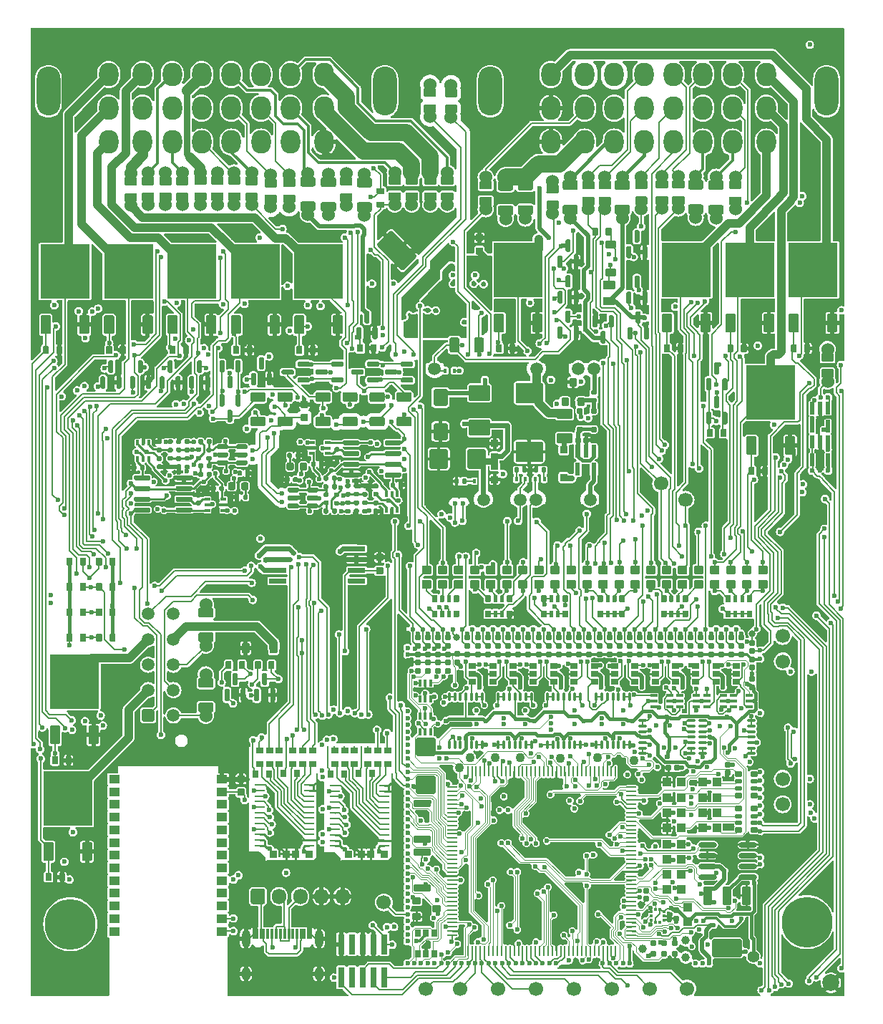
<source format=gtl>
G75*
G70*
%OFA0B0*%
%FSLAX25Y25*%
%IPPOS*%
%LPD*%
%AMOC8*
5,1,8,0,0,1.08239X$1,22.5*
%
%AMM132*
21,1,0.035430,0.030320,-0.000000,-0.000000,270.000000*
21,1,0.028350,0.037400,-0.000000,-0.000000,270.000000*
1,1,0.007090,-0.015160,-0.014170*
1,1,0.007090,-0.015160,0.014170*
1,1,0.007090,0.015160,0.014170*
1,1,0.007090,0.015160,-0.014170*
%
%AMM137*
21,1,0.033470,0.026770,-0.000000,-0.000000,180.000000*
21,1,0.026770,0.033470,-0.000000,-0.000000,180.000000*
1,1,0.006690,-0.013390,0.013390*
1,1,0.006690,0.013390,0.013390*
1,1,0.006690,0.013390,-0.013390*
1,1,0.006690,-0.013390,-0.013390*
%
%AMM165*
21,1,0.074800,0.083460,0.000000,-0.000000,270.000000*
21,1,0.059840,0.098430,0.000000,-0.000000,270.000000*
1,1,0.014960,-0.041730,-0.029920*
1,1,0.014960,-0.041730,0.029920*
1,1,0.014960,0.041730,0.029920*
1,1,0.014960,0.041730,-0.029920*
%
%AMM166*
21,1,0.086610,0.073230,0.000000,-0.000000,180.000000*
21,1,0.069290,0.090550,0.000000,-0.000000,180.000000*
1,1,0.017320,-0.034650,0.036610*
1,1,0.017320,0.034650,0.036610*
1,1,0.017320,0.034650,-0.036610*
1,1,0.017320,-0.034650,-0.036610*
%
%AMM167*
21,1,0.078740,0.053540,0.000000,-0.000000,90.000000*
21,1,0.065350,0.066930,0.000000,-0.000000,90.000000*
1,1,0.013390,0.026770,0.032680*
1,1,0.013390,0.026770,-0.032680*
1,1,0.013390,-0.026770,-0.032680*
1,1,0.013390,-0.026770,0.032680*
%
%AMM168*
21,1,0.035430,0.030320,0.000000,-0.000000,0.000000*
21,1,0.028350,0.037400,0.000000,-0.000000,0.000000*
1,1,0.007090,0.014170,-0.015160*
1,1,0.007090,-0.014170,-0.015160*
1,1,0.007090,-0.014170,0.015160*
1,1,0.007090,0.014170,0.015160*
%
%AMM169*
21,1,0.021650,0.052760,0.000000,-0.000000,180.000000*
21,1,0.017320,0.057090,0.000000,-0.000000,180.000000*
1,1,0.004330,-0.008660,0.026380*
1,1,0.004330,0.008660,0.026380*
1,1,0.004330,0.008660,-0.026380*
1,1,0.004330,-0.008660,-0.026380*
%
%AMM170*
21,1,0.035830,0.026770,0.000000,-0.000000,270.000000*
21,1,0.029130,0.033470,0.000000,-0.000000,270.000000*
1,1,0.006690,-0.013390,-0.014570*
1,1,0.006690,-0.013390,0.014570*
1,1,0.006690,0.013390,0.014570*
1,1,0.006690,0.013390,-0.014570*
%
%AMM171*
21,1,0.094490,0.111020,0.000000,-0.000000,270.000000*
21,1,0.075590,0.129920,0.000000,-0.000000,270.000000*
1,1,0.018900,-0.055510,-0.037800*
1,1,0.018900,-0.055510,0.037800*
1,1,0.018900,0.055510,0.037800*
1,1,0.018900,0.055510,-0.037800*
%
%AMM172*
21,1,0.070870,0.036220,0.000000,-0.000000,0.000000*
21,1,0.061810,0.045280,0.000000,-0.000000,0.000000*
1,1,0.009060,0.030910,-0.018110*
1,1,0.009060,-0.030910,-0.018110*
1,1,0.009060,-0.030910,0.018110*
1,1,0.009060,0.030910,0.018110*
%
%AMM173*
21,1,0.033470,0.026770,0.000000,-0.000000,270.000000*
21,1,0.026770,0.033470,0.000000,-0.000000,270.000000*
1,1,0.006690,-0.013390,-0.013390*
1,1,0.006690,-0.013390,0.013390*
1,1,0.006690,0.013390,0.013390*
1,1,0.006690,0.013390,-0.013390*
%
%AMM174*
21,1,0.015750,0.016540,0.000000,-0.000000,180.000000*
21,1,0.012600,0.019680,0.000000,-0.000000,180.000000*
1,1,0.003150,-0.006300,0.008270*
1,1,0.003150,0.006300,0.008270*
1,1,0.003150,0.006300,-0.008270*
1,1,0.003150,-0.006300,-0.008270*
%
%AMM175*
21,1,0.023620,0.018900,0.000000,-0.000000,0.000000*
21,1,0.018900,0.023620,0.000000,-0.000000,0.000000*
1,1,0.004720,0.009450,-0.009450*
1,1,0.004720,-0.009450,-0.009450*
1,1,0.004720,-0.009450,0.009450*
1,1,0.004720,0.009450,0.009450*
%
%AMM176*
21,1,0.019680,0.019680,0.000000,-0.000000,270.000000*
21,1,0.015750,0.023620,0.000000,-0.000000,270.000000*
1,1,0.003940,-0.009840,-0.007870*
1,1,0.003940,-0.009840,0.007870*
1,1,0.003940,0.009840,0.007870*
1,1,0.003940,0.009840,-0.007870*
%
%AMM177*
21,1,0.019680,0.019680,0.000000,-0.000000,180.000000*
21,1,0.015750,0.023620,0.000000,-0.000000,180.000000*
1,1,0.003940,-0.007870,0.009840*
1,1,0.003940,0.007870,0.009840*
1,1,0.003940,0.007870,-0.009840*
1,1,0.003940,-0.007870,-0.009840*
%
%AMM206*
21,1,0.027560,0.030710,-0.000000,-0.000000,180.000000*
21,1,0.022050,0.036220,-0.000000,-0.000000,180.000000*
1,1,0.005510,-0.011020,0.015350*
1,1,0.005510,0.011020,0.015350*
1,1,0.005510,0.011020,-0.015350*
1,1,0.005510,-0.011020,-0.015350*
%
%AMM207*
21,1,0.027560,0.030710,-0.000000,-0.000000,90.000000*
21,1,0.022050,0.036220,-0.000000,-0.000000,90.000000*
1,1,0.005510,0.015350,0.011020*
1,1,0.005510,0.015350,-0.011020*
1,1,0.005510,-0.015350,-0.011020*
1,1,0.005510,-0.015350,0.011020*
%
%AMM208*
21,1,0.015750,0.009840,-0.000000,-0.000000,225.000000*
1,1,0.009840,0.005570,0.005570*
1,1,0.009840,-0.005570,-0.005570*
%
%AMM262*
21,1,0.043310,0.075980,-0.000000,-0.000000,180.000000*
21,1,0.034650,0.084650,-0.000000,-0.000000,180.000000*
1,1,0.008660,-0.017320,0.037990*
1,1,0.008660,0.017320,0.037990*
1,1,0.008660,0.017320,-0.037990*
1,1,0.008660,-0.017320,-0.037990*
%
%AMM263*
21,1,0.043310,0.075990,-0.000000,-0.000000,180.000000*
21,1,0.034650,0.084650,-0.000000,-0.000000,180.000000*
1,1,0.008660,-0.017320,0.037990*
1,1,0.008660,0.017320,0.037990*
1,1,0.008660,0.017320,-0.037990*
1,1,0.008660,-0.017320,-0.037990*
%
%AMM264*
21,1,0.137800,0.067720,-0.000000,-0.000000,180.000000*
21,1,0.120870,0.084650,-0.000000,-0.000000,180.000000*
1,1,0.016930,-0.060430,0.033860*
1,1,0.016930,0.060430,0.033860*
1,1,0.016930,0.060430,-0.033860*
1,1,0.016930,-0.060430,-0.033860*
%
%AMM265*
21,1,0.039370,0.035430,-0.000000,-0.000000,180.000000*
21,1,0.031500,0.043310,-0.000000,-0.000000,180.000000*
1,1,0.007870,-0.015750,0.017720*
1,1,0.007870,0.015750,0.017720*
1,1,0.007870,0.015750,-0.017720*
1,1,0.007870,-0.015750,-0.017720*
%
%AMM266*
21,1,0.023620,0.030710,-0.000000,-0.000000,0.000000*
21,1,0.018900,0.035430,-0.000000,-0.000000,0.000000*
1,1,0.004720,0.009450,-0.015350*
1,1,0.004720,-0.009450,-0.015350*
1,1,0.004720,-0.009450,0.015350*
1,1,0.004720,0.009450,0.015350*
%
%AMM267*
21,1,0.027560,0.018900,-0.000000,-0.000000,0.000000*
21,1,0.022840,0.023620,-0.000000,-0.000000,0.000000*
1,1,0.004720,0.011420,-0.009450*
1,1,0.004720,-0.011420,-0.009450*
1,1,0.004720,-0.011420,0.009450*
1,1,0.004720,0.011420,0.009450*
%
%AMM268*
21,1,0.023620,0.030710,-0.000000,-0.000000,90.000000*
21,1,0.018900,0.035430,-0.000000,-0.000000,90.000000*
1,1,0.004720,0.015350,0.009450*
1,1,0.004720,0.015350,-0.009450*
1,1,0.004720,-0.015350,-0.009450*
1,1,0.004720,-0.015350,0.009450*
%
%AMM269*
21,1,0.086610,0.073230,-0.000000,-0.000000,270.000000*
21,1,0.069290,0.090550,-0.000000,-0.000000,270.000000*
1,1,0.017320,-0.036610,-0.034650*
1,1,0.017320,-0.036610,0.034650*
1,1,0.017320,0.036610,0.034650*
1,1,0.017320,0.036610,-0.034650*
%
%AMM270*
21,1,0.025590,0.026380,-0.000000,-0.000000,270.000000*
21,1,0.020470,0.031500,-0.000000,-0.000000,270.000000*
1,1,0.005120,-0.013190,-0.010240*
1,1,0.005120,-0.013190,0.010240*
1,1,0.005120,0.013190,0.010240*
1,1,0.005120,0.013190,-0.010240*
%
%AMM271*
21,1,0.017720,0.027950,-0.000000,-0.000000,270.000000*
21,1,0.014170,0.031500,-0.000000,-0.000000,270.000000*
1,1,0.003540,-0.013980,-0.007090*
1,1,0.003540,-0.013980,0.007090*
1,1,0.003540,0.013980,0.007090*
1,1,0.003540,0.013980,-0.007090*
%
%AMM272*
21,1,0.031500,0.072440,-0.000000,-0.000000,270.000000*
21,1,0.025200,0.078740,-0.000000,-0.000000,270.000000*
1,1,0.006300,-0.036220,-0.012600*
1,1,0.006300,-0.036220,0.012600*
1,1,0.006300,0.036220,0.012600*
1,1,0.006300,0.036220,-0.012600*
%
%AMM273*
21,1,0.012600,0.028980,-0.000000,-0.000000,270.000000*
21,1,0.010080,0.031500,-0.000000,-0.000000,270.000000*
1,1,0.002520,-0.014490,-0.005040*
1,1,0.002520,-0.014490,0.005040*
1,1,0.002520,0.014490,0.005040*
1,1,0.002520,0.014490,-0.005040*
%
%AMM274*
21,1,0.012600,0.028980,-0.000000,-0.000000,0.000000*
21,1,0.010080,0.031500,-0.000000,-0.000000,0.000000*
1,1,0.002520,0.005040,-0.014490*
1,1,0.002520,-0.005040,-0.014490*
1,1,0.002520,-0.005040,0.014490*
1,1,0.002520,0.005040,0.014490*
%
%AMM275*
21,1,0.039370,0.035430,-0.000000,-0.000000,90.000000*
21,1,0.031500,0.043310,-0.000000,-0.000000,90.000000*
1,1,0.007870,0.017720,0.015750*
1,1,0.007870,0.017720,-0.015750*
1,1,0.007870,-0.017720,-0.015750*
1,1,0.007870,-0.017720,0.015750*
%
%AMM276*
21,1,0.027560,0.018900,-0.000000,-0.000000,270.000000*
21,1,0.022840,0.023620,-0.000000,-0.000000,270.000000*
1,1,0.004720,-0.009450,-0.011420*
1,1,0.004720,-0.009450,0.011420*
1,1,0.004720,0.009450,0.011420*
1,1,0.004720,0.009450,-0.011420*
%
%ADD10C,0.06000*%
%ADD105C,0.02756*%
%ADD11C,0.06693*%
%ADD12C,0.23622*%
%ADD13R,0.22835X0.25197*%
%ADD135O,0.04961X0.00984*%
%ADD139O,0.00984X0.40158*%
%ADD14O,0.06693X0.07283*%
%ADD144R,0.02559X0.01575*%
%ADD145R,0.01575X0.02559*%
%ADD147O,0.00866X0.05118*%
%ADD148O,0.05118X0.00866*%
%ADD15O,0.11024X0.22835*%
%ADD16O,0.09055X0.11024*%
%ADD160O,0.01181X0.04331*%
%ADD161O,0.04331X0.01181*%
%ADD163O,0.08661X0.02362*%
%ADD165R,0.01476X0.01378*%
%ADD166R,0.01378X0.01476*%
%ADD169C,0.03100*%
%ADD17R,0.01181X0.04528*%
%ADD170C,0.00492*%
%ADD171C,0.03900*%
%ADD172C,0.04331*%
%ADD173C,0.05512*%
%ADD18O,0.03937X0.08268*%
%ADD19O,0.03937X0.06299*%
%ADD20C,0.05906*%
%ADD21C,0.02362*%
%ADD22O,0.12992X0.00787*%
%ADD23O,0.40157X0.00787*%
%ADD234C,0.01850*%
%ADD24O,0.01181X0.00787*%
%ADD248O,0.40158X0.00787*%
%ADD25O,0.00787X0.66929*%
%ADD26O,0.00787X0.60630*%
%ADD27O,0.18898X0.00787*%
%ADD277M132*%
%ADD28O,0.10236X0.00787*%
%ADD282M137*%
%ADD29O,0.03937X0.00787*%
%ADD30O,0.05906X0.00787*%
%ADD31R,0.00984X0.24350*%
%ADD310M165*%
%ADD311M166*%
%ADD312M167*%
%ADD313M168*%
%ADD314M169*%
%ADD315M170*%
%ADD316M171*%
%ADD317M172*%
%ADD318M173*%
%ADD319M174*%
%ADD32R,0.00984X0.04390*%
%ADD320M175*%
%ADD321M176*%
%ADD322M177*%
%ADD33R,0.56201X0.00984*%
%ADD34R,0.59449X0.00984*%
%ADD35R,0.00984X0.20374*%
%ADD357M206*%
%ADD358M207*%
%ADD359M208*%
%ADD36R,0.00787X0.09055*%
%ADD37R,0.00787X0.42126*%
%ADD38R,0.00787X0.08268*%
%ADD39R,0.00787X0.23622*%
%ADD40R,0.00787X0.21260*%
%ADD41R,0.05512X0.00787*%
%ADD42R,0.19685X0.00787*%
%ADD43R,0.26772X0.00787*%
%ADD438M262*%
%ADD439M263*%
%ADD44R,0.17717X0.00787*%
%ADD440M264*%
%ADD441M265*%
%ADD442M266*%
%ADD443M267*%
%ADD444M268*%
%ADD445M269*%
%ADD446M270*%
%ADD447M271*%
%ADD448M272*%
%ADD449M273*%
%ADD45R,0.00787X0.06299*%
%ADD450M274*%
%ADD451M275*%
%ADD452M276*%
%ADD46R,0.00787X0.22441*%
%ADD47R,0.00787X0.07874*%
%ADD48R,0.05118X0.03937*%
%ADD49C,0.07874*%
%ADD50O,0.04823X0.00787*%
%ADD51O,0.00787X0.36614*%
%ADD52O,0.00984X0.40157*%
%ADD53O,0.22835X0.00984*%
%ADD54O,0.00787X0.01575*%
%ADD55R,0.02913X0.09449*%
%ADD56C,0.05118*%
%ADD57C,0.01575*%
%ADD58C,0.00787*%
%ADD59C,0.03937*%
%ADD60C,0.02000*%
%ADD61C,0.01181*%
%ADD62C,0.00800*%
%ADD63C,0.03150*%
%ADD64C,0.04724*%
%ADD70C,0.00984*%
%ADD82C,0.01968*%
X0000000Y0000000D02*
%LPD*%
G01*
D10*
X0302165Y0367106D03*
G36*
G01*
X0304626Y0368898D02*
X0299705Y0368898D01*
G75*
G02*
X0299311Y0369291I0000000J0000394D01*
G01*
X0299311Y0372441D01*
G75*
G02*
X0299705Y0372835I0000394J0000000D01*
G01*
X0304626Y0372835D01*
G75*
G02*
X0305020Y0372441I0000000J-000394D01*
G01*
X0305020Y0369291D01*
G75*
G02*
X0304626Y0368898I-000394J0000000D01*
G01*
G37*
G36*
G01*
X0304626Y0376378D02*
X0299705Y0376378D01*
G75*
G02*
X0299311Y0376772I0000000J0000394D01*
G01*
X0299311Y0379921D01*
G75*
G02*
X0299705Y0380315I0000394J0000000D01*
G01*
X0304626Y0380315D01*
G75*
G02*
X0305020Y0379921I0000000J-000394D01*
G01*
X0305020Y0376772D01*
G75*
G02*
X0304626Y0376378I-000394J0000000D01*
G01*
G37*
X0302165Y0382106D03*
D11*
X0350787Y0156299D03*
D10*
X0082047Y0130906D03*
G36*
G01*
X0085591Y0136201D02*
X0085591Y0133484D01*
G75*
G02*
X0084685Y0132579I-000906J0000000D01*
G01*
X0079409Y0132579D01*
G75*
G02*
X0078504Y0133484I0000000J0000906D01*
G01*
X0078504Y0136201D01*
G75*
G02*
X0079409Y0137106I0000906J0000000D01*
G01*
X0084685Y0137106D01*
G75*
G02*
X0085591Y0136201I0000000J-000906D01*
G01*
G37*
G36*
G01*
X0085591Y0147618D02*
X0085591Y0144902D01*
G75*
G02*
X0084685Y0143996I-000906J0000000D01*
G01*
X0079409Y0143996D01*
G75*
G02*
X0078504Y0144902I0000000J0000906D01*
G01*
X0078504Y0147618D01*
G75*
G02*
X0079409Y0148524I0000906J0000000D01*
G01*
X0084685Y0148524D01*
G75*
G02*
X0085591Y0147618I0000000J-000906D01*
G01*
G37*
X0082047Y0150197D03*
G36*
G01*
X0324016Y0177028D02*
X0324016Y0179665D01*
G75*
G02*
X0324272Y0179921I0000256J0000000D01*
G01*
X0326319Y0179921D01*
G75*
G02*
X0326575Y0179665I0000000J-000256D01*
G01*
X0326575Y0177028D01*
G75*
G02*
X0326319Y0176772I-000256J0000000D01*
G01*
X0324272Y0176772D01*
G75*
G02*
X0324016Y0177028I0000000J0000256D01*
G01*
G37*
G36*
G01*
X0327854Y0176949D02*
X0327854Y0179744D01*
G75*
G02*
X0328031Y0179921I0000177J0000000D01*
G01*
X0329449Y0179921D01*
G75*
G02*
X0329626Y0179744I0000000J-000177D01*
G01*
X0329626Y0176949D01*
G75*
G02*
X0329449Y0176772I-000177J0000000D01*
G01*
X0328031Y0176772D01*
G75*
G02*
X0327854Y0176949I0000000J0000177D01*
G01*
G37*
G36*
G01*
X0331004Y0176949D02*
X0331004Y0179744D01*
G75*
G02*
X0331181Y0179921I0000177J0000000D01*
G01*
X0332598Y0179921D01*
G75*
G02*
X0332776Y0179744I0000000J-000177D01*
G01*
X0332776Y0176949D01*
G75*
G02*
X0332598Y0176772I-000177J0000000D01*
G01*
X0331181Y0176772D01*
G75*
G02*
X0331004Y0176949I0000000J0000177D01*
G01*
G37*
G36*
G01*
X0334055Y0177028D02*
X0334055Y0179665D01*
G75*
G02*
X0334311Y0179921I0000256J0000000D01*
G01*
X0336358Y0179921D01*
G75*
G02*
X0336614Y0179665I0000000J-000256D01*
G01*
X0336614Y0177028D01*
G75*
G02*
X0336358Y0176772I-000256J0000000D01*
G01*
X0334311Y0176772D01*
G75*
G02*
X0334055Y0177028I0000000J0000256D01*
G01*
G37*
G36*
G01*
X0334055Y0184114D02*
X0334055Y0186752D01*
G75*
G02*
X0334311Y0187008I0000256J0000000D01*
G01*
X0336358Y0187008D01*
G75*
G02*
X0336614Y0186752I0000000J-000256D01*
G01*
X0336614Y0184114D01*
G75*
G02*
X0336358Y0183858I-000256J0000000D01*
G01*
X0334311Y0183858D01*
G75*
G02*
X0334055Y0184114I0000000J0000256D01*
G01*
G37*
G36*
G01*
X0331004Y0184035D02*
X0331004Y0186831D01*
G75*
G02*
X0331181Y0187008I0000177J0000000D01*
G01*
X0332598Y0187008D01*
G75*
G02*
X0332776Y0186831I0000000J-000177D01*
G01*
X0332776Y0184035D01*
G75*
G02*
X0332598Y0183858I-000177J0000000D01*
G01*
X0331181Y0183858D01*
G75*
G02*
X0331004Y0184035I0000000J0000177D01*
G01*
G37*
G36*
G01*
X0327854Y0184035D02*
X0327854Y0186831D01*
G75*
G02*
X0328031Y0187008I0000177J0000000D01*
G01*
X0329449Y0187008D01*
G75*
G02*
X0329626Y0186831I0000000J-000177D01*
G01*
X0329626Y0184035D01*
G75*
G02*
X0329449Y0183858I-000177J0000000D01*
G01*
X0328031Y0183858D01*
G75*
G02*
X0327854Y0184035I0000000J0000177D01*
G01*
G37*
G36*
G01*
X0324016Y0184114D02*
X0324016Y0186752D01*
G75*
G02*
X0324272Y0187008I0000256J0000000D01*
G01*
X0326319Y0187008D01*
G75*
G02*
X0326575Y0186752I0000000J-000256D01*
G01*
X0326575Y0184114D01*
G75*
G02*
X0326319Y0183858I-000256J0000000D01*
G01*
X0324272Y0183858D01*
G75*
G02*
X0324016Y0184114I0000000J0000256D01*
G01*
G37*
G36*
G01*
X0201575Y0190157D02*
X0198031Y0190157D01*
G75*
G02*
X0197638Y0190551I0000000J0000394D01*
G01*
X0197638Y0193701D01*
G75*
G02*
X0198031Y0194094I0000394J0000000D01*
G01*
X0201575Y0194094D01*
G75*
G02*
X0201968Y0193701I0000000J-000394D01*
G01*
X0201968Y0190551D01*
G75*
G02*
X0201575Y0190157I-000394J0000000D01*
G01*
G37*
G36*
G01*
X0201575Y0196850D02*
X0198031Y0196850D01*
G75*
G02*
X0197638Y0197244I0000000J0000394D01*
G01*
X0197638Y0200394D01*
G75*
G02*
X0198031Y0200787I0000394J0000000D01*
G01*
X0201575Y0200787D01*
G75*
G02*
X0201968Y0200394I0000000J-000394D01*
G01*
X0201968Y0197244D01*
G75*
G02*
X0201575Y0196850I-000394J0000000D01*
G01*
G37*
D11*
X0235827Y0003937D03*
G36*
G01*
X0170866Y0277972D02*
X0170866Y0280689D01*
G75*
G02*
X0171772Y0281595I0000906J0000000D01*
G01*
X0177047Y0281595D01*
G75*
G02*
X0177953Y0280689I0000000J-000906D01*
G01*
X0177953Y0277972D01*
G75*
G02*
X0177047Y0277067I-000906J0000000D01*
G01*
X0171772Y0277067D01*
G75*
G02*
X0170866Y0277972I0000000J0000906D01*
G01*
G37*
G36*
G01*
X0170866Y0266555D02*
X0170866Y0269272D01*
G75*
G02*
X0171772Y0270177I0000906J0000000D01*
G01*
X0177047Y0270177D01*
G75*
G02*
X0177953Y0269272I0000000J-000906D01*
G01*
X0177953Y0266555D01*
G75*
G02*
X0177047Y0265650I-000906J0000000D01*
G01*
X0171772Y0265650D01*
G75*
G02*
X0170866Y0266555I0000000J0000906D01*
G01*
G37*
G36*
G01*
X0124213Y0299646D02*
X0124213Y0302717D01*
G75*
G02*
X0124488Y0302992I0000276J0000000D01*
G01*
X0126693Y0302992D01*
G75*
G02*
X0126969Y0302717I0000000J-000276D01*
G01*
X0126969Y0299646D01*
G75*
G02*
X0126693Y0299370I-000276J0000000D01*
G01*
X0124488Y0299370D01*
G75*
G02*
X0124213Y0299646I0000000J0000276D01*
G01*
G37*
G36*
G01*
X0130512Y0299646D02*
X0130512Y0302717D01*
G75*
G02*
X0130787Y0302992I0000276J0000000D01*
G01*
X0132992Y0302992D01*
G75*
G02*
X0133268Y0302717I0000000J-000276D01*
G01*
X0133268Y0299646D01*
G75*
G02*
X0132992Y0299370I-000276J0000000D01*
G01*
X0130787Y0299370D01*
G75*
G02*
X0130512Y0299646I0000000J0000276D01*
G01*
G37*
G36*
G01*
X0017126Y0165787D02*
X0017126Y0168858D01*
G75*
G02*
X0017402Y0169134I0000276J0000000D01*
G01*
X0019606Y0169134D01*
G75*
G02*
X0019882Y0168858I0000000J-000276D01*
G01*
X0019882Y0165787D01*
G75*
G02*
X0019606Y0165512I-000276J0000000D01*
G01*
X0017402Y0165512D01*
G75*
G02*
X0017126Y0165787I0000000J0000276D01*
G01*
G37*
G36*
G01*
X0023425Y0165787D02*
X0023425Y0168858D01*
G75*
G02*
X0023701Y0169134I0000276J0000000D01*
G01*
X0025906Y0169134D01*
G75*
G02*
X0026181Y0168858I0000000J-000276D01*
G01*
X0026181Y0165787D01*
G75*
G02*
X0025906Y0165512I-000276J0000000D01*
G01*
X0023701Y0165512D01*
G75*
G02*
X0023425Y0165787I0000000J0000276D01*
G01*
G37*
D12*
X0018909Y0033933D03*
G36*
G01*
X0186614Y0190157D02*
X0183071Y0190157D01*
G75*
G02*
X0182677Y0190551I0000000J0000394D01*
G01*
X0182677Y0193701D01*
G75*
G02*
X0183071Y0194094I0000394J0000000D01*
G01*
X0186614Y0194094D01*
G75*
G02*
X0187008Y0193701I0000000J-000394D01*
G01*
X0187008Y0190551D01*
G75*
G02*
X0186614Y0190157I-000394J0000000D01*
G01*
G37*
G36*
G01*
X0186614Y0196850D02*
X0183071Y0196850D01*
G75*
G02*
X0182677Y0197244I0000000J0000394D01*
G01*
X0182677Y0200394D01*
G75*
G02*
X0183071Y0200787I0000394J0000000D01*
G01*
X0186614Y0200787D01*
G75*
G02*
X0187008Y0200394I0000000J-000394D01*
G01*
X0187008Y0197244D01*
G75*
G02*
X0186614Y0196850I-000394J0000000D01*
G01*
G37*
D10*
X0177953Y0383878D03*
G36*
G01*
X0175492Y0382087D02*
X0180413Y0382087D01*
G75*
G02*
X0180807Y0381693I0000000J-000394D01*
G01*
X0180807Y0378543D01*
G75*
G02*
X0180413Y0378150I-000394J0000000D01*
G01*
X0175492Y0378150D01*
G75*
G02*
X0175098Y0378543I0000000J0000394D01*
G01*
X0175098Y0381693D01*
G75*
G02*
X0175492Y0382087I0000394J0000000D01*
G01*
G37*
G36*
G01*
X0175492Y0374606D02*
X0180413Y0374606D01*
G75*
G02*
X0180807Y0374213I0000000J-000394D01*
G01*
X0180807Y0371063D01*
G75*
G02*
X0180413Y0370669I-000394J0000000D01*
G01*
X0175492Y0370669D01*
G75*
G02*
X0175098Y0371063I0000000J0000394D01*
G01*
X0175098Y0374213D01*
G75*
G02*
X0175492Y0374606I0000394J0000000D01*
G01*
G37*
X0177953Y0368878D03*
X0294488Y0367106D03*
G36*
G01*
X0296949Y0368898D02*
X0292028Y0368898D01*
G75*
G02*
X0291634Y0369291I0000000J0000394D01*
G01*
X0291634Y0372441D01*
G75*
G02*
X0292028Y0372835I0000394J0000000D01*
G01*
X0296949Y0372835D01*
G75*
G02*
X0297343Y0372441I0000000J-000394D01*
G01*
X0297343Y0369291D01*
G75*
G02*
X0296949Y0368898I-000394J0000000D01*
G01*
G37*
G36*
G01*
X0296949Y0376378D02*
X0292028Y0376378D01*
G75*
G02*
X0291634Y0376772I0000000J0000394D01*
G01*
X0291634Y0379921D01*
G75*
G02*
X0292028Y0380315I0000394J0000000D01*
G01*
X0296949Y0380315D01*
G75*
G02*
X0297343Y0379921I0000000J-000394D01*
G01*
X0297343Y0376772D01*
G75*
G02*
X0296949Y0376378I-000394J0000000D01*
G01*
G37*
X0294488Y0382106D03*
X0095276Y0368878D03*
G36*
G01*
X0097736Y0370669D02*
X0092815Y0370669D01*
G75*
G02*
X0092421Y0371063I0000000J0000394D01*
G01*
X0092421Y0374213D01*
G75*
G02*
X0092815Y0374606I0000394J0000000D01*
G01*
X0097736Y0374606D01*
G75*
G02*
X0098130Y0374213I0000000J-000394D01*
G01*
X0098130Y0371063D01*
G75*
G02*
X0097736Y0370669I-000394J0000000D01*
G01*
G37*
G36*
G01*
X0097736Y0378150D02*
X0092815Y0378150D01*
G75*
G02*
X0092421Y0378543I0000000J0000394D01*
G01*
X0092421Y0381693D01*
G75*
G02*
X0092815Y0382087I0000394J0000000D01*
G01*
X0097736Y0382087D01*
G75*
G02*
X0098130Y0381693I0000000J-000394D01*
G01*
X0098130Y0378543D01*
G75*
G02*
X0097736Y0378150I-000394J0000000D01*
G01*
G37*
X0095276Y0383878D03*
G36*
G01*
X0097953Y0308661D02*
X0094173Y0308661D01*
G75*
G02*
X0093701Y0309134I0000000J0000472D01*
G01*
X0093701Y0316850D01*
G75*
G02*
X0094173Y0317323I0000472J0000000D01*
G01*
X0097953Y0317323D01*
G75*
G02*
X0098425Y0316850I0000000J-000472D01*
G01*
X0098425Y0309134D01*
G75*
G02*
X0097953Y0308661I-000472J0000000D01*
G01*
G37*
D13*
X0105039Y0337795D03*
G36*
G01*
X0115906Y0308661D02*
X0112126Y0308661D01*
G75*
G02*
X0111654Y0309134I0000000J0000472D01*
G01*
X0111654Y0316850D01*
G75*
G02*
X0112126Y0317323I0000472J0000000D01*
G01*
X0115906Y0317323D01*
G75*
G02*
X0116378Y0316850I0000000J-000472D01*
G01*
X0116378Y0309134D01*
G75*
G02*
X0115906Y0308661I-000472J0000000D01*
G01*
G37*
G36*
G01*
X0102953Y0044193D02*
X0102953Y0049508D01*
G75*
G02*
X0103937Y0050492I0000984J0000000D01*
G01*
X0108661Y0050492D01*
G75*
G02*
X0109646Y0049508I0000000J-000984D01*
G01*
X0109646Y0044193D01*
G75*
G02*
X0108661Y0043209I-000984J0000000D01*
G01*
X0103937Y0043209D01*
G75*
G02*
X0102953Y0044193I0000000J0000984D01*
G01*
G37*
D14*
X0116142Y0046850D03*
X0125984Y0046850D03*
X0135827Y0046850D03*
X0145669Y0046850D03*
D10*
X0251772Y0381890D03*
G36*
G01*
X0248228Y0376595D02*
X0248228Y0379311D01*
G75*
G02*
X0249134Y0380217I0000906J0000000D01*
G01*
X0254409Y0380217D01*
G75*
G02*
X0255315Y0379311I0000000J-000906D01*
G01*
X0255315Y0376595D01*
G75*
G02*
X0254409Y0375689I-000906J0000000D01*
G01*
X0249134Y0375689D01*
G75*
G02*
X0248228Y0376595I0000000J0000906D01*
G01*
G37*
G36*
G01*
X0248228Y0365177D02*
X0248228Y0367894D01*
G75*
G02*
X0249134Y0368799I0000906J0000000D01*
G01*
X0254409Y0368799D01*
G75*
G02*
X0255315Y0367894I0000000J-000906D01*
G01*
X0255315Y0365177D01*
G75*
G02*
X0254409Y0364272I-000906J0000000D01*
G01*
X0249134Y0364272D01*
G75*
G02*
X0248228Y0365177I0000000J0000906D01*
G01*
G37*
X0251772Y0362598D03*
G36*
G01*
X0316929Y0266634D02*
X0315748Y0266634D01*
G75*
G02*
X0315157Y0267224I0000000J0000591D01*
G01*
X0315157Y0271850D01*
G75*
G02*
X0315748Y0272441I0000591J0000000D01*
G01*
X0316929Y0272441D01*
G75*
G02*
X0317520Y0271850I0000000J-000591D01*
G01*
X0317520Y0267224D01*
G75*
G02*
X0316929Y0266634I-000591J0000000D01*
G01*
G37*
G36*
G01*
X0320669Y0274016D02*
X0319488Y0274016D01*
G75*
G02*
X0318898Y0274606I0000000J0000591D01*
G01*
X0318898Y0279232D01*
G75*
G02*
X0319488Y0279823I0000591J0000000D01*
G01*
X0320669Y0279823D01*
G75*
G02*
X0321260Y0279232I0000000J-000591D01*
G01*
X0321260Y0274606D01*
G75*
G02*
X0320669Y0274016I-000591J0000000D01*
G01*
G37*
G36*
G01*
X0324409Y0266634D02*
X0323228Y0266634D01*
G75*
G02*
X0322638Y0267224I0000000J0000591D01*
G01*
X0322638Y0271850D01*
G75*
G02*
X0323228Y0272441I0000591J0000000D01*
G01*
X0324409Y0272441D01*
G75*
G02*
X0325000Y0271850I0000000J-000591D01*
G01*
X0325000Y0267224D01*
G75*
G02*
X0324409Y0266634I-000591J0000000D01*
G01*
G37*
X0371654Y0286594D03*
G36*
G01*
X0374114Y0288386D02*
X0369193Y0288386D01*
G75*
G02*
X0368799Y0288780I0000000J0000394D01*
G01*
X0368799Y0291929D01*
G75*
G02*
X0369193Y0292323I0000394J0000000D01*
G01*
X0374114Y0292323D01*
G75*
G02*
X0374508Y0291929I0000000J-000394D01*
G01*
X0374508Y0288780D01*
G75*
G02*
X0374114Y0288386I-000394J0000000D01*
G01*
G37*
G36*
G01*
X0374114Y0295866D02*
X0369193Y0295866D01*
G75*
G02*
X0368799Y0296260I0000000J0000394D01*
G01*
X0368799Y0299410D01*
G75*
G02*
X0369193Y0299803I0000394J0000000D01*
G01*
X0374114Y0299803D01*
G75*
G02*
X0374508Y0299410I0000000J-000394D01*
G01*
X0374508Y0296260D01*
G75*
G02*
X0374114Y0295866I-000394J0000000D01*
G01*
G37*
X0371654Y0301594D03*
G36*
G01*
X0295472Y0300433D02*
X0295472Y0303504D01*
G75*
G02*
X0295748Y0303780I0000276J0000000D01*
G01*
X0297953Y0303780D01*
G75*
G02*
X0298228Y0303504I0000000J-000276D01*
G01*
X0298228Y0300433D01*
G75*
G02*
X0297953Y0300157I-000276J0000000D01*
G01*
X0295748Y0300157D01*
G75*
G02*
X0295472Y0300433I0000000J0000276D01*
G01*
G37*
G36*
G01*
X0301772Y0300433D02*
X0301772Y0303504D01*
G75*
G02*
X0302047Y0303780I0000276J0000000D01*
G01*
X0304252Y0303780D01*
G75*
G02*
X0304528Y0303504I0000000J-000276D01*
G01*
X0304528Y0300433D01*
G75*
G02*
X0304252Y0300157I-000276J0000000D01*
G01*
X0302047Y0300157D01*
G75*
G02*
X0301772Y0300433I0000000J0000276D01*
G01*
G37*
G36*
G01*
X0178642Y0287795D02*
X0178642Y0286614D01*
G75*
G02*
X0178051Y0286024I-000591J0000000D01*
G01*
X0173425Y0286024D01*
G75*
G02*
X0172835Y0286614I0000000J0000591D01*
G01*
X0172835Y0287795D01*
G75*
G02*
X0173425Y0288386I0000591J0000000D01*
G01*
X0178051Y0288386D01*
G75*
G02*
X0178642Y0287795I0000000J-000591D01*
G01*
G37*
G36*
G01*
X0171260Y0291535D02*
X0171260Y0290354D01*
G75*
G02*
X0170669Y0289764I-000591J0000000D01*
G01*
X0166043Y0289764D01*
G75*
G02*
X0165453Y0290354I0000000J0000591D01*
G01*
X0165453Y0291535D01*
G75*
G02*
X0166043Y0292126I0000591J0000000D01*
G01*
X0170669Y0292126D01*
G75*
G02*
X0171260Y0291535I0000000J-000591D01*
G01*
G37*
G36*
G01*
X0178642Y0295276D02*
X0178642Y0294094D01*
G75*
G02*
X0178051Y0293504I-000591J0000000D01*
G01*
X0173425Y0293504D01*
G75*
G02*
X0172835Y0294094I0000000J0000591D01*
G01*
X0172835Y0295276D01*
G75*
G02*
X0173425Y0295866I0000591J0000000D01*
G01*
X0178051Y0295866D01*
G75*
G02*
X0178642Y0295276I0000000J-000591D01*
G01*
G37*
G36*
G01*
X0261417Y0190157D02*
X0257874Y0190157D01*
G75*
G02*
X0257480Y0190551I0000000J0000394D01*
G01*
X0257480Y0193701D01*
G75*
G02*
X0257874Y0194094I0000394J0000000D01*
G01*
X0261417Y0194094D01*
G75*
G02*
X0261811Y0193701I0000000J-000394D01*
G01*
X0261811Y0190551D01*
G75*
G02*
X0261417Y0190157I-000394J0000000D01*
G01*
G37*
G36*
G01*
X0261417Y0196850D02*
X0257874Y0196850D01*
G75*
G02*
X0257480Y0197244I0000000J0000394D01*
G01*
X0257480Y0200394D01*
G75*
G02*
X0257874Y0200787I0000394J0000000D01*
G01*
X0261417Y0200787D01*
G75*
G02*
X0261811Y0200394I0000000J-000394D01*
G01*
X0261811Y0197244D01*
G75*
G02*
X0261417Y0196850I-000394J0000000D01*
G01*
G37*
G36*
G01*
X0208110Y0355177D02*
X0210787Y0355177D01*
G75*
G02*
X0211122Y0354843I0000000J-000335D01*
G01*
X0211122Y0352165D01*
G75*
G02*
X0210787Y0351831I-000335J0000000D01*
G01*
X0208110Y0351831D01*
G75*
G02*
X0207776Y0352165I0000000J0000335D01*
G01*
X0207776Y0354843D01*
G75*
G02*
X0208110Y0355177I0000335J0000000D01*
G01*
G37*
G36*
G01*
X0208110Y0348957D02*
X0210787Y0348957D01*
G75*
G02*
X0211122Y0348622I0000000J-000335D01*
G01*
X0211122Y0345945D01*
G75*
G02*
X0210787Y0345610I-000335J0000000D01*
G01*
X0208110Y0345610D01*
G75*
G02*
X0207776Y0345945I0000000J0000335D01*
G01*
X0207776Y0348622D01*
G75*
G02*
X0208110Y0348957I0000335J0000000D01*
G01*
G37*
G36*
G01*
X0354528Y0300433D02*
X0354528Y0303504D01*
G75*
G02*
X0354803Y0303780I0000276J0000000D01*
G01*
X0357008Y0303780D01*
G75*
G02*
X0357283Y0303504I0000000J-000276D01*
G01*
X0357283Y0300433D01*
G75*
G02*
X0357008Y0300157I-000276J0000000D01*
G01*
X0354803Y0300157D01*
G75*
G02*
X0354528Y0300433I0000000J0000276D01*
G01*
G37*
G36*
G01*
X0360827Y0300433D02*
X0360827Y0303504D01*
G75*
G02*
X0361102Y0303780I0000276J0000000D01*
G01*
X0363307Y0303780D01*
G75*
G02*
X0363583Y0303504I0000000J-000276D01*
G01*
X0363583Y0300433D01*
G75*
G02*
X0363307Y0300157I-000276J0000000D01*
G01*
X0361102Y0300157D01*
G75*
G02*
X0360827Y0300433I0000000J0000276D01*
G01*
G37*
G36*
G01*
X0220472Y0309449D02*
X0216693Y0309449D01*
G75*
G02*
X0216220Y0309921I0000000J0000472D01*
G01*
X0216220Y0317638D01*
G75*
G02*
X0216693Y0318110I0000472J0000000D01*
G01*
X0220472Y0318110D01*
G75*
G02*
X0220945Y0317638I0000000J-000472D01*
G01*
X0220945Y0309921D01*
G75*
G02*
X0220472Y0309449I-000472J0000000D01*
G01*
G37*
D13*
X0227559Y0338583D03*
G36*
G01*
X0238425Y0309449D02*
X0234646Y0309449D01*
G75*
G02*
X0234173Y0309921I0000000J0000472D01*
G01*
X0234173Y0317638D01*
G75*
G02*
X0234646Y0318110I0000472J0000000D01*
G01*
X0238425Y0318110D01*
G75*
G02*
X0238898Y0317638I0000000J-000472D01*
G01*
X0238898Y0309921D01*
G75*
G02*
X0238425Y0309449I-000472J0000000D01*
G01*
G37*
G36*
G01*
X0238189Y0177028D02*
X0238189Y0179665D01*
G75*
G02*
X0238445Y0179921I0000256J0000000D01*
G01*
X0240492Y0179921D01*
G75*
G02*
X0240748Y0179665I0000000J-000256D01*
G01*
X0240748Y0177028D01*
G75*
G02*
X0240492Y0176772I-000256J0000000D01*
G01*
X0238445Y0176772D01*
G75*
G02*
X0238189Y0177028I0000000J0000256D01*
G01*
G37*
G36*
G01*
X0242028Y0176949D02*
X0242028Y0179744D01*
G75*
G02*
X0242205Y0179921I0000177J0000000D01*
G01*
X0243622Y0179921D01*
G75*
G02*
X0243799Y0179744I0000000J-000177D01*
G01*
X0243799Y0176949D01*
G75*
G02*
X0243622Y0176772I-000177J0000000D01*
G01*
X0242205Y0176772D01*
G75*
G02*
X0242028Y0176949I0000000J0000177D01*
G01*
G37*
G36*
G01*
X0245177Y0176949D02*
X0245177Y0179744D01*
G75*
G02*
X0245354Y0179921I0000177J0000000D01*
G01*
X0246772Y0179921D01*
G75*
G02*
X0246949Y0179744I0000000J-000177D01*
G01*
X0246949Y0176949D01*
G75*
G02*
X0246772Y0176772I-000177J0000000D01*
G01*
X0245354Y0176772D01*
G75*
G02*
X0245177Y0176949I0000000J0000177D01*
G01*
G37*
G36*
G01*
X0248228Y0177028D02*
X0248228Y0179665D01*
G75*
G02*
X0248484Y0179921I0000256J0000000D01*
G01*
X0250531Y0179921D01*
G75*
G02*
X0250787Y0179665I0000000J-000256D01*
G01*
X0250787Y0177028D01*
G75*
G02*
X0250531Y0176772I-000256J0000000D01*
G01*
X0248484Y0176772D01*
G75*
G02*
X0248228Y0177028I0000000J0000256D01*
G01*
G37*
G36*
G01*
X0248228Y0184114D02*
X0248228Y0186752D01*
G75*
G02*
X0248484Y0187008I0000256J0000000D01*
G01*
X0250531Y0187008D01*
G75*
G02*
X0250787Y0186752I0000000J-000256D01*
G01*
X0250787Y0184114D01*
G75*
G02*
X0250531Y0183858I-000256J0000000D01*
G01*
X0248484Y0183858D01*
G75*
G02*
X0248228Y0184114I0000000J0000256D01*
G01*
G37*
G36*
G01*
X0245177Y0184035D02*
X0245177Y0186831D01*
G75*
G02*
X0245354Y0187008I0000177J0000000D01*
G01*
X0246772Y0187008D01*
G75*
G02*
X0246949Y0186831I0000000J-000177D01*
G01*
X0246949Y0184035D01*
G75*
G02*
X0246772Y0183858I-000177J0000000D01*
G01*
X0245354Y0183858D01*
G75*
G02*
X0245177Y0184035I0000000J0000177D01*
G01*
G37*
G36*
G01*
X0242028Y0184035D02*
X0242028Y0186831D01*
G75*
G02*
X0242205Y0187008I0000177J0000000D01*
G01*
X0243622Y0187008D01*
G75*
G02*
X0243799Y0186831I0000000J-000177D01*
G01*
X0243799Y0184035D01*
G75*
G02*
X0243622Y0183858I-000177J0000000D01*
G01*
X0242205Y0183858D01*
G75*
G02*
X0242028Y0184035I0000000J0000177D01*
G01*
G37*
G36*
G01*
X0238189Y0184114D02*
X0238189Y0186752D01*
G75*
G02*
X0238445Y0187008I0000256J0000000D01*
G01*
X0240492Y0187008D01*
G75*
G02*
X0240748Y0186752I0000000J-000256D01*
G01*
X0240748Y0184114D01*
G75*
G02*
X0240492Y0183858I-000256J0000000D01*
G01*
X0238445Y0183858D01*
G75*
G02*
X0238189Y0184114I0000000J0000256D01*
G01*
G37*
G36*
G01*
X0104764Y0284744D02*
X0103583Y0284744D01*
G75*
G02*
X0102992Y0285335I0000000J0000591D01*
G01*
X0102992Y0289961D01*
G75*
G02*
X0103583Y0290551I0000591J0000000D01*
G01*
X0104764Y0290551D01*
G75*
G02*
X0105354Y0289961I0000000J-000591D01*
G01*
X0105354Y0285335D01*
G75*
G02*
X0104764Y0284744I-000591J0000000D01*
G01*
G37*
G36*
G01*
X0108504Y0292126D02*
X0107323Y0292126D01*
G75*
G02*
X0106732Y0292717I0000000J0000591D01*
G01*
X0106732Y0297343D01*
G75*
G02*
X0107323Y0297933I0000591J0000000D01*
G01*
X0108504Y0297933D01*
G75*
G02*
X0109094Y0297343I0000000J-000591D01*
G01*
X0109094Y0292717D01*
G75*
G02*
X0108504Y0292126I-000591J0000000D01*
G01*
G37*
G36*
G01*
X0112244Y0284744D02*
X0111063Y0284744D01*
G75*
G02*
X0110472Y0285335I0000000J0000591D01*
G01*
X0110472Y0289961D01*
G75*
G02*
X0111063Y0290551I0000591J0000000D01*
G01*
X0112244Y0290551D01*
G75*
G02*
X0112835Y0289961I0000000J-000591D01*
G01*
X0112835Y0285335D01*
G75*
G02*
X0112244Y0284744I-000591J0000000D01*
G01*
G37*
G36*
G01*
X0291142Y0190157D02*
X0287598Y0190157D01*
G75*
G02*
X0287205Y0190551I0000000J0000394D01*
G01*
X0287205Y0193701D01*
G75*
G02*
X0287598Y0194094I0000394J0000000D01*
G01*
X0291142Y0194094D01*
G75*
G02*
X0291535Y0193701I0000000J-000394D01*
G01*
X0291535Y0190551D01*
G75*
G02*
X0291142Y0190157I-000394J0000000D01*
G01*
G37*
G36*
G01*
X0291142Y0196850D02*
X0287598Y0196850D01*
G75*
G02*
X0287205Y0197244I0000000J0000394D01*
G01*
X0287205Y0200394D01*
G75*
G02*
X0287598Y0200787I0000394J0000000D01*
G01*
X0291142Y0200787D01*
G75*
G02*
X0291535Y0200394I0000000J-000394D01*
G01*
X0291535Y0197244D01*
G75*
G02*
X0291142Y0196850I-000394J0000000D01*
G01*
G37*
D15*
X0008661Y0421654D03*
X0165354Y0421654D03*
D16*
X0036811Y0398031D03*
X0052559Y0398031D03*
X0066339Y0398031D03*
X0080118Y0398031D03*
X0093898Y0398031D03*
X0107677Y0398031D03*
X0121457Y0398031D03*
X0137205Y0398031D03*
X0036811Y0413780D03*
X0052559Y0413780D03*
X0066339Y0413780D03*
X0080118Y0413780D03*
X0093898Y0413780D03*
X0107677Y0413780D03*
X0121457Y0413780D03*
X0137205Y0413780D03*
X0036811Y0429528D03*
X0052559Y0429528D03*
X0066339Y0429528D03*
X0080118Y0429528D03*
X0093898Y0429528D03*
X0107677Y0429528D03*
X0121457Y0429528D03*
X0137205Y0429528D03*
G36*
G01*
X0298425Y0190157D02*
X0294882Y0190157D01*
G75*
G02*
X0294488Y0190551I0000000J0000394D01*
G01*
X0294488Y0193701D01*
G75*
G02*
X0294882Y0194094I0000394J0000000D01*
G01*
X0298425Y0194094D01*
G75*
G02*
X0298819Y0193701I0000000J-000394D01*
G01*
X0298819Y0190551D01*
G75*
G02*
X0298425Y0190157I-000394J0000000D01*
G01*
G37*
G36*
G01*
X0298425Y0196850D02*
X0294882Y0196850D01*
G75*
G02*
X0294488Y0197244I0000000J0000394D01*
G01*
X0294488Y0200394D01*
G75*
G02*
X0294882Y0200787I0000394J0000000D01*
G01*
X0298425Y0200787D01*
G75*
G02*
X0298819Y0200394I0000000J-000394D01*
G01*
X0298819Y0197244D01*
G75*
G02*
X0298425Y0196850I-000394J0000000D01*
G01*
G37*
D11*
X0164961Y0044094D03*
G36*
G01*
X0094685Y0299646D02*
X0094685Y0302717D01*
G75*
G02*
X0094961Y0302992I0000276J0000000D01*
G01*
X0097165Y0302992D01*
G75*
G02*
X0097441Y0302717I0000000J-000276D01*
G01*
X0097441Y0299646D01*
G75*
G02*
X0097165Y0299370I-000276J0000000D01*
G01*
X0094961Y0299370D01*
G75*
G02*
X0094685Y0299646I0000000J0000276D01*
G01*
G37*
G36*
G01*
X0100984Y0299646D02*
X0100984Y0302717D01*
G75*
G02*
X0101260Y0302992I0000276J0000000D01*
G01*
X0103465Y0302992D01*
G75*
G02*
X0103740Y0302717I0000000J-000276D01*
G01*
X0103740Y0299646D01*
G75*
G02*
X0103465Y0299370I-000276J0000000D01*
G01*
X0101260Y0299370D01*
G75*
G02*
X0100984Y0299646I0000000J0000276D01*
G01*
G37*
D10*
X0186417Y0409823D03*
G36*
G01*
X0188878Y0411614D02*
X0183957Y0411614D01*
G75*
G02*
X0183563Y0412008I0000000J0000394D01*
G01*
X0183563Y0415157D01*
G75*
G02*
X0183957Y0415551I0000394J0000000D01*
G01*
X0188878Y0415551D01*
G75*
G02*
X0189272Y0415157I0000000J-000394D01*
G01*
X0189272Y0412008D01*
G75*
G02*
X0188878Y0411614I-000394J0000000D01*
G01*
G37*
G36*
G01*
X0188878Y0419095D02*
X0183957Y0419095D01*
G75*
G02*
X0183563Y0419488I0000000J0000394D01*
G01*
X0183563Y0422638D01*
G75*
G02*
X0183957Y0423032I0000394J0000000D01*
G01*
X0188878Y0423032D01*
G75*
G02*
X0189272Y0422638I0000000J-000394D01*
G01*
X0189272Y0419488D01*
G75*
G02*
X0188878Y0419095I-000394J0000000D01*
G01*
G37*
X0186417Y0424823D03*
G36*
G01*
X0146211Y0287795D02*
X0146211Y0286614D01*
G75*
G02*
X0145620Y0286024I-000591J0000000D01*
G01*
X0140994Y0286024D01*
G75*
G02*
X0140404Y0286614I0000000J0000591D01*
G01*
X0140404Y0287795D01*
G75*
G02*
X0140994Y0288386I0000591J0000000D01*
G01*
X0145620Y0288386D01*
G75*
G02*
X0146211Y0287795I0000000J-000591D01*
G01*
G37*
G36*
G01*
X0138829Y0291535D02*
X0138829Y0290354D01*
G75*
G02*
X0138238Y0289764I-000591J0000000D01*
G01*
X0133612Y0289764D01*
G75*
G02*
X0133022Y0290354I0000000J0000591D01*
G01*
X0133022Y0291535D01*
G75*
G02*
X0133612Y0292126I0000591J0000000D01*
G01*
X0138238Y0292126D01*
G75*
G02*
X0138829Y0291535I0000000J-000591D01*
G01*
G37*
G36*
G01*
X0146211Y0295276D02*
X0146211Y0294094D01*
G75*
G02*
X0145620Y0293504I-000591J0000000D01*
G01*
X0140994Y0293504D01*
G75*
G02*
X0140404Y0294094I0000000J0000591D01*
G01*
X0140404Y0295276D01*
G75*
G02*
X0140994Y0295866I0000591J0000000D01*
G01*
X0145620Y0295866D01*
G75*
G02*
X0146211Y0295276I0000000J-000591D01*
G01*
G37*
D11*
X0253543Y0003937D03*
D10*
X0170079Y0368878D03*
G36*
G01*
X0172539Y0370669D02*
X0167618Y0370669D01*
G75*
G02*
X0167224Y0371063I0000000J0000394D01*
G01*
X0167224Y0374213D01*
G75*
G02*
X0167618Y0374606I0000394J0000000D01*
G01*
X0172539Y0374606D01*
G75*
G02*
X0172933Y0374213I0000000J-000394D01*
G01*
X0172933Y0371063D01*
G75*
G02*
X0172539Y0370669I-000394J0000000D01*
G01*
G37*
G36*
G01*
X0172539Y0378150D02*
X0167618Y0378150D01*
G75*
G02*
X0167224Y0378543I0000000J0000394D01*
G01*
X0167224Y0381693D01*
G75*
G02*
X0167618Y0382087I0000394J0000000D01*
G01*
X0172539Y0382087D01*
G75*
G02*
X0172933Y0381693I0000000J-000394D01*
G01*
X0172933Y0378543D01*
G75*
G02*
X0172539Y0378150I-000394J0000000D01*
G01*
G37*
X0170079Y0383878D03*
D17*
X0104528Y0029469D03*
X0107677Y0029469D03*
X0112795Y0029469D03*
X0116732Y0029469D03*
X0118701Y0029469D03*
X0122638Y0029469D03*
X0127756Y0029469D03*
X0130906Y0029469D03*
X0129724Y0029469D03*
X0126575Y0029469D03*
X0124606Y0029469D03*
X0120669Y0029469D03*
X0114764Y0029469D03*
X0110827Y0029469D03*
X0108858Y0029469D03*
X0105709Y0029469D03*
D18*
X0100709Y0027244D03*
D19*
X0100709Y0010787D03*
D18*
X0134724Y0027244D03*
D19*
X0134724Y0010787D03*
G36*
G01*
X0152559Y0300581D02*
X0152559Y0303652D01*
G75*
G02*
X0152835Y0303927I0000276J0000000D01*
G01*
X0155039Y0303927D01*
G75*
G02*
X0155315Y0303652I0000000J-000276D01*
G01*
X0155315Y0300581D01*
G75*
G02*
X0155039Y0300305I-000276J0000000D01*
G01*
X0152835Y0300305D01*
G75*
G02*
X0152559Y0300581I0000000J0000276D01*
G01*
G37*
G36*
G01*
X0158858Y0300581D02*
X0158858Y0303652D01*
G75*
G02*
X0159134Y0303927I0000276J0000000D01*
G01*
X0161339Y0303927D01*
G75*
G02*
X0161614Y0303652I0000000J-000276D01*
G01*
X0161614Y0300581D01*
G75*
G02*
X0161339Y0300305I-000276J0000000D01*
G01*
X0159134Y0300305D01*
G75*
G02*
X0158858Y0300581I0000000J0000276D01*
G01*
G37*
D11*
X0350787Y0089764D03*
G36*
G01*
X0010630Y0063386D02*
X0006850Y0063386D01*
G75*
G02*
X0006378Y0063858I0000000J0000472D01*
G01*
X0006378Y0071575D01*
G75*
G02*
X0006850Y0072047I0000472J0000000D01*
G01*
X0010630Y0072047D01*
G75*
G02*
X0011102Y0071575I0000000J-000472D01*
G01*
X0011102Y0063858D01*
G75*
G02*
X0010630Y0063386I-000472J0000000D01*
G01*
G37*
D13*
X0017717Y0092520D03*
G36*
G01*
X0028583Y0063386D02*
X0024803Y0063386D01*
G75*
G02*
X0024331Y0063858I0000000J0000472D01*
G01*
X0024331Y0071575D01*
G75*
G02*
X0024803Y0072047I0000472J0000000D01*
G01*
X0028583Y0072047D01*
G75*
G02*
X0029055Y0071575I0000000J-000472D01*
G01*
X0029055Y0063858D01*
G75*
G02*
X0028583Y0063386I-000472J0000000D01*
G01*
G37*
D11*
X0200394Y0003937D03*
G36*
G01*
X0062205Y0283169D02*
X0061024Y0283169D01*
G75*
G02*
X0060433Y0283760I0000000J0000591D01*
G01*
X0060433Y0288386D01*
G75*
G02*
X0061024Y0288976I0000591J0000000D01*
G01*
X0062205Y0288976D01*
G75*
G02*
X0062795Y0288386I0000000J-000591D01*
G01*
X0062795Y0283760D01*
G75*
G02*
X0062205Y0283169I-000591J0000000D01*
G01*
G37*
G36*
G01*
X0065945Y0290551D02*
X0064764Y0290551D01*
G75*
G02*
X0064173Y0291142I0000000J0000591D01*
G01*
X0064173Y0295768D01*
G75*
G02*
X0064764Y0296358I0000591J0000000D01*
G01*
X0065945Y0296358D01*
G75*
G02*
X0066535Y0295768I0000000J-000591D01*
G01*
X0066535Y0291142D01*
G75*
G02*
X0065945Y0290551I-000591J0000000D01*
G01*
G37*
G36*
G01*
X0069685Y0283169D02*
X0068504Y0283169D01*
G75*
G02*
X0067913Y0283760I0000000J0000591D01*
G01*
X0067913Y0288386D01*
G75*
G02*
X0068504Y0288976I0000591J0000000D01*
G01*
X0069685Y0288976D01*
G75*
G02*
X0070276Y0288386I0000000J-000591D01*
G01*
X0070276Y0283760D01*
G75*
G02*
X0069685Y0283169I-000591J0000000D01*
G01*
G37*
G36*
G01*
X0106299Y0137727D02*
X0105118Y0137727D01*
G75*
G02*
X0104528Y0138317I0000000J0000591D01*
G01*
X0104528Y0142943D01*
G75*
G02*
X0105118Y0143534I0000591J0000000D01*
G01*
X0106299Y0143534D01*
G75*
G02*
X0106890Y0142943I0000000J-000591D01*
G01*
X0106890Y0138317D01*
G75*
G02*
X0106299Y0137727I-000591J0000000D01*
G01*
G37*
G36*
G01*
X0110039Y0145109D02*
X0108858Y0145109D01*
G75*
G02*
X0108268Y0145699I0000000J0000591D01*
G01*
X0108268Y0150325D01*
G75*
G02*
X0108858Y0150916I0000591J0000000D01*
G01*
X0110039Y0150916D01*
G75*
G02*
X0110630Y0150325I0000000J-000591D01*
G01*
X0110630Y0145699D01*
G75*
G02*
X0110039Y0145109I-000591J0000000D01*
G01*
G37*
G36*
G01*
X0113780Y0137727D02*
X0112598Y0137727D01*
G75*
G02*
X0112008Y0138317I0000000J0000591D01*
G01*
X0112008Y0142943D01*
G75*
G02*
X0112598Y0143534I0000591J0000000D01*
G01*
X0113780Y0143534D01*
G75*
G02*
X0114370Y0142943I0000000J-000591D01*
G01*
X0114370Y0138317D01*
G75*
G02*
X0113780Y0137727I-000591J0000000D01*
G01*
G37*
G36*
G01*
X0315551Y0261063D02*
X0315551Y0264134D01*
G75*
G02*
X0315827Y0264409I0000276J0000000D01*
G01*
X0318031Y0264409D01*
G75*
G02*
X0318307Y0264134I0000000J-000276D01*
G01*
X0318307Y0261063D01*
G75*
G02*
X0318031Y0260787I-000276J0000000D01*
G01*
X0315827Y0260787D01*
G75*
G02*
X0315551Y0261063I0000000J0000276D01*
G01*
G37*
G36*
G01*
X0321850Y0261063D02*
X0321850Y0264134D01*
G75*
G02*
X0322126Y0264409I0000276J0000000D01*
G01*
X0324331Y0264409D01*
G75*
G02*
X0324606Y0264134I0000000J-000276D01*
G01*
X0324606Y0261063D01*
G75*
G02*
X0324331Y0260787I-000276J0000000D01*
G01*
X0322126Y0260787D01*
G75*
G02*
X0321850Y0261063I0000000J0000276D01*
G01*
G37*
G36*
G01*
X0035630Y0299646D02*
X0035630Y0302717D01*
G75*
G02*
X0035906Y0302992I0000276J0000000D01*
G01*
X0038110Y0302992D01*
G75*
G02*
X0038386Y0302717I0000000J-000276D01*
G01*
X0038386Y0299646D01*
G75*
G02*
X0038110Y0299370I-000276J0000000D01*
G01*
X0035906Y0299370D01*
G75*
G02*
X0035630Y0299646I0000000J0000276D01*
G01*
G37*
G36*
G01*
X0041929Y0299646D02*
X0041929Y0302717D01*
G75*
G02*
X0042205Y0302992I0000276J0000000D01*
G01*
X0044409Y0302992D01*
G75*
G02*
X0044685Y0302717I0000000J-000276D01*
G01*
X0044685Y0299646D01*
G75*
G02*
X0044409Y0299370I-000276J0000000D01*
G01*
X0042205Y0299370D01*
G75*
G02*
X0041929Y0299646I0000000J0000276D01*
G01*
G37*
G36*
G01*
X0247638Y0306398D02*
X0246457Y0306398D01*
G75*
G02*
X0245866Y0306988I0000000J0000591D01*
G01*
X0245866Y0311614D01*
G75*
G02*
X0246457Y0312205I0000591J0000000D01*
G01*
X0247638Y0312205D01*
G75*
G02*
X0248228Y0311614I0000000J-000591D01*
G01*
X0248228Y0306988D01*
G75*
G02*
X0247638Y0306398I-000591J0000000D01*
G01*
G37*
G36*
G01*
X0251378Y0313780D02*
X0250197Y0313780D01*
G75*
G02*
X0249606Y0314370I0000000J0000591D01*
G01*
X0249606Y0318996D01*
G75*
G02*
X0250197Y0319587I0000591J0000000D01*
G01*
X0251378Y0319587D01*
G75*
G02*
X0251969Y0318996I0000000J-000591D01*
G01*
X0251969Y0314370D01*
G75*
G02*
X0251378Y0313780I-000591J0000000D01*
G01*
G37*
G36*
G01*
X0255118Y0306398D02*
X0253937Y0306398D01*
G75*
G02*
X0253346Y0306988I0000000J0000591D01*
G01*
X0253346Y0311614D01*
G75*
G02*
X0253937Y0312205I0000591J0000000D01*
G01*
X0255118Y0312205D01*
G75*
G02*
X0255709Y0311614I0000000J-000591D01*
G01*
X0255709Y0306988D01*
G75*
G02*
X0255118Y0306398I-000591J0000000D01*
G01*
G37*
D10*
X0267913Y0366713D03*
G36*
G01*
X0270374Y0368504D02*
X0265453Y0368504D01*
G75*
G02*
X0265059Y0368898I0000000J0000394D01*
G01*
X0265059Y0372047D01*
G75*
G02*
X0265453Y0372441I0000394J0000000D01*
G01*
X0270374Y0372441D01*
G75*
G02*
X0270768Y0372047I0000000J-000394D01*
G01*
X0270768Y0368898D01*
G75*
G02*
X0270374Y0368504I-000394J0000000D01*
G01*
G37*
G36*
G01*
X0270374Y0375984D02*
X0265453Y0375984D01*
G75*
G02*
X0265059Y0376378I0000000J0000394D01*
G01*
X0265059Y0379528D01*
G75*
G02*
X0265453Y0379921I0000394J0000000D01*
G01*
X0270374Y0379921D01*
G75*
G02*
X0270768Y0379528I0000000J-000394D01*
G01*
X0270768Y0376378D01*
G75*
G02*
X0270374Y0375984I-000394J0000000D01*
G01*
G37*
X0267913Y0381713D03*
G36*
G01*
X0276378Y0190157D02*
X0272835Y0190157D01*
G75*
G02*
X0272441Y0190551I0000000J0000394D01*
G01*
X0272441Y0193701D01*
G75*
G02*
X0272835Y0194094I0000394J0000000D01*
G01*
X0276378Y0194094D01*
G75*
G02*
X0276772Y0193701I0000000J-000394D01*
G01*
X0276772Y0190551D01*
G75*
G02*
X0276378Y0190157I-000394J0000000D01*
G01*
G37*
G36*
G01*
X0276378Y0196850D02*
X0272835Y0196850D01*
G75*
G02*
X0272441Y0197244I0000000J0000394D01*
G01*
X0272441Y0200394D01*
G75*
G02*
X0272835Y0200787I0000394J0000000D01*
G01*
X0276378Y0200787D01*
G75*
G02*
X0276772Y0200394I0000000J-000394D01*
G01*
X0276772Y0197244D01*
G75*
G02*
X0276378Y0196850I-000394J0000000D01*
G01*
G37*
G36*
G01*
X0209055Y0190157D02*
X0205512Y0190157D01*
G75*
G02*
X0205118Y0190551I0000000J0000394D01*
G01*
X0205118Y0193701D01*
G75*
G02*
X0205512Y0194094I0000394J0000000D01*
G01*
X0209055Y0194094D01*
G75*
G02*
X0209449Y0193701I0000000J-000394D01*
G01*
X0209449Y0190551D01*
G75*
G02*
X0209055Y0190157I-000394J0000000D01*
G01*
G37*
G36*
G01*
X0209055Y0196850D02*
X0205512Y0196850D01*
G75*
G02*
X0205118Y0197244I0000000J0000394D01*
G01*
X0205118Y0200394D01*
G75*
G02*
X0205512Y0200787I0000394J0000000D01*
G01*
X0209055Y0200787D01*
G75*
G02*
X0209449Y0200394I0000000J-000394D01*
G01*
X0209449Y0197244D01*
G75*
G02*
X0209055Y0196850I-000394J0000000D01*
G01*
G37*
X0087402Y0368878D03*
G36*
G01*
X0089862Y0370669D02*
X0084941Y0370669D01*
G75*
G02*
X0084547Y0371063I0000000J0000394D01*
G01*
X0084547Y0374213D01*
G75*
G02*
X0084941Y0374606I0000394J0000000D01*
G01*
X0089862Y0374606D01*
G75*
G02*
X0090256Y0374213I0000000J-000394D01*
G01*
X0090256Y0371063D01*
G75*
G02*
X0089862Y0370669I-000394J0000000D01*
G01*
G37*
G36*
G01*
X0089862Y0378150D02*
X0084941Y0378150D01*
G75*
G02*
X0084547Y0378543I0000000J0000394D01*
G01*
X0084547Y0381693D01*
G75*
G02*
X0084941Y0382087I0000394J0000000D01*
G01*
X0089862Y0382087D01*
G75*
G02*
X0090256Y0381693I0000000J-000394D01*
G01*
X0090256Y0378543D01*
G75*
G02*
X0089862Y0378150I-000394J0000000D01*
G01*
G37*
X0087402Y0383878D03*
G36*
G01*
X0017126Y0189409D02*
X0017126Y0192480D01*
G75*
G02*
X0017402Y0192756I0000276J0000000D01*
G01*
X0019606Y0192756D01*
G75*
G02*
X0019882Y0192480I0000000J-000276D01*
G01*
X0019882Y0189409D01*
G75*
G02*
X0019606Y0189134I-000276J0000000D01*
G01*
X0017402Y0189134D01*
G75*
G02*
X0017126Y0189409I0000000J0000276D01*
G01*
G37*
G36*
G01*
X0023425Y0189409D02*
X0023425Y0192480D01*
G75*
G02*
X0023701Y0192756I0000276J0000000D01*
G01*
X0025906Y0192756D01*
G75*
G02*
X0026181Y0192480I0000000J-000276D01*
G01*
X0026181Y0189409D01*
G75*
G02*
X0025906Y0189134I-000276J0000000D01*
G01*
X0023701Y0189134D01*
G75*
G02*
X0023425Y0189409I0000000J0000276D01*
G01*
G37*
G36*
G01*
X0283858Y0190157D02*
X0280315Y0190157D01*
G75*
G02*
X0279921Y0190551I0000000J0000394D01*
G01*
X0279921Y0193701D01*
G75*
G02*
X0280315Y0194094I0000394J0000000D01*
G01*
X0283858Y0194094D01*
G75*
G02*
X0284252Y0193701I0000000J-000394D01*
G01*
X0284252Y0190551D01*
G75*
G02*
X0283858Y0190157I-000394J0000000D01*
G01*
G37*
G36*
G01*
X0283858Y0196850D02*
X0280315Y0196850D01*
G75*
G02*
X0279921Y0197244I0000000J0000394D01*
G01*
X0279921Y0200394D01*
G75*
G02*
X0280315Y0200787I0000394J0000000D01*
G01*
X0283858Y0200787D01*
G75*
G02*
X0284252Y0200394I0000000J-000394D01*
G01*
X0284252Y0197244D01*
G75*
G02*
X0283858Y0196850I-000394J0000000D01*
G01*
G37*
D11*
X0184646Y0003937D03*
X0306299Y0003937D03*
D10*
X0284843Y0366909D03*
G36*
G01*
X0287303Y0368701D02*
X0282382Y0368701D01*
G75*
G02*
X0281988Y0369094I0000000J0000394D01*
G01*
X0281988Y0372244D01*
G75*
G02*
X0282382Y0372638I0000394J0000000D01*
G01*
X0287303Y0372638D01*
G75*
G02*
X0287697Y0372244I0000000J-000394D01*
G01*
X0287697Y0369094D01*
G75*
G02*
X0287303Y0368701I-000394J0000000D01*
G01*
G37*
G36*
G01*
X0287303Y0376181D02*
X0282382Y0376181D01*
G75*
G02*
X0281988Y0376575I0000000J0000394D01*
G01*
X0281988Y0379724D01*
G75*
G02*
X0282382Y0380118I0000394J0000000D01*
G01*
X0287303Y0380118D01*
G75*
G02*
X0287697Y0379724I0000000J-000394D01*
G01*
X0287697Y0376575D01*
G75*
G02*
X0287303Y0376181I-000394J0000000D01*
G01*
G37*
X0284843Y0381909D03*
G36*
G01*
X0126614Y0277618D02*
X0129291Y0277618D01*
G75*
G02*
X0129626Y0277283I0000000J-000335D01*
G01*
X0129626Y0274606D01*
G75*
G02*
X0129291Y0274272I-000335J0000000D01*
G01*
X0126614Y0274272D01*
G75*
G02*
X0126280Y0274606I0000000J0000335D01*
G01*
X0126280Y0277283D01*
G75*
G02*
X0126614Y0277618I0000335J0000000D01*
G01*
G37*
G36*
G01*
X0126614Y0271398D02*
X0129291Y0271398D01*
G75*
G02*
X0129626Y0271063I0000000J-000335D01*
G01*
X0129626Y0268386D01*
G75*
G02*
X0129291Y0268051I-000335J0000000D01*
G01*
X0126614Y0268051D01*
G75*
G02*
X0126280Y0268386I0000000J0000335D01*
G01*
X0126280Y0271063D01*
G75*
G02*
X0126614Y0271398I0000335J0000000D01*
G01*
G37*
X0047047Y0368484D03*
G36*
G01*
X0049508Y0370276D02*
X0044587Y0370276D01*
G75*
G02*
X0044193Y0370669I0000000J0000394D01*
G01*
X0044193Y0373819D01*
G75*
G02*
X0044587Y0374213I0000394J0000000D01*
G01*
X0049508Y0374213D01*
G75*
G02*
X0049902Y0373819I0000000J-000394D01*
G01*
X0049902Y0370669D01*
G75*
G02*
X0049508Y0370276I-000394J0000000D01*
G01*
G37*
G36*
G01*
X0049508Y0377756D02*
X0044587Y0377756D01*
G75*
G02*
X0044193Y0378150I0000000J0000394D01*
G01*
X0044193Y0381299D01*
G75*
G02*
X0044587Y0381693I0000394J0000000D01*
G01*
X0049508Y0381693D01*
G75*
G02*
X0049902Y0381299I0000000J-000394D01*
G01*
X0049902Y0378150D01*
G75*
G02*
X0049508Y0377756I-000394J0000000D01*
G01*
G37*
X0047047Y0383484D03*
G36*
G01*
X0313386Y0190157D02*
X0309843Y0190157D01*
G75*
G02*
X0309449Y0190551I0000000J0000394D01*
G01*
X0309449Y0193701D01*
G75*
G02*
X0309843Y0194094I0000394J0000000D01*
G01*
X0313386Y0194094D01*
G75*
G02*
X0313780Y0193701I0000000J-000394D01*
G01*
X0313780Y0190551D01*
G75*
G02*
X0313386Y0190157I-000394J0000000D01*
G01*
G37*
G36*
G01*
X0313386Y0196850D02*
X0309843Y0196850D01*
G75*
G02*
X0309449Y0197244I0000000J0000394D01*
G01*
X0309449Y0200394D01*
G75*
G02*
X0309843Y0200787I0000394J0000000D01*
G01*
X0313386Y0200787D01*
G75*
G02*
X0313780Y0200394I0000000J-000394D01*
G01*
X0313780Y0197244D01*
G75*
G02*
X0313386Y0196850I-000394J0000000D01*
G01*
G37*
G36*
G01*
X0238976Y0190157D02*
X0235433Y0190157D01*
G75*
G02*
X0235039Y0190551I0000000J0000394D01*
G01*
X0235039Y0193701D01*
G75*
G02*
X0235433Y0194094I0000394J0000000D01*
G01*
X0238976Y0194094D01*
G75*
G02*
X0239370Y0193701I0000000J-000394D01*
G01*
X0239370Y0190551D01*
G75*
G02*
X0238976Y0190157I-000394J0000000D01*
G01*
G37*
G36*
G01*
X0238976Y0196850D02*
X0235433Y0196850D01*
G75*
G02*
X0235039Y0197244I0000000J0000394D01*
G01*
X0235039Y0200394D01*
G75*
G02*
X0235433Y0200787I0000394J0000000D01*
G01*
X0238976Y0200787D01*
G75*
G02*
X0239370Y0200394I0000000J-000394D01*
G01*
X0239370Y0197244D01*
G75*
G02*
X0238976Y0196850I-000394J0000000D01*
G01*
G37*
G36*
G01*
X0006102Y0299646D02*
X0006102Y0302717D01*
G75*
G02*
X0006378Y0302992I0000276J0000000D01*
G01*
X0008583Y0302992D01*
G75*
G02*
X0008858Y0302717I0000000J-000276D01*
G01*
X0008858Y0299646D01*
G75*
G02*
X0008583Y0299370I-000276J0000000D01*
G01*
X0006378Y0299370D01*
G75*
G02*
X0006102Y0299646I0000000J0000276D01*
G01*
G37*
G36*
G01*
X0012402Y0299646D02*
X0012402Y0302717D01*
G75*
G02*
X0012677Y0302992I0000276J0000000D01*
G01*
X0014882Y0302992D01*
G75*
G02*
X0015157Y0302717I0000000J-000276D01*
G01*
X0015157Y0299646D01*
G75*
G02*
X0014882Y0299370I-000276J0000000D01*
G01*
X0012677Y0299370D01*
G75*
G02*
X0012402Y0299646I0000000J0000276D01*
G01*
G37*
G36*
G01*
X0334843Y0243346D02*
X0334843Y0246417D01*
G75*
G02*
X0335118Y0246693I0000276J0000000D01*
G01*
X0337323Y0246693D01*
G75*
G02*
X0337598Y0246417I0000000J-000276D01*
G01*
X0337598Y0243346D01*
G75*
G02*
X0337323Y0243071I-000276J0000000D01*
G01*
X0335118Y0243071D01*
G75*
G02*
X0334843Y0243346I0000000J0000276D01*
G01*
G37*
G36*
G01*
X0341142Y0243346D02*
X0341142Y0246417D01*
G75*
G02*
X0341417Y0246693I0000276J0000000D01*
G01*
X0343622Y0246693D01*
G75*
G02*
X0343898Y0246417I0000000J-000276D01*
G01*
X0343898Y0243346D01*
G75*
G02*
X0343622Y0243071I-000276J0000000D01*
G01*
X0341417Y0243071D01*
G75*
G02*
X0341142Y0243346I0000000J0000276D01*
G01*
G37*
G36*
G01*
X0253937Y0190157D02*
X0250394Y0190157D01*
G75*
G02*
X0250000Y0190551I0000000J0000394D01*
G01*
X0250000Y0193701D01*
G75*
G02*
X0250394Y0194094I0000394J0000000D01*
G01*
X0253937Y0194094D01*
G75*
G02*
X0254331Y0193701I0000000J-000394D01*
G01*
X0254331Y0190551D01*
G75*
G02*
X0253937Y0190157I-000394J0000000D01*
G01*
G37*
G36*
G01*
X0253937Y0196850D02*
X0250394Y0196850D01*
G75*
G02*
X0250000Y0197244I0000000J0000394D01*
G01*
X0250000Y0200394D01*
G75*
G02*
X0250394Y0200787I0000394J0000000D01*
G01*
X0253937Y0200787D01*
G75*
G02*
X0254331Y0200394I0000000J-000394D01*
G01*
X0254331Y0197244D01*
G75*
G02*
X0253937Y0196850I-000394J0000000D01*
G01*
G37*
D11*
X0294094Y0238976D03*
G36*
G01*
X0038898Y0308661D02*
X0035118Y0308661D01*
G75*
G02*
X0034646Y0309134I0000000J0000472D01*
G01*
X0034646Y0316850D01*
G75*
G02*
X0035118Y0317323I0000472J0000000D01*
G01*
X0038898Y0317323D01*
G75*
G02*
X0039370Y0316850I0000000J-000472D01*
G01*
X0039370Y0309134D01*
G75*
G02*
X0038898Y0308661I-000472J0000000D01*
G01*
G37*
D13*
X0045984Y0337795D03*
G36*
G01*
X0056850Y0308661D02*
X0053071Y0308661D01*
G75*
G02*
X0052598Y0309134I0000000J0000472D01*
G01*
X0052598Y0316850D01*
G75*
G02*
X0053071Y0317323I0000472J0000000D01*
G01*
X0056850Y0317323D01*
G75*
G02*
X0057323Y0316850I0000000J-000472D01*
G01*
X0057323Y0309134D01*
G75*
G02*
X0056850Y0308661I-000472J0000000D01*
G01*
G37*
G36*
G01*
X0057087Y0128150D02*
X0053150Y0128150D01*
G75*
G02*
X0052165Y0129134I0000000J0000984D01*
G01*
X0052165Y0133071D01*
G75*
G02*
X0053150Y0134055I0000984J0000000D01*
G01*
X0057087Y0134055D01*
G75*
G02*
X0058071Y0133071I0000000J-000984D01*
G01*
X0058071Y0129134D01*
G75*
G02*
X0057087Y0128150I-000984J0000000D01*
G01*
G37*
D20*
X0055118Y0142913D03*
X0055118Y0154724D03*
X0055118Y0166535D03*
X0055118Y0178346D03*
X0066929Y0131102D03*
X0066929Y0142913D03*
X0066929Y0154724D03*
X0066929Y0166535D03*
X0066929Y0178346D03*
G36*
G01*
X0187402Y0177028D02*
X0187402Y0179665D01*
G75*
G02*
X0187657Y0179921I0000256J0000000D01*
G01*
X0189705Y0179921D01*
G75*
G02*
X0189961Y0179665I0000000J-000256D01*
G01*
X0189961Y0177028D01*
G75*
G02*
X0189705Y0176772I-000256J0000000D01*
G01*
X0187657Y0176772D01*
G75*
G02*
X0187402Y0177028I0000000J0000256D01*
G01*
G37*
G36*
G01*
X0191240Y0176949D02*
X0191240Y0179744D01*
G75*
G02*
X0191417Y0179921I0000177J0000000D01*
G01*
X0192835Y0179921D01*
G75*
G02*
X0193012Y0179744I0000000J-000177D01*
G01*
X0193012Y0176949D01*
G75*
G02*
X0192835Y0176772I-000177J0000000D01*
G01*
X0191417Y0176772D01*
G75*
G02*
X0191240Y0176949I0000000J0000177D01*
G01*
G37*
G36*
G01*
X0194390Y0176949D02*
X0194390Y0179744D01*
G75*
G02*
X0194567Y0179921I0000177J0000000D01*
G01*
X0195984Y0179921D01*
G75*
G02*
X0196161Y0179744I0000000J-000177D01*
G01*
X0196161Y0176949D01*
G75*
G02*
X0195984Y0176772I-000177J0000000D01*
G01*
X0194567Y0176772D01*
G75*
G02*
X0194390Y0176949I0000000J0000177D01*
G01*
G37*
G36*
G01*
X0197441Y0177028D02*
X0197441Y0179665D01*
G75*
G02*
X0197697Y0179921I0000256J0000000D01*
G01*
X0199744Y0179921D01*
G75*
G02*
X0200000Y0179665I0000000J-000256D01*
G01*
X0200000Y0177028D01*
G75*
G02*
X0199744Y0176772I-000256J0000000D01*
G01*
X0197697Y0176772D01*
G75*
G02*
X0197441Y0177028I0000000J0000256D01*
G01*
G37*
G36*
G01*
X0197441Y0184114D02*
X0197441Y0186752D01*
G75*
G02*
X0197697Y0187008I0000256J0000000D01*
G01*
X0199744Y0187008D01*
G75*
G02*
X0200000Y0186752I0000000J-000256D01*
G01*
X0200000Y0184114D01*
G75*
G02*
X0199744Y0183858I-000256J0000000D01*
G01*
X0197697Y0183858D01*
G75*
G02*
X0197441Y0184114I0000000J0000256D01*
G01*
G37*
G36*
G01*
X0194390Y0184035D02*
X0194390Y0186831D01*
G75*
G02*
X0194567Y0187008I0000177J0000000D01*
G01*
X0195984Y0187008D01*
G75*
G02*
X0196161Y0186831I0000000J-000177D01*
G01*
X0196161Y0184035D01*
G75*
G02*
X0195984Y0183858I-000177J0000000D01*
G01*
X0194567Y0183858D01*
G75*
G02*
X0194390Y0184035I0000000J0000177D01*
G01*
G37*
G36*
G01*
X0191240Y0184035D02*
X0191240Y0186831D01*
G75*
G02*
X0191417Y0187008I0000177J0000000D01*
G01*
X0192835Y0187008D01*
G75*
G02*
X0193012Y0186831I0000000J-000177D01*
G01*
X0193012Y0184035D01*
G75*
G02*
X0192835Y0183858I-000177J0000000D01*
G01*
X0191417Y0183858D01*
G75*
G02*
X0191240Y0184035I0000000J0000177D01*
G01*
G37*
G36*
G01*
X0187402Y0184114D02*
X0187402Y0186752D01*
G75*
G02*
X0187657Y0187008I0000256J0000000D01*
G01*
X0189705Y0187008D01*
G75*
G02*
X0189961Y0186752I0000000J-000256D01*
G01*
X0189961Y0184114D01*
G75*
G02*
X0189705Y0183858I-000256J0000000D01*
G01*
X0187657Y0183858D01*
G75*
G02*
X0187402Y0184114I0000000J0000256D01*
G01*
G37*
D11*
X0288976Y0003937D03*
G36*
G01*
X0328346Y0190157D02*
X0324803Y0190157D01*
G75*
G02*
X0324409Y0190551I0000000J0000394D01*
G01*
X0324409Y0193701D01*
G75*
G02*
X0324803Y0194094I0000394J0000000D01*
G01*
X0328346Y0194094D01*
G75*
G02*
X0328740Y0193701I0000000J-000394D01*
G01*
X0328740Y0190551D01*
G75*
G02*
X0328346Y0190157I-000394J0000000D01*
G01*
G37*
G36*
G01*
X0328346Y0196850D02*
X0324803Y0196850D01*
G75*
G02*
X0324409Y0197244I0000000J0000394D01*
G01*
X0324409Y0200394D01*
G75*
G02*
X0324803Y0200787I0000394J0000000D01*
G01*
X0328346Y0200787D01*
G75*
G02*
X0328740Y0200394I0000000J-000394D01*
G01*
X0328740Y0197244D01*
G75*
G02*
X0328346Y0196850I-000394J0000000D01*
G01*
G37*
D20*
X0261024Y0231595D03*
X0235827Y0231595D03*
X0228346Y0231595D03*
X0211417Y0231595D03*
D21*
X0201969Y0229823D03*
X0198032Y0229823D03*
D22*
X0245866Y0295177D03*
D23*
X0212402Y0295177D03*
D24*
X0184449Y0295177D03*
D25*
X0184252Y0262106D03*
D26*
X0265354Y0258957D03*
D20*
X0186811Y0231595D03*
D24*
X0265157Y0229035D03*
D27*
X0248622Y0229035D03*
D28*
X0219685Y0229035D03*
D29*
X0205906Y0229035D03*
D30*
X0192913Y0229035D03*
D20*
X0262795Y0292618D03*
X0255512Y0292618D03*
X0236024Y0292618D03*
X0188583Y0292618D03*
G36*
G01*
X0158268Y0277972D02*
X0158268Y0280689D01*
G75*
G02*
X0159173Y0281595I0000906J0000000D01*
G01*
X0164449Y0281595D01*
G75*
G02*
X0165354Y0280689I0000000J-000906D01*
G01*
X0165354Y0277972D01*
G75*
G02*
X0164449Y0277067I-000906J0000000D01*
G01*
X0159173Y0277067D01*
G75*
G02*
X0158268Y0277972I0000000J0000906D01*
G01*
G37*
G36*
G01*
X0158268Y0266555D02*
X0158268Y0269272D01*
G75*
G02*
X0159173Y0270177I0000906J0000000D01*
G01*
X0164449Y0270177D01*
G75*
G02*
X0165354Y0269272I0000000J-000906D01*
G01*
X0165354Y0266555D01*
G75*
G02*
X0164449Y0265650I-000906J0000000D01*
G01*
X0159173Y0265650D01*
G75*
G02*
X0158268Y0266555I0000000J0000906D01*
G01*
G37*
G36*
G01*
X0262008Y0354764D02*
X0262008Y0357835D01*
G75*
G02*
X0262283Y0358110I0000276J0000000D01*
G01*
X0264488Y0358110D01*
G75*
G02*
X0264764Y0357835I0000000J-000276D01*
G01*
X0264764Y0354764D01*
G75*
G02*
X0264488Y0354488I-000276J0000000D01*
G01*
X0262283Y0354488D01*
G75*
G02*
X0262008Y0354764I0000000J0000276D01*
G01*
G37*
G36*
G01*
X0268307Y0354764D02*
X0268307Y0357835D01*
G75*
G02*
X0268583Y0358110I0000276J0000000D01*
G01*
X0270787Y0358110D01*
G75*
G02*
X0271063Y0357835I0000000J-000276D01*
G01*
X0271063Y0354764D01*
G75*
G02*
X0270787Y0354488I-000276J0000000D01*
G01*
X0268583Y0354488D01*
G75*
G02*
X0268307Y0354764I0000000J0000276D01*
G01*
G37*
G36*
G01*
X0316929Y0282382D02*
X0315748Y0282382D01*
G75*
G02*
X0315157Y0282972I0000000J0000591D01*
G01*
X0315157Y0287598D01*
G75*
G02*
X0315748Y0288189I0000591J0000000D01*
G01*
X0316929Y0288189D01*
G75*
G02*
X0317520Y0287598I0000000J-000591D01*
G01*
X0317520Y0282972D01*
G75*
G02*
X0316929Y0282382I-000591J0000000D01*
G01*
G37*
G36*
G01*
X0320669Y0289764D02*
X0319488Y0289764D01*
G75*
G02*
X0318898Y0290354I0000000J0000591D01*
G01*
X0318898Y0294980D01*
G75*
G02*
X0319488Y0295571I0000591J0000000D01*
G01*
X0320669Y0295571D01*
G75*
G02*
X0321260Y0294980I0000000J-000591D01*
G01*
X0321260Y0290354D01*
G75*
G02*
X0320669Y0289764I-000591J0000000D01*
G01*
G37*
G36*
G01*
X0324409Y0282382D02*
X0323228Y0282382D01*
G75*
G02*
X0322638Y0282972I0000000J0000591D01*
G01*
X0322638Y0287598D01*
G75*
G02*
X0323228Y0288189I0000591J0000000D01*
G01*
X0324409Y0288189D01*
G75*
G02*
X0325000Y0287598I0000000J-000591D01*
G01*
X0325000Y0282972D01*
G75*
G02*
X0324409Y0282382I-000591J0000000D01*
G01*
G37*
G36*
G01*
X0247638Y0339469D02*
X0246457Y0339469D01*
G75*
G02*
X0245866Y0340059I0000000J0000591D01*
G01*
X0245866Y0344685D01*
G75*
G02*
X0246457Y0345276I0000591J0000000D01*
G01*
X0247638Y0345276D01*
G75*
G02*
X0248228Y0344685I0000000J-000591D01*
G01*
X0248228Y0340059D01*
G75*
G02*
X0247638Y0339469I-000591J0000000D01*
G01*
G37*
G36*
G01*
X0251378Y0346850D02*
X0250197Y0346850D01*
G75*
G02*
X0249606Y0347441I0000000J0000591D01*
G01*
X0249606Y0352067D01*
G75*
G02*
X0250197Y0352657I0000591J0000000D01*
G01*
X0251378Y0352657D01*
G75*
G02*
X0251969Y0352067I0000000J-000591D01*
G01*
X0251969Y0347441D01*
G75*
G02*
X0251378Y0346850I-000591J0000000D01*
G01*
G37*
G36*
G01*
X0255118Y0339469D02*
X0253937Y0339469D01*
G75*
G02*
X0253346Y0340059I0000000J0000591D01*
G01*
X0253346Y0344685D01*
G75*
G02*
X0253937Y0345276I0000591J0000000D01*
G01*
X0255118Y0345276D01*
G75*
G02*
X0255709Y0344685I0000000J-000591D01*
G01*
X0255709Y0340059D01*
G75*
G02*
X0255118Y0339469I-000591J0000000D01*
G01*
G37*
G36*
G01*
X0343307Y0190157D02*
X0339764Y0190157D01*
G75*
G02*
X0339370Y0190551I0000000J0000394D01*
G01*
X0339370Y0193701D01*
G75*
G02*
X0339764Y0194094I0000394J0000000D01*
G01*
X0343307Y0194094D01*
G75*
G02*
X0343701Y0193701I0000000J-000394D01*
G01*
X0343701Y0190551D01*
G75*
G02*
X0343307Y0190157I-000394J0000000D01*
G01*
G37*
G36*
G01*
X0343307Y0196850D02*
X0339764Y0196850D01*
G75*
G02*
X0339370Y0197244I0000000J0000394D01*
G01*
X0339370Y0200394D01*
G75*
G02*
X0339764Y0200787I0000394J0000000D01*
G01*
X0343307Y0200787D01*
G75*
G02*
X0343701Y0200394I0000000J-000394D01*
G01*
X0343701Y0197244D01*
G75*
G02*
X0343307Y0196850I-000394J0000000D01*
G01*
G37*
G36*
G01*
X0102756Y0277972D02*
X0102756Y0280689D01*
G75*
G02*
X0103661Y0281595I0000906J0000000D01*
G01*
X0108937Y0281595D01*
G75*
G02*
X0109843Y0280689I0000000J-000906D01*
G01*
X0109843Y0277972D01*
G75*
G02*
X0108937Y0277067I-000906J0000000D01*
G01*
X0103661Y0277067D01*
G75*
G02*
X0102756Y0277972I0000000J0000906D01*
G01*
G37*
G36*
G01*
X0102756Y0266555D02*
X0102756Y0269272D01*
G75*
G02*
X0103661Y0270177I0000906J0000000D01*
G01*
X0108937Y0270177D01*
G75*
G02*
X0109843Y0269272I0000000J-000906D01*
G01*
X0109843Y0266555D01*
G75*
G02*
X0108937Y0265650I-000906J0000000D01*
G01*
X0103661Y0265650D01*
G75*
G02*
X0102756Y0266555I0000000J0000906D01*
G01*
G37*
G36*
G01*
X0268898Y0190157D02*
X0265354Y0190157D01*
G75*
G02*
X0264961Y0190551I0000000J0000394D01*
G01*
X0264961Y0193701D01*
G75*
G02*
X0265354Y0194094I0000394J0000000D01*
G01*
X0268898Y0194094D01*
G75*
G02*
X0269291Y0193701I0000000J-000394D01*
G01*
X0269291Y0190551D01*
G75*
G02*
X0268898Y0190157I-000394J0000000D01*
G01*
G37*
G36*
G01*
X0268898Y0196850D02*
X0265354Y0196850D01*
G75*
G02*
X0264961Y0197244I0000000J0000394D01*
G01*
X0264961Y0200394D01*
G75*
G02*
X0265354Y0200787I0000394J0000000D01*
G01*
X0268898Y0200787D01*
G75*
G02*
X0269291Y0200394I0000000J-000394D01*
G01*
X0269291Y0197244D01*
G75*
G02*
X0268898Y0196850I-000394J0000000D01*
G01*
G37*
D21*
X0047146Y0234449D03*
X0047146Y0239173D03*
X0047146Y0229724D03*
X0047146Y0225000D03*
D31*
X0104823Y0235502D03*
D32*
X0104823Y0259321D03*
D33*
X0077215Y0223819D03*
D34*
X0075591Y0261024D03*
D35*
X0046358Y0251329D03*
D21*
X0103937Y0250433D03*
X0103937Y0254370D03*
G36*
G01*
X0115354Y0164439D02*
X0115354Y0160424D01*
G75*
G02*
X0115000Y0160069I-000354J0000000D01*
G01*
X0112165Y0160069D01*
G75*
G02*
X0111811Y0160424I0000000J0000354D01*
G01*
X0111811Y0164439D01*
G75*
G02*
X0112165Y0164794I0000354J0000000D01*
G01*
X0115000Y0164794D01*
G75*
G02*
X0115354Y0164439I0000000J-000354D01*
G01*
G37*
G36*
G01*
X0102362Y0164439D02*
X0102362Y0160424D01*
G75*
G02*
X0102008Y0160069I-000354J0000000D01*
G01*
X0099173Y0160069D01*
G75*
G02*
X0098819Y0160424I0000000J0000354D01*
G01*
X0098819Y0164439D01*
G75*
G02*
X0099173Y0164794I0000354J0000000D01*
G01*
X0102008Y0164794D01*
G75*
G02*
X0102362Y0164439I0000000J-000354D01*
G01*
G37*
D10*
X0260236Y0366713D03*
G36*
G01*
X0262697Y0368504D02*
X0257776Y0368504D01*
G75*
G02*
X0257382Y0368898I0000000J0000394D01*
G01*
X0257382Y0372047D01*
G75*
G02*
X0257776Y0372441I0000394J0000000D01*
G01*
X0262697Y0372441D01*
G75*
G02*
X0263091Y0372047I0000000J-000394D01*
G01*
X0263091Y0368898D01*
G75*
G02*
X0262697Y0368504I-000394J0000000D01*
G01*
G37*
G36*
G01*
X0262697Y0375984D02*
X0257776Y0375984D01*
G75*
G02*
X0257382Y0376378I0000000J0000394D01*
G01*
X0257382Y0379528D01*
G75*
G02*
X0257776Y0379921I0000394J0000000D01*
G01*
X0262697Y0379921D01*
G75*
G02*
X0263091Y0379528I0000000J-000394D01*
G01*
X0263091Y0376378D01*
G75*
G02*
X0262697Y0375984I-000394J0000000D01*
G01*
G37*
X0260236Y0381713D03*
G36*
G01*
X0017126Y0177598D02*
X0017126Y0180669D01*
G75*
G02*
X0017402Y0180945I0000276J0000000D01*
G01*
X0019606Y0180945D01*
G75*
G02*
X0019882Y0180669I0000000J-000276D01*
G01*
X0019882Y0177598D01*
G75*
G02*
X0019606Y0177323I-000276J0000000D01*
G01*
X0017402Y0177323D01*
G75*
G02*
X0017126Y0177598I0000000J0000276D01*
G01*
G37*
G36*
G01*
X0023425Y0177598D02*
X0023425Y0180669D01*
G75*
G02*
X0023701Y0180945I0000276J0000000D01*
G01*
X0025906Y0180945D01*
G75*
G02*
X0026181Y0180669I0000000J-000276D01*
G01*
X0026181Y0177598D01*
G75*
G02*
X0025906Y0177323I-000276J0000000D01*
G01*
X0023701Y0177323D01*
G75*
G02*
X0023425Y0177598I0000000J0000276D01*
G01*
G37*
X0112205Y0367697D03*
G36*
G01*
X0114665Y0369488D02*
X0109744Y0369488D01*
G75*
G02*
X0109350Y0369882I0000000J0000394D01*
G01*
X0109350Y0373031D01*
G75*
G02*
X0109744Y0373425I0000394J0000000D01*
G01*
X0114665Y0373425D01*
G75*
G02*
X0115059Y0373031I0000000J-000394D01*
G01*
X0115059Y0369882D01*
G75*
G02*
X0114665Y0369488I-000394J0000000D01*
G01*
G37*
G36*
G01*
X0114665Y0376969D02*
X0109744Y0376969D01*
G75*
G02*
X0109350Y0377362I0000000J0000394D01*
G01*
X0109350Y0380512D01*
G75*
G02*
X0109744Y0380906I0000394J0000000D01*
G01*
X0114665Y0380906D01*
G75*
G02*
X0115059Y0380512I0000000J-000394D01*
G01*
X0115059Y0377362D01*
G75*
G02*
X0114665Y0376969I-000394J0000000D01*
G01*
G37*
X0112205Y0382697D03*
G36*
G01*
X0338110Y0252362D02*
X0334331Y0252362D01*
G75*
G02*
X0333858Y0252835I0000000J0000472D01*
G01*
X0333858Y0260551D01*
G75*
G02*
X0334331Y0261024I0000472J0000000D01*
G01*
X0338110Y0261024D01*
G75*
G02*
X0338583Y0260551I0000000J-000472D01*
G01*
X0338583Y0252835D01*
G75*
G02*
X0338110Y0252362I-000472J0000000D01*
G01*
G37*
D13*
X0345197Y0281496D03*
G36*
G01*
X0356063Y0252362D02*
X0352283Y0252362D01*
G75*
G02*
X0351811Y0252835I0000000J0000472D01*
G01*
X0351811Y0260551D01*
G75*
G02*
X0352283Y0261024I0000472J0000000D01*
G01*
X0356063Y0261024D01*
G75*
G02*
X0356535Y0260551I0000000J-000472D01*
G01*
X0356535Y0252835D01*
G75*
G02*
X0356063Y0252362I-000472J0000000D01*
G01*
G37*
D10*
X0129528Y0383464D03*
G36*
G01*
X0125984Y0378169D02*
X0125984Y0380886D01*
G75*
G02*
X0126890Y0381791I0000906J0000000D01*
G01*
X0132165Y0381791D01*
G75*
G02*
X0133071Y0380886I0000000J-000906D01*
G01*
X0133071Y0378169D01*
G75*
G02*
X0132165Y0377264I-000906J0000000D01*
G01*
X0126890Y0377264D01*
G75*
G02*
X0125984Y0378169I0000000J0000906D01*
G01*
G37*
G36*
G01*
X0125984Y0366752D02*
X0125984Y0369468D01*
G75*
G02*
X0126890Y0370374I0000906J0000000D01*
G01*
X0132165Y0370374D01*
G75*
G02*
X0133071Y0369468I0000000J-000906D01*
G01*
X0133071Y0366752D01*
G75*
G02*
X0132165Y0365846I-000906J0000000D01*
G01*
X0126890Y0365846D01*
G75*
G02*
X0125984Y0366752I0000000J0000906D01*
G01*
G37*
X0129528Y0364173D03*
G36*
G01*
X0092520Y0137727D02*
X0091339Y0137727D01*
G75*
G02*
X0090748Y0138317I0000000J0000591D01*
G01*
X0090748Y0142943D01*
G75*
G02*
X0091339Y0143534I0000591J0000000D01*
G01*
X0092520Y0143534D01*
G75*
G02*
X0093110Y0142943I0000000J-000591D01*
G01*
X0093110Y0138317D01*
G75*
G02*
X0092520Y0137727I-000591J0000000D01*
G01*
G37*
G36*
G01*
X0096260Y0145109D02*
X0095079Y0145109D01*
G75*
G02*
X0094488Y0145699I0000000J0000591D01*
G01*
X0094488Y0150325D01*
G75*
G02*
X0095079Y0150916I0000591J0000000D01*
G01*
X0096260Y0150916D01*
G75*
G02*
X0096850Y0150325I0000000J-000591D01*
G01*
X0096850Y0145699D01*
G75*
G02*
X0096260Y0145109I-000591J0000000D01*
G01*
G37*
G36*
G01*
X0100000Y0137727D02*
X0098819Y0137727D01*
G75*
G02*
X0098228Y0138317I0000000J0000591D01*
G01*
X0098228Y0142943D01*
G75*
G02*
X0098819Y0143534I0000591J0000000D01*
G01*
X0100000Y0143534D01*
G75*
G02*
X0100591Y0142943I0000000J-000591D01*
G01*
X0100591Y0138317D01*
G75*
G02*
X0100000Y0137727I-000591J0000000D01*
G01*
G37*
G36*
G01*
X0212205Y0177028D02*
X0212205Y0179665D01*
G75*
G02*
X0212461Y0179921I0000256J0000000D01*
G01*
X0214508Y0179921D01*
G75*
G02*
X0214764Y0179665I0000000J-000256D01*
G01*
X0214764Y0177028D01*
G75*
G02*
X0214508Y0176772I-000256J0000000D01*
G01*
X0212461Y0176772D01*
G75*
G02*
X0212205Y0177028I0000000J0000256D01*
G01*
G37*
G36*
G01*
X0216043Y0176949D02*
X0216043Y0179744D01*
G75*
G02*
X0216220Y0179921I0000177J0000000D01*
G01*
X0217638Y0179921D01*
G75*
G02*
X0217815Y0179744I0000000J-000177D01*
G01*
X0217815Y0176949D01*
G75*
G02*
X0217638Y0176772I-000177J0000000D01*
G01*
X0216220Y0176772D01*
G75*
G02*
X0216043Y0176949I0000000J0000177D01*
G01*
G37*
G36*
G01*
X0219193Y0176949D02*
X0219193Y0179744D01*
G75*
G02*
X0219370Y0179921I0000177J0000000D01*
G01*
X0220787Y0179921D01*
G75*
G02*
X0220965Y0179744I0000000J-000177D01*
G01*
X0220965Y0176949D01*
G75*
G02*
X0220787Y0176772I-000177J0000000D01*
G01*
X0219370Y0176772D01*
G75*
G02*
X0219193Y0176949I0000000J0000177D01*
G01*
G37*
G36*
G01*
X0222244Y0177028D02*
X0222244Y0179665D01*
G75*
G02*
X0222500Y0179921I0000256J0000000D01*
G01*
X0224547Y0179921D01*
G75*
G02*
X0224803Y0179665I0000000J-000256D01*
G01*
X0224803Y0177028D01*
G75*
G02*
X0224547Y0176772I-000256J0000000D01*
G01*
X0222500Y0176772D01*
G75*
G02*
X0222244Y0177028I0000000J0000256D01*
G01*
G37*
G36*
G01*
X0222244Y0184114D02*
X0222244Y0186752D01*
G75*
G02*
X0222500Y0187008I0000256J0000000D01*
G01*
X0224547Y0187008D01*
G75*
G02*
X0224803Y0186752I0000000J-000256D01*
G01*
X0224803Y0184114D01*
G75*
G02*
X0224547Y0183858I-000256J0000000D01*
G01*
X0222500Y0183858D01*
G75*
G02*
X0222244Y0184114I0000000J0000256D01*
G01*
G37*
G36*
G01*
X0219193Y0184035D02*
X0219193Y0186831D01*
G75*
G02*
X0219370Y0187008I0000177J0000000D01*
G01*
X0220787Y0187008D01*
G75*
G02*
X0220965Y0186831I0000000J-000177D01*
G01*
X0220965Y0184035D01*
G75*
G02*
X0220787Y0183858I-000177J0000000D01*
G01*
X0219370Y0183858D01*
G75*
G02*
X0219193Y0184035I0000000J0000177D01*
G01*
G37*
G36*
G01*
X0216043Y0184035D02*
X0216043Y0186831D01*
G75*
G02*
X0216220Y0187008I0000177J0000000D01*
G01*
X0217638Y0187008D01*
G75*
G02*
X0217815Y0186831I0000000J-000177D01*
G01*
X0217815Y0184035D01*
G75*
G02*
X0217638Y0183858I-000177J0000000D01*
G01*
X0216220Y0183858D01*
G75*
G02*
X0216043Y0184035I0000000J0000177D01*
G01*
G37*
G36*
G01*
X0212205Y0184114D02*
X0212205Y0186752D01*
G75*
G02*
X0212461Y0187008I0000256J0000000D01*
G01*
X0214508Y0187008D01*
G75*
G02*
X0214764Y0186752I0000000J-000256D01*
G01*
X0214764Y0184114D01*
G75*
G02*
X0214508Y0183858I-000256J0000000D01*
G01*
X0212461Y0183858D01*
G75*
G02*
X0212205Y0184114I0000000J0000256D01*
G01*
G37*
G36*
G01*
X0246457Y0190157D02*
X0242913Y0190157D01*
G75*
G02*
X0242520Y0190551I0000000J0000394D01*
G01*
X0242520Y0193701D01*
G75*
G02*
X0242913Y0194094I0000394J0000000D01*
G01*
X0246457Y0194094D01*
G75*
G02*
X0246850Y0193701I0000000J-000394D01*
G01*
X0246850Y0190551D01*
G75*
G02*
X0246457Y0190157I-000394J0000000D01*
G01*
G37*
G36*
G01*
X0246457Y0196850D02*
X0242913Y0196850D01*
G75*
G02*
X0242520Y0197244I0000000J0000394D01*
G01*
X0242520Y0200394D01*
G75*
G02*
X0242913Y0200787I0000394J0000000D01*
G01*
X0246457Y0200787D01*
G75*
G02*
X0246850Y0200394I0000000J-000394D01*
G01*
X0246850Y0197244D01*
G75*
G02*
X0246457Y0196850I-000394J0000000D01*
G01*
G37*
G36*
G01*
X0305906Y0190157D02*
X0302362Y0190157D01*
G75*
G02*
X0301968Y0190551I0000000J0000394D01*
G01*
X0301968Y0193701D01*
G75*
G02*
X0302362Y0194094I0000394J0000000D01*
G01*
X0305906Y0194094D01*
G75*
G02*
X0306299Y0193701I0000000J-000394D01*
G01*
X0306299Y0190551D01*
G75*
G02*
X0305906Y0190157I-000394J0000000D01*
G01*
G37*
G36*
G01*
X0305906Y0196850D02*
X0302362Y0196850D01*
G75*
G02*
X0301968Y0197244I0000000J0000394D01*
G01*
X0301968Y0200394D01*
G75*
G02*
X0302362Y0200787I0000394J0000000D01*
G01*
X0305906Y0200787D01*
G75*
G02*
X0306299Y0200394I0000000J-000394D01*
G01*
X0306299Y0197244D01*
G75*
G02*
X0305906Y0196850I-000394J0000000D01*
G01*
G37*
G36*
G01*
X0115354Y0277972D02*
X0115354Y0280689D01*
G75*
G02*
X0116260Y0281595I0000906J0000000D01*
G01*
X0121535Y0281595D01*
G75*
G02*
X0122441Y0280689I0000000J-000906D01*
G01*
X0122441Y0277972D01*
G75*
G02*
X0121535Y0277067I-000906J0000000D01*
G01*
X0116260Y0277067D01*
G75*
G02*
X0115354Y0277972I0000000J0000906D01*
G01*
G37*
G36*
G01*
X0115354Y0266555D02*
X0115354Y0269272D01*
G75*
G02*
X0116260Y0270177I0000906J0000000D01*
G01*
X0121535Y0270177D01*
G75*
G02*
X0122441Y0269272I0000000J-000906D01*
G01*
X0122441Y0266555D01*
G75*
G02*
X0121535Y0265650I-000906J0000000D01*
G01*
X0116260Y0265650D01*
G75*
G02*
X0115354Y0266555I0000000J0000906D01*
G01*
G37*
X0055118Y0368681D03*
G36*
G01*
X0057579Y0370472D02*
X0052657Y0370472D01*
G75*
G02*
X0052264Y0370866I0000000J0000394D01*
G01*
X0052264Y0374016D01*
G75*
G02*
X0052657Y0374409I0000394J0000000D01*
G01*
X0057579Y0374409D01*
G75*
G02*
X0057972Y0374016I0000000J-000394D01*
G01*
X0057972Y0370866D01*
G75*
G02*
X0057579Y0370472I-000394J0000000D01*
G01*
G37*
G36*
G01*
X0057579Y0377953D02*
X0052657Y0377953D01*
G75*
G02*
X0052264Y0378347I0000000J0000394D01*
G01*
X0052264Y0381496D01*
G75*
G02*
X0052657Y0381890I0000394J0000000D01*
G01*
X0057579Y0381890D01*
G75*
G02*
X0057972Y0381496I0000000J-000394D01*
G01*
X0057972Y0378347D01*
G75*
G02*
X0057579Y0377953I-000394J0000000D01*
G01*
G37*
X0055118Y0383681D03*
G36*
G01*
X0279724Y0322687D02*
X0278543Y0322687D01*
G75*
G02*
X0277953Y0323278I0000000J0000591D01*
G01*
X0277953Y0327904D01*
G75*
G02*
X0278543Y0328494I0000591J0000000D01*
G01*
X0279724Y0328494D01*
G75*
G02*
X0280315Y0327904I0000000J-000591D01*
G01*
X0280315Y0323278D01*
G75*
G02*
X0279724Y0322687I-000591J0000000D01*
G01*
G37*
G36*
G01*
X0283465Y0330069D02*
X0282283Y0330069D01*
G75*
G02*
X0281693Y0330659I0000000J0000591D01*
G01*
X0281693Y0335285D01*
G75*
G02*
X0282283Y0335876I0000591J0000000D01*
G01*
X0283465Y0335876D01*
G75*
G02*
X0284055Y0335285I0000000J-000591D01*
G01*
X0284055Y0330659D01*
G75*
G02*
X0283465Y0330069I-000591J0000000D01*
G01*
G37*
G36*
G01*
X0287205Y0322687D02*
X0286024Y0322687D01*
G75*
G02*
X0285433Y0323278I0000000J0000591D01*
G01*
X0285433Y0327904D01*
G75*
G02*
X0286024Y0328494I0000591J0000000D01*
G01*
X0287205Y0328494D01*
G75*
G02*
X0287795Y0327904I0000000J-000591D01*
G01*
X0287795Y0323278D01*
G75*
G02*
X0287205Y0322687I-000591J0000000D01*
G01*
G37*
G36*
G01*
X0068425Y0308661D02*
X0064646Y0308661D01*
G75*
G02*
X0064173Y0309134I0000000J0000472D01*
G01*
X0064173Y0316850D01*
G75*
G02*
X0064646Y0317323I0000472J0000000D01*
G01*
X0068425Y0317323D01*
G75*
G02*
X0068898Y0316850I0000000J-000472D01*
G01*
X0068898Y0309134D01*
G75*
G02*
X0068425Y0308661I-000472J0000000D01*
G01*
G37*
D13*
X0075512Y0337795D03*
G36*
G01*
X0086378Y0308661D02*
X0082598Y0308661D01*
G75*
G02*
X0082126Y0309134I0000000J0000472D01*
G01*
X0082126Y0316850D01*
G75*
G02*
X0082598Y0317323I0000472J0000000D01*
G01*
X0086378Y0317323D01*
G75*
G02*
X0086850Y0316850I0000000J-000472D01*
G01*
X0086850Y0309134D01*
G75*
G02*
X0086378Y0308661I-000472J0000000D01*
G01*
G37*
G36*
G01*
X0216535Y0190157D02*
X0212992Y0190157D01*
G75*
G02*
X0212598Y0190551I0000000J0000394D01*
G01*
X0212598Y0193701D01*
G75*
G02*
X0212992Y0194094I0000394J0000000D01*
G01*
X0216535Y0194094D01*
G75*
G02*
X0216929Y0193701I0000000J-000394D01*
G01*
X0216929Y0190551D01*
G75*
G02*
X0216535Y0190157I-000394J0000000D01*
G01*
G37*
G36*
G01*
X0216535Y0196850D02*
X0212992Y0196850D01*
G75*
G02*
X0212598Y0197244I0000000J0000394D01*
G01*
X0212598Y0200394D01*
G75*
G02*
X0212992Y0200787I0000394J0000000D01*
G01*
X0216535Y0200787D01*
G75*
G02*
X0216929Y0200394I0000000J-000394D01*
G01*
X0216929Y0197244D01*
G75*
G02*
X0216535Y0196850I-000394J0000000D01*
G01*
G37*
G36*
G01*
X0030906Y0165787D02*
X0030906Y0168858D01*
G75*
G02*
X0031181Y0169134I0000276J0000000D01*
G01*
X0033386Y0169134D01*
G75*
G02*
X0033661Y0168858I0000000J-000276D01*
G01*
X0033661Y0165787D01*
G75*
G02*
X0033386Y0165512I-000276J0000000D01*
G01*
X0031181Y0165512D01*
G75*
G02*
X0030906Y0165787I0000000J0000276D01*
G01*
G37*
G36*
G01*
X0037205Y0165787D02*
X0037205Y0168858D01*
G75*
G02*
X0037480Y0169134I0000276J0000000D01*
G01*
X0039685Y0169134D01*
G75*
G02*
X0039961Y0168858I0000000J-000276D01*
G01*
X0039961Y0165787D01*
G75*
G02*
X0039685Y0165512I-000276J0000000D01*
G01*
X0037480Y0165512D01*
G75*
G02*
X0037205Y0165787I0000000J0000276D01*
G01*
G37*
D21*
X0175984Y0025984D03*
X0175984Y0029134D03*
X0175984Y0032283D03*
X0175984Y0035433D03*
X0175984Y0038583D03*
X0175984Y0041732D03*
X0175984Y0044882D03*
X0175984Y0048032D03*
X0175984Y0051181D03*
X0175984Y0054331D03*
X0175984Y0057480D03*
X0175984Y0060630D03*
X0175984Y0063780D03*
X0175984Y0066929D03*
X0175984Y0070079D03*
X0175984Y0073228D03*
X0175984Y0076378D03*
X0175984Y0079528D03*
X0175984Y0082677D03*
X0175984Y0085827D03*
X0175984Y0088976D03*
X0175984Y0092126D03*
X0175984Y0095276D03*
X0175984Y0098425D03*
X0175984Y0101575D03*
X0175984Y0104724D03*
X0175984Y0107874D03*
X0175984Y0111024D03*
X0175984Y0114173D03*
X0175984Y0117323D03*
X0175984Y0120472D03*
X0175984Y0123622D03*
X0175984Y0126772D03*
X0175984Y0129921D03*
X0175984Y0133071D03*
X0175984Y0159449D03*
X0175984Y0162598D03*
D36*
X0340945Y0167913D03*
D37*
X0340945Y0038780D03*
D38*
X0340945Y0071063D03*
D39*
X0340945Y0118504D03*
D40*
X0340945Y0144882D03*
D41*
X0333858Y0172047D03*
D42*
X0328346Y0014961D03*
D43*
X0294882Y0014961D03*
D44*
X0256102Y0014961D03*
D45*
X0175197Y0020866D03*
D46*
X0175197Y0146260D03*
D47*
X0175197Y0168504D03*
D21*
X0175984Y0015748D03*
X0179134Y0015748D03*
X0182283Y0015748D03*
X0185433Y0015748D03*
X0188583Y0015748D03*
X0191732Y0015748D03*
X0194882Y0015748D03*
X0198031Y0015748D03*
X0201181Y0015748D03*
X0204331Y0015748D03*
X0207480Y0015748D03*
X0210630Y0015748D03*
X0213780Y0015748D03*
X0216929Y0015748D03*
X0220079Y0015748D03*
X0223228Y0015748D03*
X0226378Y0015748D03*
X0229528Y0015748D03*
X0232677Y0015748D03*
X0235827Y0015748D03*
X0238976Y0015748D03*
X0242126Y0015748D03*
X0245276Y0015748D03*
X0266929Y0015748D03*
X0270079Y0015748D03*
X0273228Y0015748D03*
X0276378Y0015748D03*
X0279528Y0015748D03*
X0310236Y0015748D03*
X0313386Y0015748D03*
X0316535Y0015748D03*
X0340157Y0015748D03*
X0178346Y0171260D03*
X0183071Y0171260D03*
X0187795Y0171260D03*
X0192520Y0171260D03*
X0197244Y0171260D03*
X0201575Y0171260D03*
X0206299Y0171260D03*
X0211024Y0171260D03*
X0215748Y0171260D03*
X0220472Y0171260D03*
X0225197Y0171260D03*
X0229921Y0171260D03*
X0234646Y0171260D03*
X0239370Y0171260D03*
X0244094Y0171260D03*
X0248819Y0171260D03*
X0253543Y0171260D03*
X0258268Y0171260D03*
X0262992Y0171260D03*
X0267717Y0171260D03*
X0272441Y0171260D03*
X0277165Y0171260D03*
X0281890Y0171260D03*
X0286614Y0171260D03*
X0291339Y0171260D03*
X0296063Y0171260D03*
X0300787Y0171260D03*
X0305512Y0171260D03*
X0310236Y0171260D03*
X0314961Y0171260D03*
X0319685Y0171260D03*
X0324409Y0171260D03*
X0329134Y0171260D03*
X0338583Y0171260D03*
X0340157Y0161417D03*
X0340157Y0157480D03*
X0340157Y0132283D03*
X0340157Y0104724D03*
X0340157Y0100787D03*
X0340157Y0096850D03*
X0340157Y0092913D03*
X0340157Y0088976D03*
X0340157Y0085039D03*
X0340157Y0081102D03*
X0340157Y0077165D03*
X0340157Y0064961D03*
X0340157Y0061811D03*
D10*
X0212402Y0366713D03*
G36*
G01*
X0214862Y0368504D02*
X0209941Y0368504D01*
G75*
G02*
X0209547Y0368898I0000000J0000394D01*
G01*
X0209547Y0372047D01*
G75*
G02*
X0209941Y0372441I0000394J0000000D01*
G01*
X0214862Y0372441D01*
G75*
G02*
X0215256Y0372047I0000000J-000394D01*
G01*
X0215256Y0368898D01*
G75*
G02*
X0214862Y0368504I-000394J0000000D01*
G01*
G37*
G36*
G01*
X0214862Y0375984D02*
X0209941Y0375984D01*
G75*
G02*
X0209547Y0376378I0000000J0000394D01*
G01*
X0209547Y0379528D01*
G75*
G02*
X0209941Y0379921I0000394J0000000D01*
G01*
X0214862Y0379921D01*
G75*
G02*
X0215256Y0379528I0000000J-000394D01*
G01*
X0215256Y0376378D01*
G75*
G02*
X0214862Y0375984I-000394J0000000D01*
G01*
G37*
X0212402Y0381713D03*
G36*
G01*
X0247638Y0322933D02*
X0246457Y0322933D01*
G75*
G02*
X0245866Y0323524I0000000J0000591D01*
G01*
X0245866Y0328150D01*
G75*
G02*
X0246457Y0328740I0000591J0000000D01*
G01*
X0247638Y0328740D01*
G75*
G02*
X0248228Y0328150I0000000J-000591D01*
G01*
X0248228Y0323524D01*
G75*
G02*
X0247638Y0322933I-000591J0000000D01*
G01*
G37*
G36*
G01*
X0251378Y0330315D02*
X0250197Y0330315D01*
G75*
G02*
X0249606Y0330906I0000000J0000591D01*
G01*
X0249606Y0335531D01*
G75*
G02*
X0250197Y0336122I0000591J0000000D01*
G01*
X0251378Y0336122D01*
G75*
G02*
X0251969Y0335531I0000000J-000591D01*
G01*
X0251969Y0330906D01*
G75*
G02*
X0251378Y0330315I-000591J0000000D01*
G01*
G37*
G36*
G01*
X0255118Y0322933D02*
X0253937Y0322933D01*
G75*
G02*
X0253346Y0323524I0000000J0000591D01*
G01*
X0253346Y0328150D01*
G75*
G02*
X0253937Y0328740I0000591J0000000D01*
G01*
X0255118Y0328740D01*
G75*
G02*
X0255709Y0328150I0000000J-000591D01*
G01*
X0255709Y0323524D01*
G75*
G02*
X0255118Y0322933I-000591J0000000D01*
G01*
G37*
G36*
G01*
X0100197Y0156093D02*
X0100197Y0153022D01*
G75*
G02*
X0099921Y0152746I-000276J0000000D01*
G01*
X0097717Y0152746D01*
G75*
G02*
X0097441Y0153022I0000000J0000276D01*
G01*
X0097441Y0156093D01*
G75*
G02*
X0097717Y0156368I0000276J0000000D01*
G01*
X0099921Y0156368D01*
G75*
G02*
X0100197Y0156093I0000000J-000276D01*
G01*
G37*
G36*
G01*
X0093898Y0156093D02*
X0093898Y0153022D01*
G75*
G02*
X0093622Y0152746I-000276J0000000D01*
G01*
X0091417Y0152746D01*
G75*
G02*
X0091142Y0153022I0000000J0000276D01*
G01*
X0091142Y0156093D01*
G75*
G02*
X0091417Y0156368I0000276J0000000D01*
G01*
X0093622Y0156368D01*
G75*
G02*
X0093898Y0156093I0000000J-000276D01*
G01*
G37*
G36*
G01*
X0156260Y0194680D02*
X0156260Y0192682D01*
G75*
G02*
X0156097Y0192520I-000163J0000000D01*
G01*
X0148470Y0192520D01*
G75*
G02*
X0148307Y0192682I0000000J0000163D01*
G01*
X0148307Y0194680D01*
G75*
G02*
X0148470Y0194843I0000163J0000000D01*
G01*
X0156097Y0194843D01*
G75*
G02*
X0156260Y0194680I0000000J-000163D01*
G01*
G37*
G36*
G01*
X0156260Y0199680D02*
X0156260Y0197682D01*
G75*
G02*
X0156097Y0197520I-000163J0000000D01*
G01*
X0148470Y0197520D01*
G75*
G02*
X0148307Y0197682I0000000J0000163D01*
G01*
X0148307Y0199680D01*
G75*
G02*
X0148470Y0199843I0000163J0000000D01*
G01*
X0156097Y0199843D01*
G75*
G02*
X0156260Y0199680I0000000J-000163D01*
G01*
G37*
G36*
G01*
X0156260Y0204680D02*
X0156260Y0202682D01*
G75*
G02*
X0156097Y0202520I-000163J0000000D01*
G01*
X0148470Y0202520D01*
G75*
G02*
X0148307Y0202682I0000000J0000163D01*
G01*
X0148307Y0204680D01*
G75*
G02*
X0148470Y0204843I0000163J0000000D01*
G01*
X0156097Y0204843D01*
G75*
G02*
X0156260Y0204680I0000000J-000163D01*
G01*
G37*
G36*
G01*
X0156260Y0209680D02*
X0156260Y0207682D01*
G75*
G02*
X0156097Y0207520I-000163J0000000D01*
G01*
X0148470Y0207520D01*
G75*
G02*
X0148307Y0207682I0000000J0000163D01*
G01*
X0148307Y0209680D01*
G75*
G02*
X0148470Y0209843I0000163J0000000D01*
G01*
X0156097Y0209843D01*
G75*
G02*
X0156260Y0209680I0000000J-000163D01*
G01*
G37*
G36*
G01*
X0119409Y0209680D02*
X0119409Y0207682D01*
G75*
G02*
X0119247Y0207520I-000163J0000000D01*
G01*
X0111619Y0207520D01*
G75*
G02*
X0111457Y0207682I0000000J0000163D01*
G01*
X0111457Y0209680D01*
G75*
G02*
X0111619Y0209843I0000163J0000000D01*
G01*
X0119247Y0209843D01*
G75*
G02*
X0119409Y0209680I0000000J-000163D01*
G01*
G37*
G36*
G01*
X0119409Y0204680D02*
X0119409Y0202682D01*
G75*
G02*
X0119247Y0202520I-000163J0000000D01*
G01*
X0111619Y0202520D01*
G75*
G02*
X0111457Y0202682I0000000J0000163D01*
G01*
X0111457Y0204680D01*
G75*
G02*
X0111619Y0204843I0000163J0000000D01*
G01*
X0119247Y0204843D01*
G75*
G02*
X0119409Y0204680I0000000J-000163D01*
G01*
G37*
G36*
G01*
X0119409Y0199680D02*
X0119409Y0197682D01*
G75*
G02*
X0119247Y0197520I-000163J0000000D01*
G01*
X0111619Y0197520D01*
G75*
G02*
X0111457Y0197682I0000000J0000163D01*
G01*
X0111457Y0199680D01*
G75*
G02*
X0111619Y0199843I0000163J0000000D01*
G01*
X0119247Y0199843D01*
G75*
G02*
X0119409Y0199680I0000000J-000163D01*
G01*
G37*
G36*
G01*
X0119409Y0194680D02*
X0119409Y0192682D01*
G75*
G02*
X0119247Y0192520I-000163J0000000D01*
G01*
X0111619Y0192520D01*
G75*
G02*
X0111457Y0192682I0000000J0000163D01*
G01*
X0111457Y0194680D01*
G75*
G02*
X0111619Y0194843I0000163J0000000D01*
G01*
X0119247Y0194843D01*
G75*
G02*
X0119409Y0194680I0000000J-000163D01*
G01*
G37*
G36*
G01*
X0030906Y0189409D02*
X0030906Y0192480D01*
G75*
G02*
X0031181Y0192756I0000276J0000000D01*
G01*
X0033386Y0192756D01*
G75*
G02*
X0033661Y0192480I0000000J-000276D01*
G01*
X0033661Y0189409D01*
G75*
G02*
X0033386Y0189134I-000276J0000000D01*
G01*
X0031181Y0189134D01*
G75*
G02*
X0030906Y0189409I0000000J0000276D01*
G01*
G37*
G36*
G01*
X0037205Y0189409D02*
X0037205Y0192480D01*
G75*
G02*
X0037480Y0192756I0000276J0000000D01*
G01*
X0039685Y0192756D01*
G75*
G02*
X0039961Y0192480I0000000J-000276D01*
G01*
X0039961Y0189409D01*
G75*
G02*
X0039685Y0189134I-000276J0000000D01*
G01*
X0037480Y0189134D01*
G75*
G02*
X0037205Y0189409I0000000J0000276D01*
G01*
G37*
X0103346Y0368681D03*
G36*
G01*
X0105807Y0370472D02*
X0100886Y0370472D01*
G75*
G02*
X0100492Y0370866I0000000J0000394D01*
G01*
X0100492Y0374016D01*
G75*
G02*
X0100886Y0374409I0000394J0000000D01*
G01*
X0105807Y0374409D01*
G75*
G02*
X0106201Y0374016I0000000J-000394D01*
G01*
X0106201Y0370866D01*
G75*
G02*
X0105807Y0370472I-000394J0000000D01*
G01*
G37*
G36*
G01*
X0105807Y0377953D02*
X0100886Y0377953D01*
G75*
G02*
X0100492Y0378347I0000000J0000394D01*
G01*
X0100492Y0381496D01*
G75*
G02*
X0100886Y0381890I0000394J0000000D01*
G01*
X0105807Y0381890D01*
G75*
G02*
X0106201Y0381496I0000000J-000394D01*
G01*
X0106201Y0378347D01*
G75*
G02*
X0105807Y0377953I-000394J0000000D01*
G01*
G37*
X0103346Y0383681D03*
G36*
G01*
X0013701Y0117717D02*
X0009921Y0117717D01*
G75*
G02*
X0009449Y0118189I0000000J0000472D01*
G01*
X0009449Y0125906D01*
G75*
G02*
X0009921Y0126378I0000472J0000000D01*
G01*
X0013701Y0126378D01*
G75*
G02*
X0014173Y0125906I0000000J-000472D01*
G01*
X0014173Y0118189D01*
G75*
G02*
X0013701Y0117717I-000472J0000000D01*
G01*
G37*
D13*
X0020787Y0146850D03*
G36*
G01*
X0031654Y0117717D02*
X0027874Y0117717D01*
G75*
G02*
X0027402Y0118189I0000000J0000472D01*
G01*
X0027402Y0125906D01*
G75*
G02*
X0027874Y0126378I0000472J0000000D01*
G01*
X0031654Y0126378D01*
G75*
G02*
X0032126Y0125906I0000000J-000472D01*
G01*
X0032126Y0118189D01*
G75*
G02*
X0031654Y0117717I-000472J0000000D01*
G01*
G37*
G36*
G01*
X0113976Y0156093D02*
X0113976Y0153022D01*
G75*
G02*
X0113701Y0152746I-000276J0000000D01*
G01*
X0111496Y0152746D01*
G75*
G02*
X0111220Y0153022I0000000J0000276D01*
G01*
X0111220Y0156093D01*
G75*
G02*
X0111496Y0156368I0000276J0000000D01*
G01*
X0113701Y0156368D01*
G75*
G02*
X0113976Y0156093I0000000J-000276D01*
G01*
G37*
G36*
G01*
X0107677Y0156093D02*
X0107677Y0153022D01*
G75*
G02*
X0107402Y0152746I-000276J0000000D01*
G01*
X0105197Y0152746D01*
G75*
G02*
X0104921Y0153022I0000000J0000276D01*
G01*
X0104921Y0156093D01*
G75*
G02*
X0105197Y0156368I0000276J0000000D01*
G01*
X0107402Y0156368D01*
G75*
G02*
X0107677Y0156093I0000000J-000276D01*
G01*
G37*
D48*
X0089370Y0030610D03*
X0089370Y0036516D03*
X0089370Y0042421D03*
X0089370Y0048327D03*
X0089370Y0054232D03*
X0089370Y0060138D03*
X0089370Y0066043D03*
X0089370Y0071949D03*
X0089370Y0077854D03*
X0089370Y0083760D03*
X0089370Y0089665D03*
X0089370Y0095571D03*
X0089370Y0101476D03*
X0039370Y0101476D03*
X0039370Y0095571D03*
X0039370Y0089665D03*
X0039370Y0083760D03*
X0039370Y0077854D03*
X0039370Y0071949D03*
X0039370Y0066043D03*
X0039370Y0060138D03*
X0039370Y0054232D03*
X0039370Y0048327D03*
X0039370Y0042421D03*
X0039370Y0036516D03*
X0039370Y0030610D03*
G36*
G01*
X0325000Y0300433D02*
X0325000Y0303504D01*
G75*
G02*
X0325276Y0303780I0000276J0000000D01*
G01*
X0327480Y0303780D01*
G75*
G02*
X0327756Y0303504I0000000J-000276D01*
G01*
X0327756Y0300433D01*
G75*
G02*
X0327480Y0300157I-000276J0000000D01*
G01*
X0325276Y0300157D01*
G75*
G02*
X0325000Y0300433I0000000J0000276D01*
G01*
G37*
G36*
G01*
X0331299Y0300433D02*
X0331299Y0303504D01*
G75*
G02*
X0331575Y0303780I0000276J0000000D01*
G01*
X0333780Y0303780D01*
G75*
G02*
X0334055Y0303504I0000000J-000276D01*
G01*
X0334055Y0300433D01*
G75*
G02*
X0333780Y0300157I-000276J0000000D01*
G01*
X0331575Y0300157D01*
G75*
G02*
X0331299Y0300433I0000000J0000276D01*
G01*
G37*
G36*
G01*
X0162894Y0287795D02*
X0162894Y0286614D01*
G75*
G02*
X0162303Y0286024I-000591J0000000D01*
G01*
X0157677Y0286024D01*
G75*
G02*
X0157087Y0286614I0000000J0000591D01*
G01*
X0157087Y0287795D01*
G75*
G02*
X0157677Y0288386I0000591J0000000D01*
G01*
X0162303Y0288386D01*
G75*
G02*
X0162894Y0287795I0000000J-000591D01*
G01*
G37*
G36*
G01*
X0155512Y0291535D02*
X0155512Y0290354D01*
G75*
G02*
X0154921Y0289764I-000591J0000000D01*
G01*
X0150295Y0289764D01*
G75*
G02*
X0149705Y0290354I0000000J0000591D01*
G01*
X0149705Y0291535D01*
G75*
G02*
X0150295Y0292126I0000591J0000000D01*
G01*
X0154921Y0292126D01*
G75*
G02*
X0155512Y0291535I0000000J-000591D01*
G01*
G37*
G36*
G01*
X0162894Y0295276D02*
X0162894Y0294094D01*
G75*
G02*
X0162303Y0293504I-000591J0000000D01*
G01*
X0157677Y0293504D01*
G75*
G02*
X0157087Y0294094I0000000J0000591D01*
G01*
X0157087Y0295276D01*
G75*
G02*
X0157677Y0295866I0000591J0000000D01*
G01*
X0162303Y0295866D01*
G75*
G02*
X0162894Y0295276I0000000J-000591D01*
G01*
G37*
D10*
X0319669Y0381870D03*
G36*
G01*
X0316126Y0376575D02*
X0316126Y0379291D01*
G75*
G02*
X0317031Y0380197I0000906J0000000D01*
G01*
X0322307Y0380197D01*
G75*
G02*
X0323213Y0379291I0000000J-000906D01*
G01*
X0323213Y0376575D01*
G75*
G02*
X0322307Y0375669I-000906J0000000D01*
G01*
X0317031Y0375669D01*
G75*
G02*
X0316126Y0376575I0000000J0000906D01*
G01*
G37*
G36*
G01*
X0316126Y0365157D02*
X0316126Y0367874D01*
G75*
G02*
X0317031Y0368779I0000906J0000000D01*
G01*
X0322307Y0368779D01*
G75*
G02*
X0323213Y0367874I0000000J-000906D01*
G01*
X0323213Y0365157D01*
G75*
G02*
X0322307Y0364252I-000906J0000000D01*
G01*
X0317031Y0364252D01*
G75*
G02*
X0316126Y0365157I0000000J0000906D01*
G01*
G37*
X0319669Y0362579D03*
G36*
G01*
X0164921Y0367520D02*
X0161850Y0367520D01*
G75*
G02*
X0161575Y0367795I0000000J0000276D01*
G01*
X0161575Y0370000D01*
G75*
G02*
X0161850Y0370276I0000276J0000000D01*
G01*
X0164921Y0370276D01*
G75*
G02*
X0165197Y0370000I0000000J-000276D01*
G01*
X0165197Y0367795D01*
G75*
G02*
X0164921Y0367520I-000276J0000000D01*
G01*
G37*
G36*
G01*
X0164921Y0373819D02*
X0161850Y0373819D01*
G75*
G02*
X0161575Y0374094I0000000J0000276D01*
G01*
X0161575Y0376299D01*
G75*
G02*
X0161850Y0376575I0000276J0000000D01*
G01*
X0164921Y0376575D01*
G75*
G02*
X0165197Y0376299I0000000J-000276D01*
G01*
X0165197Y0374094D01*
G75*
G02*
X0164921Y0373819I-000276J0000000D01*
G01*
G37*
X0063189Y0368681D03*
G36*
G01*
X0065650Y0370472D02*
X0060728Y0370472D01*
G75*
G02*
X0060335Y0370866I0000000J0000394D01*
G01*
X0060335Y0374016D01*
G75*
G02*
X0060728Y0374409I0000394J0000000D01*
G01*
X0065650Y0374409D01*
G75*
G02*
X0066043Y0374016I0000000J-000394D01*
G01*
X0066043Y0370866D01*
G75*
G02*
X0065650Y0370472I-000394J0000000D01*
G01*
G37*
G36*
G01*
X0065650Y0377953D02*
X0060728Y0377953D01*
G75*
G02*
X0060335Y0378347I0000000J0000394D01*
G01*
X0060335Y0381496D01*
G75*
G02*
X0060728Y0381890I0000394J0000000D01*
G01*
X0065650Y0381890D01*
G75*
G02*
X0066043Y0381496I0000000J-000394D01*
G01*
X0066043Y0378347D01*
G75*
G02*
X0065650Y0377953I-000394J0000000D01*
G01*
G37*
X0063189Y0383681D03*
G36*
G01*
X0335827Y0190157D02*
X0332283Y0190157D01*
G75*
G02*
X0331890Y0190551I0000000J0000394D01*
G01*
X0331890Y0193701D01*
G75*
G02*
X0332283Y0194094I0000394J0000000D01*
G01*
X0335827Y0194094D01*
G75*
G02*
X0336220Y0193701I0000000J-000394D01*
G01*
X0336220Y0190551D01*
G75*
G02*
X0335827Y0190157I-000394J0000000D01*
G01*
G37*
G36*
G01*
X0335827Y0196850D02*
X0332283Y0196850D01*
G75*
G02*
X0331890Y0197244I0000000J0000394D01*
G01*
X0331890Y0200394D01*
G75*
G02*
X0332283Y0200787I0000394J0000000D01*
G01*
X0335827Y0200787D01*
G75*
G02*
X0336220Y0200394I0000000J-000394D01*
G01*
X0336220Y0197244D01*
G75*
G02*
X0335827Y0196850I-000394J0000000D01*
G01*
G37*
G36*
G01*
X0030906Y0201220D02*
X0030906Y0204291D01*
G75*
G02*
X0031181Y0204567I0000276J0000000D01*
G01*
X0033386Y0204567D01*
G75*
G02*
X0033661Y0204291I0000000J-000276D01*
G01*
X0033661Y0201220D01*
G75*
G02*
X0033386Y0200945I-000276J0000000D01*
G01*
X0031181Y0200945D01*
G75*
G02*
X0030906Y0201220I0000000J0000276D01*
G01*
G37*
G36*
G01*
X0037205Y0201220D02*
X0037205Y0204291D01*
G75*
G02*
X0037480Y0204567I0000276J0000000D01*
G01*
X0039685Y0204567D01*
G75*
G02*
X0039961Y0204291I0000000J-000276D01*
G01*
X0039961Y0201220D01*
G75*
G02*
X0039685Y0200945I-000276J0000000D01*
G01*
X0037480Y0200945D01*
G75*
G02*
X0037205Y0201220I0000000J0000276D01*
G01*
G37*
X0275984Y0381890D03*
G36*
G01*
X0272441Y0376595D02*
X0272441Y0379311D01*
G75*
G02*
X0273346Y0380217I0000906J0000000D01*
G01*
X0278622Y0380217D01*
G75*
G02*
X0279528Y0379311I0000000J-000906D01*
G01*
X0279528Y0376595D01*
G75*
G02*
X0278622Y0375689I-000906J0000000D01*
G01*
X0273346Y0375689D01*
G75*
G02*
X0272441Y0376595I0000000J0000906D01*
G01*
G37*
G36*
G01*
X0272441Y0365177D02*
X0272441Y0367894D01*
G75*
G02*
X0273346Y0368799I0000906J0000000D01*
G01*
X0278622Y0368799D01*
G75*
G02*
X0279528Y0367894I0000000J-000906D01*
G01*
X0279528Y0365177D01*
G75*
G02*
X0278622Y0364272I-000906J0000000D01*
G01*
X0273346Y0364272D01*
G75*
G02*
X0272441Y0365177I0000000J0000906D01*
G01*
G37*
X0275984Y0362598D03*
G36*
G01*
X0207894Y0307087D02*
X0210610Y0307087D01*
G75*
G02*
X0211516Y0306181I0000000J-000906D01*
G01*
X0211516Y0300906D01*
G75*
G02*
X0210610Y0300000I-000906J0000000D01*
G01*
X0207894Y0300000D01*
G75*
G02*
X0206988Y0300906I0000000J0000906D01*
G01*
X0206988Y0306181D01*
G75*
G02*
X0207894Y0307087I0000906J0000000D01*
G01*
G37*
G36*
G01*
X0196476Y0307087D02*
X0199193Y0307087D01*
G75*
G02*
X0200098Y0306181I0000000J-000906D01*
G01*
X0200098Y0300906D01*
G75*
G02*
X0199193Y0300000I-000906J0000000D01*
G01*
X0196476Y0300000D01*
G75*
G02*
X0195571Y0300906I0000000J0000906D01*
G01*
X0195571Y0306181D01*
G75*
G02*
X0196476Y0307087I0000906J0000000D01*
G01*
G37*
X0120866Y0367894D03*
G36*
G01*
X0123327Y0369685D02*
X0118406Y0369685D01*
G75*
G02*
X0118012Y0370079I0000000J0000394D01*
G01*
X0118012Y0373228D01*
G75*
G02*
X0118406Y0373622I0000394J0000000D01*
G01*
X0123327Y0373622D01*
G75*
G02*
X0123720Y0373228I0000000J-000394D01*
G01*
X0123720Y0370079D01*
G75*
G02*
X0123327Y0369685I-000394J0000000D01*
G01*
G37*
G36*
G01*
X0123327Y0377165D02*
X0118406Y0377165D01*
G75*
G02*
X0118012Y0377559I0000000J0000394D01*
G01*
X0118012Y0380709D01*
G75*
G02*
X0118406Y0381102I0000394J0000000D01*
G01*
X0123327Y0381102D01*
G75*
G02*
X0123720Y0380709I0000000J-000394D01*
G01*
X0123720Y0377559D01*
G75*
G02*
X0123327Y0377165I-000394J0000000D01*
G01*
G37*
X0120866Y0382894D03*
G36*
G01*
X0328268Y0309449D02*
X0324488Y0309449D01*
G75*
G02*
X0324016Y0309921I0000000J0000472D01*
G01*
X0324016Y0317638D01*
G75*
G02*
X0324488Y0318110I0000472J0000000D01*
G01*
X0328268Y0318110D01*
G75*
G02*
X0328740Y0317638I0000000J-000472D01*
G01*
X0328740Y0309921D01*
G75*
G02*
X0328268Y0309449I-000472J0000000D01*
G01*
G37*
D13*
X0335354Y0338583D03*
G36*
G01*
X0346220Y0309449D02*
X0342441Y0309449D01*
G75*
G02*
X0341969Y0309921I0000000J0000472D01*
G01*
X0341969Y0317638D01*
G75*
G02*
X0342441Y0318110I0000472J0000000D01*
G01*
X0346220Y0318110D01*
G75*
G02*
X0346693Y0317638I0000000J-000472D01*
G01*
X0346693Y0309921D01*
G75*
G02*
X0346220Y0309449I-000472J0000000D01*
G01*
G37*
G36*
G01*
X0298740Y0309449D02*
X0294961Y0309449D01*
G75*
G02*
X0294488Y0309921I0000000J0000472D01*
G01*
X0294488Y0317638D01*
G75*
G02*
X0294961Y0318110I0000472J0000000D01*
G01*
X0298740Y0318110D01*
G75*
G02*
X0299213Y0317638I0000000J-000472D01*
G01*
X0299213Y0309921D01*
G75*
G02*
X0298740Y0309449I-000472J0000000D01*
G01*
G37*
X0305827Y0338583D03*
G36*
G01*
X0316693Y0309449D02*
X0312913Y0309449D01*
G75*
G02*
X0312441Y0309921I0000000J0000472D01*
G01*
X0312441Y0317638D01*
G75*
G02*
X0312913Y0318110I0000472J0000000D01*
G01*
X0316693Y0318110D01*
G75*
G02*
X0317165Y0317638I0000000J-000472D01*
G01*
X0317165Y0309921D01*
G75*
G02*
X0316693Y0309449I-000472J0000000D01*
G01*
G37*
D49*
X0373228Y0006693D03*
D11*
X0218110Y0003937D03*
G36*
G01*
X0231496Y0190157D02*
X0227953Y0190157D01*
G75*
G02*
X0227559Y0190551I0000000J0000394D01*
G01*
X0227559Y0193701D01*
G75*
G02*
X0227953Y0194094I0000394J0000000D01*
G01*
X0231496Y0194094D01*
G75*
G02*
X0231890Y0193701I0000000J-000394D01*
G01*
X0231890Y0190551D01*
G75*
G02*
X0231496Y0190157I-000394J0000000D01*
G01*
G37*
G36*
G01*
X0231496Y0196850D02*
X0227953Y0196850D01*
G75*
G02*
X0227559Y0197244I0000000J0000394D01*
G01*
X0227559Y0200394D01*
G75*
G02*
X0227953Y0200787I0000394J0000000D01*
G01*
X0231496Y0200787D01*
G75*
G02*
X0231890Y0200394I0000000J-000394D01*
G01*
X0231890Y0197244D01*
G75*
G02*
X0231496Y0196850I-000394J0000000D01*
G01*
G37*
G36*
G01*
X0272677Y0335581D02*
X0268661Y0335581D01*
G75*
G02*
X0268307Y0335935I0000000J0000354D01*
G01*
X0268307Y0338770D01*
G75*
G02*
X0268661Y0339124I0000354J0000000D01*
G01*
X0272677Y0339124D01*
G75*
G02*
X0273031Y0338770I0000000J-000354D01*
G01*
X0273031Y0335935D01*
G75*
G02*
X0272677Y0335581I-000354J0000000D01*
G01*
G37*
G36*
G01*
X0272677Y0348573D02*
X0268661Y0348573D01*
G75*
G02*
X0268307Y0348927I0000000J0000354D01*
G01*
X0268307Y0351762D01*
G75*
G02*
X0268661Y0352116I0000354J0000000D01*
G01*
X0272677Y0352116D01*
G75*
G02*
X0273031Y0351762I0000000J-000354D01*
G01*
X0273031Y0348927D01*
G75*
G02*
X0272677Y0348573I-000354J0000000D01*
G01*
G37*
G36*
G01*
X0127480Y0308661D02*
X0123701Y0308661D01*
G75*
G02*
X0123228Y0309134I0000000J0000472D01*
G01*
X0123228Y0316850D01*
G75*
G02*
X0123701Y0317323I0000472J0000000D01*
G01*
X0127480Y0317323D01*
G75*
G02*
X0127953Y0316850I0000000J-000472D01*
G01*
X0127953Y0309134D01*
G75*
G02*
X0127480Y0308661I-000472J0000000D01*
G01*
G37*
D13*
X0134567Y0337795D03*
G36*
G01*
X0145433Y0308661D02*
X0141654Y0308661D01*
G75*
G02*
X0141181Y0309134I0000000J0000472D01*
G01*
X0141181Y0316850D01*
G75*
G02*
X0141654Y0317323I0000472J0000000D01*
G01*
X0145433Y0317323D01*
G75*
G02*
X0145906Y0316850I0000000J-000472D01*
G01*
X0145906Y0309134D01*
G75*
G02*
X0145433Y0308661I-000472J0000000D01*
G01*
G37*
G36*
G01*
X0007362Y0054370D02*
X0007362Y0057441D01*
G75*
G02*
X0007638Y0057717I0000276J0000000D01*
G01*
X0009843Y0057717D01*
G75*
G02*
X0010118Y0057441I0000000J-000276D01*
G01*
X0010118Y0054370D01*
G75*
G02*
X0009843Y0054094I-000276J0000000D01*
G01*
X0007638Y0054094D01*
G75*
G02*
X0007362Y0054370I0000000J0000276D01*
G01*
G37*
G36*
G01*
X0013661Y0054370D02*
X0013661Y0057441D01*
G75*
G02*
X0013937Y0057717I0000276J0000000D01*
G01*
X0016142Y0057717D01*
G75*
G02*
X0016417Y0057441I0000000J-000276D01*
G01*
X0016417Y0054370D01*
G75*
G02*
X0016142Y0054094I-000276J0000000D01*
G01*
X0013937Y0054094D01*
G75*
G02*
X0013661Y0054370I0000000J0000276D01*
G01*
G37*
D12*
X0362000Y0034933D03*
G36*
G01*
X0145669Y0277972D02*
X0145669Y0280689D01*
G75*
G02*
X0146575Y0281595I0000906J0000000D01*
G01*
X0151850Y0281595D01*
G75*
G02*
X0152756Y0280689I0000000J-000906D01*
G01*
X0152756Y0277972D01*
G75*
G02*
X0151850Y0277067I-000906J0000000D01*
G01*
X0146575Y0277067D01*
G75*
G02*
X0145669Y0277972I0000000J0000906D01*
G01*
G37*
G36*
G01*
X0145669Y0266555D02*
X0145669Y0269272D01*
G75*
G02*
X0146575Y0270177I0000906J0000000D01*
G01*
X0151850Y0270177D01*
G75*
G02*
X0152756Y0269272I0000000J-000906D01*
G01*
X0152756Y0266555D01*
G75*
G02*
X0151850Y0265650I-000906J0000000D01*
G01*
X0146575Y0265650D01*
G75*
G02*
X0145669Y0266555I0000000J0000906D01*
G01*
G37*
G36*
G01*
X0194094Y0190157D02*
X0190551Y0190157D01*
G75*
G02*
X0190157Y0190551I0000000J0000394D01*
G01*
X0190157Y0193701D01*
G75*
G02*
X0190551Y0194094I0000394J0000000D01*
G01*
X0194094Y0194094D01*
G75*
G02*
X0194488Y0193701I0000000J-000394D01*
G01*
X0194488Y0190551D01*
G75*
G02*
X0194094Y0190157I-000394J0000000D01*
G01*
G37*
G36*
G01*
X0194094Y0196850D02*
X0190551Y0196850D01*
G75*
G02*
X0190157Y0197244I0000000J0000394D01*
G01*
X0190157Y0200394D01*
G75*
G02*
X0190551Y0200787I0000394J0000000D01*
G01*
X0194094Y0200787D01*
G75*
G02*
X0194488Y0200394I0000000J-000394D01*
G01*
X0194488Y0197244D01*
G75*
G02*
X0194094Y0196850I-000394J0000000D01*
G01*
G37*
G36*
G01*
X0270276Y0317470D02*
X0271457Y0317470D01*
G75*
G02*
X0272047Y0316880I0000000J-000591D01*
G01*
X0272047Y0312254D01*
G75*
G02*
X0271457Y0311663I-000591J0000000D01*
G01*
X0270276Y0311663D01*
G75*
G02*
X0269685Y0312254I0000000J0000591D01*
G01*
X0269685Y0316880D01*
G75*
G02*
X0270276Y0317470I0000591J0000000D01*
G01*
G37*
G36*
G01*
X0266535Y0310089D02*
X0267717Y0310089D01*
G75*
G02*
X0268307Y0309498I0000000J-000591D01*
G01*
X0268307Y0304872D01*
G75*
G02*
X0267717Y0304281I-000591J0000000D01*
G01*
X0266535Y0304281D01*
G75*
G02*
X0265945Y0304872I0000000J0000591D01*
G01*
X0265945Y0309498D01*
G75*
G02*
X0266535Y0310089I0000591J0000000D01*
G01*
G37*
G36*
G01*
X0262795Y0317470D02*
X0263976Y0317470D01*
G75*
G02*
X0264567Y0316880I0000000J-000591D01*
G01*
X0264567Y0312254D01*
G75*
G02*
X0263976Y0311663I-000591J0000000D01*
G01*
X0262795Y0311663D01*
G75*
G02*
X0262205Y0312254I0000000J0000591D01*
G01*
X0262205Y0316880D01*
G75*
G02*
X0262795Y0317470I0000591J0000000D01*
G01*
G37*
G36*
G01*
X0267421Y0333415D02*
X0272343Y0333415D01*
G75*
G02*
X0272736Y0333022I0000000J-000394D01*
G01*
X0272736Y0329872D01*
G75*
G02*
X0272343Y0329478I-000394J0000000D01*
G01*
X0267421Y0329478D01*
G75*
G02*
X0267028Y0329872I0000000J0000394D01*
G01*
X0267028Y0333022D01*
G75*
G02*
X0267421Y0333415I0000394J0000000D01*
G01*
G37*
G36*
G01*
X0267421Y0325935D02*
X0272343Y0325935D01*
G75*
G02*
X0272736Y0325541I0000000J-000394D01*
G01*
X0272736Y0322392D01*
G75*
G02*
X0272343Y0321998I-000394J0000000D01*
G01*
X0267421Y0321998D01*
G75*
G02*
X0267028Y0322392I0000000J0000394D01*
G01*
X0267028Y0325541D01*
G75*
G02*
X0267421Y0325935I0000394J0000000D01*
G01*
G37*
G36*
G01*
X0203278Y0320794D02*
X0197710Y0315226D01*
G75*
G02*
X0196318Y0315226I-000696J0000696D01*
G01*
X0185461Y0326083D01*
G75*
G02*
X0185461Y0327475I0000696J0000696D01*
G01*
X0191029Y0333043D01*
G75*
G02*
X0192421Y0333043I0000696J-000696D01*
G01*
X0203278Y0322186D01*
G75*
G02*
X0203278Y0320794I-000696J-000696D01*
G01*
G37*
G36*
G01*
X0179893Y0344178D02*
X0174326Y0338611D01*
G75*
G02*
X0172934Y0338611I-000696J0000696D01*
G01*
X0162076Y0349468D01*
G75*
G02*
X0162076Y0350860I0000696J0000696D01*
G01*
X0167644Y0356428D01*
G75*
G02*
X0169036Y0356428I0000696J-000696D01*
G01*
X0179893Y0345570D01*
G75*
G02*
X0179893Y0344178I-000696J-000696D01*
G01*
G37*
G36*
G01*
X0096457Y0296506D02*
X0097638Y0296506D01*
G75*
G02*
X0098228Y0295915I0000000J-000591D01*
G01*
X0098228Y0291289D01*
G75*
G02*
X0097638Y0290699I-000591J0000000D01*
G01*
X0096457Y0290699D01*
G75*
G02*
X0095866Y0291289I0000000J0000591D01*
G01*
X0095866Y0295915D01*
G75*
G02*
X0096457Y0296506I0000591J0000000D01*
G01*
G37*
G36*
G01*
X0092717Y0289124D02*
X0093898Y0289124D01*
G75*
G02*
X0094488Y0288533I0000000J-000591D01*
G01*
X0094488Y0283907D01*
G75*
G02*
X0093898Y0283317I-000591J0000000D01*
G01*
X0092717Y0283317D01*
G75*
G02*
X0092126Y0283907I0000000J0000591D01*
G01*
X0092126Y0288533D01*
G75*
G02*
X0092717Y0289124I0000591J0000000D01*
G01*
G37*
G36*
G01*
X0088976Y0296506D02*
X0090157Y0296506D01*
G75*
G02*
X0090748Y0295915I0000000J-000591D01*
G01*
X0090748Y0291289D01*
G75*
G02*
X0090157Y0290699I-000591J0000000D01*
G01*
X0088976Y0290699D01*
G75*
G02*
X0088386Y0291289I0000000J0000591D01*
G01*
X0088386Y0295915D01*
G75*
G02*
X0088976Y0296506I0000591J0000000D01*
G01*
G37*
D11*
X0350787Y0168110D03*
G36*
G01*
X0030906Y0177598D02*
X0030906Y0180669D01*
G75*
G02*
X0031181Y0180945I0000276J0000000D01*
G01*
X0033386Y0180945D01*
G75*
G02*
X0033661Y0180669I0000000J-000276D01*
G01*
X0033661Y0177598D01*
G75*
G02*
X0033386Y0177323I-000276J0000000D01*
G01*
X0031181Y0177323D01*
G75*
G02*
X0030906Y0177598I0000000J0000276D01*
G01*
G37*
G36*
G01*
X0037205Y0177598D02*
X0037205Y0180669D01*
G75*
G02*
X0037480Y0180945I0000276J0000000D01*
G01*
X0039685Y0180945D01*
G75*
G02*
X0039961Y0180669I0000000J-000276D01*
G01*
X0039961Y0177598D01*
G75*
G02*
X0039685Y0177323I-000276J0000000D01*
G01*
X0037480Y0177323D01*
G75*
G02*
X0037205Y0177598I0000000J0000276D01*
G01*
G37*
G36*
G01*
X0010433Y0108701D02*
X0010433Y0111772D01*
G75*
G02*
X0010709Y0112047I0000276J0000000D01*
G01*
X0012913Y0112047D01*
G75*
G02*
X0013189Y0111772I0000000J-000276D01*
G01*
X0013189Y0108701D01*
G75*
G02*
X0012913Y0108425I-000276J0000000D01*
G01*
X0010709Y0108425D01*
G75*
G02*
X0010433Y0108701I0000000J0000276D01*
G01*
G37*
G36*
G01*
X0016732Y0108701D02*
X0016732Y0111772D01*
G75*
G02*
X0017008Y0112047I0000276J0000000D01*
G01*
X0019213Y0112047D01*
G75*
G02*
X0019488Y0111772I0000000J-000276D01*
G01*
X0019488Y0108701D01*
G75*
G02*
X0019213Y0108425I-000276J0000000D01*
G01*
X0017008Y0108425D01*
G75*
G02*
X0016732Y0108701I0000000J0000276D01*
G01*
G37*
D10*
X0071063Y0368681D03*
G36*
G01*
X0073524Y0370472D02*
X0068602Y0370472D01*
G75*
G02*
X0068209Y0370866I0000000J0000394D01*
G01*
X0068209Y0374016D01*
G75*
G02*
X0068602Y0374409I0000394J0000000D01*
G01*
X0073524Y0374409D01*
G75*
G02*
X0073917Y0374016I0000000J-000394D01*
G01*
X0073917Y0370866D01*
G75*
G02*
X0073524Y0370472I-000394J0000000D01*
G01*
G37*
G36*
G01*
X0073524Y0377953D02*
X0068602Y0377953D01*
G75*
G02*
X0068209Y0378347I0000000J0000394D01*
G01*
X0068209Y0381496D01*
G75*
G02*
X0068602Y0381890I0000394J0000000D01*
G01*
X0073524Y0381890D01*
G75*
G02*
X0073917Y0381496I0000000J-000394D01*
G01*
X0073917Y0378347D01*
G75*
G02*
X0073524Y0377953I-000394J0000000D01*
G01*
G37*
X0071063Y0383681D03*
X0079528Y0368878D03*
G36*
G01*
X0081988Y0370669D02*
X0077067Y0370669D01*
G75*
G02*
X0076673Y0371063I0000000J0000394D01*
G01*
X0076673Y0374213D01*
G75*
G02*
X0077067Y0374606I0000394J0000000D01*
G01*
X0081988Y0374606D01*
G75*
G02*
X0082382Y0374213I0000000J-000394D01*
G01*
X0082382Y0371063D01*
G75*
G02*
X0081988Y0370669I-000394J0000000D01*
G01*
G37*
G36*
G01*
X0081988Y0378150D02*
X0077067Y0378150D01*
G75*
G02*
X0076673Y0378543I0000000J0000394D01*
G01*
X0076673Y0381693D01*
G75*
G02*
X0077067Y0382087I0000394J0000000D01*
G01*
X0081988Y0382087D01*
G75*
G02*
X0082382Y0381693I0000000J-000394D01*
G01*
X0082382Y0378543D01*
G75*
G02*
X0081988Y0378150I-000394J0000000D01*
G01*
G37*
X0079528Y0383878D03*
X0155906Y0383071D03*
G36*
G01*
X0152362Y0377776D02*
X0152362Y0380492D01*
G75*
G02*
X0153268Y0381398I0000906J0000000D01*
G01*
X0158543Y0381398D01*
G75*
G02*
X0159449Y0380492I0000000J-000906D01*
G01*
X0159449Y0377776D01*
G75*
G02*
X0158543Y0376870I-000906J0000000D01*
G01*
X0153268Y0376870D01*
G75*
G02*
X0152362Y0377776I0000000J0000906D01*
G01*
G37*
G36*
G01*
X0152362Y0366358D02*
X0152362Y0369075D01*
G75*
G02*
X0153268Y0369980I0000906J0000000D01*
G01*
X0158543Y0369980D01*
G75*
G02*
X0159449Y0369075I0000000J-000906D01*
G01*
X0159449Y0366358D01*
G75*
G02*
X0158543Y0365453I-000906J0000000D01*
G01*
X0153268Y0365453D01*
G75*
G02*
X0152362Y0366358I0000000J0000906D01*
G01*
G37*
X0155906Y0363779D03*
D11*
X0271260Y0003937D03*
D10*
X0147441Y0368484D03*
G36*
G01*
X0149902Y0370276D02*
X0144980Y0370276D01*
G75*
G02*
X0144587Y0370669I0000000J0000394D01*
G01*
X0144587Y0373819D01*
G75*
G02*
X0144980Y0374213I0000394J0000000D01*
G01*
X0149902Y0374213D01*
G75*
G02*
X0150295Y0373819I0000000J-000394D01*
G01*
X0150295Y0370669D01*
G75*
G02*
X0149902Y0370276I-000394J0000000D01*
G01*
G37*
G36*
G01*
X0149902Y0377756D02*
X0144980Y0377756D01*
G75*
G02*
X0144587Y0378150I0000000J0000394D01*
G01*
X0144587Y0381299D01*
G75*
G02*
X0144980Y0381693I0000394J0000000D01*
G01*
X0149902Y0381693D01*
G75*
G02*
X0150295Y0381299I0000000J-000394D01*
G01*
X0150295Y0378150D01*
G75*
G02*
X0149902Y0377756I-000394J0000000D01*
G01*
G37*
X0147441Y0383484D03*
X0186614Y0368878D03*
G36*
G01*
X0189075Y0370669D02*
X0184154Y0370669D01*
G75*
G02*
X0183760Y0371063I0000000J0000394D01*
G01*
X0183760Y0374213D01*
G75*
G02*
X0184154Y0374606I0000394J0000000D01*
G01*
X0189075Y0374606D01*
G75*
G02*
X0189469Y0374213I0000000J-000394D01*
G01*
X0189469Y0371063D01*
G75*
G02*
X0189075Y0370669I-000394J0000000D01*
G01*
G37*
G36*
G01*
X0189075Y0378150D02*
X0184154Y0378150D01*
G75*
G02*
X0183760Y0378543I0000000J0000394D01*
G01*
X0183760Y0381693D01*
G75*
G02*
X0184154Y0382087I0000394J0000000D01*
G01*
X0189075Y0382087D01*
G75*
G02*
X0189469Y0381693I0000000J-000394D01*
G01*
X0189469Y0378543D01*
G75*
G02*
X0189075Y0378150I-000394J0000000D01*
G01*
G37*
X0186614Y0383878D03*
D21*
X0371949Y0244980D03*
D50*
X0364173Y0280020D03*
D51*
X0374311Y0262106D03*
X0362106Y0262106D03*
D21*
X0368209Y0244980D03*
X0364469Y0244980D03*
X0368406Y0279232D03*
X0371949Y0279232D03*
D52*
X0168898Y0084154D03*
G36*
G01*
X0169212Y0064980D02*
X0169212Y0064980D01*
G75*
G02*
X0169212Y0064284I-000348J-000348D01*
G01*
X0168098Y0063170D01*
G75*
G02*
X0167402Y0063170I-000348J0000348D01*
G01*
X0167402Y0063170D01*
G75*
G02*
X0167402Y0063866I0000348J0000348D01*
G01*
X0168516Y0064980D01*
G75*
G02*
X0169212Y0064980I0000348J-000348D01*
G01*
G37*
D53*
X0156644Y0063484D03*
D54*
X0138878Y0116140D03*
X0141870Y0116140D03*
X0146496Y0116140D03*
X0151122Y0116140D03*
X0154429Y0116140D03*
X0157382Y0116140D03*
X0162008Y0116140D03*
X0166634Y0116140D03*
D21*
X0146791Y0076378D03*
X0139567Y0078051D03*
X0147638Y0080217D03*
X0146791Y0083661D03*
X0146496Y0087008D03*
X0139567Y0088287D03*
X0144724Y0093405D03*
X0139567Y0095965D03*
X0162894Y0067717D03*
X0146850Y0068898D03*
G36*
G01*
X0017126Y0201220D02*
X0017126Y0204291D01*
G75*
G02*
X0017402Y0204567I0000276J0000000D01*
G01*
X0019606Y0204567D01*
G75*
G02*
X0019882Y0204291I0000000J-000276D01*
G01*
X0019882Y0201220D01*
G75*
G02*
X0019606Y0200945I-000276J0000000D01*
G01*
X0017402Y0200945D01*
G75*
G02*
X0017126Y0201220I0000000J0000276D01*
G01*
G37*
G36*
G01*
X0023425Y0201220D02*
X0023425Y0204291D01*
G75*
G02*
X0023701Y0204567I0000276J0000000D01*
G01*
X0025906Y0204567D01*
G75*
G02*
X0026181Y0204291I0000000J-000276D01*
G01*
X0026181Y0201220D01*
G75*
G02*
X0025906Y0200945I-000276J0000000D01*
G01*
X0023701Y0200945D01*
G75*
G02*
X0023425Y0201220I0000000J0000276D01*
G01*
G37*
G36*
G01*
X0153937Y0306152D02*
X0152756Y0306152D01*
G75*
G02*
X0152165Y0306742I0000000J0000591D01*
G01*
X0152165Y0311368D01*
G75*
G02*
X0152756Y0311959I0000591J0000000D01*
G01*
X0153937Y0311959D01*
G75*
G02*
X0154528Y0311368I0000000J-000591D01*
G01*
X0154528Y0306742D01*
G75*
G02*
X0153937Y0306152I-000591J0000000D01*
G01*
G37*
G36*
G01*
X0157677Y0313533D02*
X0156496Y0313533D01*
G75*
G02*
X0155906Y0314124I0000000J0000591D01*
G01*
X0155906Y0318750D01*
G75*
G02*
X0156496Y0319341I0000591J0000000D01*
G01*
X0157677Y0319341D01*
G75*
G02*
X0158268Y0318750I0000000J-000591D01*
G01*
X0158268Y0314124D01*
G75*
G02*
X0157677Y0313533I-000591J0000000D01*
G01*
G37*
G36*
G01*
X0161417Y0306152D02*
X0160236Y0306152D01*
G75*
G02*
X0159646Y0306742I0000000J0000591D01*
G01*
X0159646Y0311368D01*
G75*
G02*
X0160236Y0311959I0000591J0000000D01*
G01*
X0161417Y0311959D01*
G75*
G02*
X0162008Y0311368I0000000J-000591D01*
G01*
X0162008Y0306742D01*
G75*
G02*
X0161417Y0306152I-000591J0000000D01*
G01*
G37*
G36*
G01*
X0097087Y0103209D02*
X0099764Y0103209D01*
G75*
G02*
X0100098Y0102874I0000000J-000335D01*
G01*
X0100098Y0100197D01*
G75*
G02*
X0099764Y0099862I-000335J0000000D01*
G01*
X0097087Y0099862D01*
G75*
G02*
X0096752Y0100197I0000000J0000335D01*
G01*
X0096752Y0102874D01*
G75*
G02*
X0097087Y0103209I0000335J0000000D01*
G01*
G37*
G36*
G01*
X0097087Y0096988D02*
X0099764Y0096988D01*
G75*
G02*
X0100098Y0096654I0000000J-000335D01*
G01*
X0100098Y0093976D01*
G75*
G02*
X0099764Y0093642I-000335J0000000D01*
G01*
X0097087Y0093642D01*
G75*
G02*
X0096752Y0093976I0000000J0000335D01*
G01*
X0096752Y0096654D01*
G75*
G02*
X0097087Y0096988I0000335J0000000D01*
G01*
G37*
D10*
X0328669Y0366890D03*
G36*
G01*
X0331130Y0368681D02*
X0326209Y0368681D01*
G75*
G02*
X0325815Y0369075I0000000J0000394D01*
G01*
X0325815Y0372224D01*
G75*
G02*
X0326209Y0372618I0000394J0000000D01*
G01*
X0331130Y0372618D01*
G75*
G02*
X0331524Y0372224I0000000J-000394D01*
G01*
X0331524Y0369075D01*
G75*
G02*
X0331130Y0368681I-000394J0000000D01*
G01*
G37*
G36*
G01*
X0331130Y0376162D02*
X0326209Y0376162D01*
G75*
G02*
X0325815Y0376555I0000000J0000394D01*
G01*
X0325815Y0379705D01*
G75*
G02*
X0326209Y0380099I0000394J0000000D01*
G01*
X0331130Y0380099D01*
G75*
G02*
X0331524Y0379705I0000000J-000394D01*
G01*
X0331524Y0376555D01*
G75*
G02*
X0331130Y0376162I-000394J0000000D01*
G01*
G37*
X0328669Y0381890D03*
G36*
G01*
X0130463Y0287795D02*
X0130463Y0286614D01*
G75*
G02*
X0129872Y0286024I-000591J0000000D01*
G01*
X0125246Y0286024D01*
G75*
G02*
X0124656Y0286614I0000000J0000591D01*
G01*
X0124656Y0287795D01*
G75*
G02*
X0125246Y0288386I0000591J0000000D01*
G01*
X0129872Y0288386D01*
G75*
G02*
X0130463Y0287795I0000000J-000591D01*
G01*
G37*
G36*
G01*
X0123081Y0291535D02*
X0123081Y0290354D01*
G75*
G02*
X0122490Y0289764I-000591J0000000D01*
G01*
X0117864Y0289764D01*
G75*
G02*
X0117274Y0290354I0000000J0000591D01*
G01*
X0117274Y0291535D01*
G75*
G02*
X0117864Y0292126I0000591J0000000D01*
G01*
X0122490Y0292126D01*
G75*
G02*
X0123081Y0291535I0000000J-000591D01*
G01*
G37*
G36*
G01*
X0130463Y0295276D02*
X0130463Y0294094D01*
G75*
G02*
X0129872Y0293504I-000591J0000000D01*
G01*
X0125246Y0293504D01*
G75*
G02*
X0124656Y0294094I0000000J0000591D01*
G01*
X0124656Y0295276D01*
G75*
G02*
X0125246Y0295866I0000591J0000000D01*
G01*
X0129872Y0295866D01*
G75*
G02*
X0130463Y0295276I0000000J-000591D01*
G01*
G37*
G36*
G01*
X0096457Y0280758D02*
X0097638Y0280758D01*
G75*
G02*
X0098228Y0280167I0000000J-000591D01*
G01*
X0098228Y0275541D01*
G75*
G02*
X0097638Y0274951I-000591J0000000D01*
G01*
X0096457Y0274951D01*
G75*
G02*
X0095866Y0275541I0000000J0000591D01*
G01*
X0095866Y0280167D01*
G75*
G02*
X0096457Y0280758I0000591J0000000D01*
G01*
G37*
G36*
G01*
X0092717Y0273376D02*
X0093898Y0273376D01*
G75*
G02*
X0094488Y0272785I0000000J-000591D01*
G01*
X0094488Y0268159D01*
G75*
G02*
X0093898Y0267569I-000591J0000000D01*
G01*
X0092717Y0267569D01*
G75*
G02*
X0092126Y0268159I0000000J0000591D01*
G01*
X0092126Y0272785D01*
G75*
G02*
X0092717Y0273376I0000591J0000000D01*
G01*
G37*
G36*
G01*
X0088976Y0280758D02*
X0090157Y0280758D01*
G75*
G02*
X0090748Y0280167I0000000J-000591D01*
G01*
X0090748Y0275541D01*
G75*
G02*
X0090157Y0274951I-000591J0000000D01*
G01*
X0088976Y0274951D01*
G75*
G02*
X0088386Y0275541I0000000J0000591D01*
G01*
X0088386Y0280167D01*
G75*
G02*
X0088976Y0280758I0000591J0000000D01*
G01*
G37*
G36*
G01*
X0357795Y0309449D02*
X0354016Y0309449D01*
G75*
G02*
X0353543Y0309921I0000000J0000472D01*
G01*
X0353543Y0317638D01*
G75*
G02*
X0354016Y0318110I0000472J0000000D01*
G01*
X0357795Y0318110D01*
G75*
G02*
X0358268Y0317638I0000000J-000472D01*
G01*
X0358268Y0309921D01*
G75*
G02*
X0357795Y0309449I-000472J0000000D01*
G01*
G37*
D13*
X0364882Y0338583D03*
G36*
G01*
X0375748Y0309449D02*
X0371969Y0309449D01*
G75*
G02*
X0371496Y0309921I0000000J0000472D01*
G01*
X0371496Y0317638D01*
G75*
G02*
X0371969Y0318110I0000472J0000000D01*
G01*
X0375748Y0318110D01*
G75*
G02*
X0376220Y0317638I0000000J-000472D01*
G01*
X0376220Y0309921D01*
G75*
G02*
X0375748Y0309449I-000472J0000000D01*
G01*
G37*
D10*
X0194488Y0368878D03*
G36*
G01*
X0196949Y0370669D02*
X0192028Y0370669D01*
G75*
G02*
X0191634Y0371063I0000000J0000394D01*
G01*
X0191634Y0374213D01*
G75*
G02*
X0192028Y0374606I0000394J0000000D01*
G01*
X0196949Y0374606D01*
G75*
G02*
X0197343Y0374213I0000000J-000394D01*
G01*
X0197343Y0371063D01*
G75*
G02*
X0196949Y0370669I-000394J0000000D01*
G01*
G37*
G36*
G01*
X0196949Y0378150D02*
X0192028Y0378150D01*
G75*
G02*
X0191634Y0378543I0000000J0000394D01*
G01*
X0191634Y0381693D01*
G75*
G02*
X0192028Y0382087I0000394J0000000D01*
G01*
X0196949Y0382087D01*
G75*
G02*
X0197343Y0381693I0000000J-000394D01*
G01*
X0197343Y0378543D01*
G75*
G02*
X0196949Y0378150I-000394J0000000D01*
G01*
G37*
X0194488Y0383878D03*
D21*
X0174409Y0250344D03*
X0174409Y0245620D03*
X0174409Y0255069D03*
X0174409Y0259793D03*
D31*
X0116732Y0249291D03*
D32*
X0116732Y0225472D03*
D33*
X0144341Y0260974D03*
D34*
X0145965Y0223770D03*
D35*
X0175197Y0233465D03*
D21*
X0117618Y0234360D03*
X0117618Y0230423D03*
G36*
G01*
X0217205Y0300433D02*
X0217205Y0303504D01*
G75*
G02*
X0217480Y0303780I0000276J0000000D01*
G01*
X0219685Y0303780D01*
G75*
G02*
X0219961Y0303504I0000000J-000276D01*
G01*
X0219961Y0300433D01*
G75*
G02*
X0219685Y0300157I-000276J0000000D01*
G01*
X0217480Y0300157D01*
G75*
G02*
X0217205Y0300433I0000000J0000276D01*
G01*
G37*
G36*
G01*
X0223504Y0300433D02*
X0223504Y0303504D01*
G75*
G02*
X0223780Y0303780I0000276J0000000D01*
G01*
X0225984Y0303780D01*
G75*
G02*
X0226260Y0303504I0000000J-000276D01*
G01*
X0226260Y0300433D01*
G75*
G02*
X0225984Y0300157I-000276J0000000D01*
G01*
X0223780Y0300157D01*
G75*
G02*
X0223504Y0300433I0000000J0000276D01*
G01*
G37*
G36*
G01*
X0065157Y0299646D02*
X0065157Y0302717D01*
G75*
G02*
X0065433Y0302992I0000276J0000000D01*
G01*
X0067638Y0302992D01*
G75*
G02*
X0067913Y0302717I0000000J-000276D01*
G01*
X0067913Y0299646D01*
G75*
G02*
X0067638Y0299370I-000276J0000000D01*
G01*
X0065433Y0299370D01*
G75*
G02*
X0065157Y0299646I0000000J0000276D01*
G01*
G37*
G36*
G01*
X0071457Y0299646D02*
X0071457Y0302717D01*
G75*
G02*
X0071732Y0302992I0000276J0000000D01*
G01*
X0073937Y0302992D01*
G75*
G02*
X0074213Y0302717I0000000J-000276D01*
G01*
X0074213Y0299646D01*
G75*
G02*
X0073937Y0299370I-000276J0000000D01*
G01*
X0071732Y0299370D01*
G75*
G02*
X0071457Y0299646I0000000J0000276D01*
G01*
G37*
G36*
G01*
X0280315Y0306102D02*
X0279134Y0306102D01*
G75*
G02*
X0278543Y0306693I0000000J0000591D01*
G01*
X0278543Y0311319D01*
G75*
G02*
X0279134Y0311909I0000591J0000000D01*
G01*
X0280315Y0311909D01*
G75*
G02*
X0280906Y0311319I0000000J-000591D01*
G01*
X0280906Y0306693D01*
G75*
G02*
X0280315Y0306102I-000591J0000000D01*
G01*
G37*
G36*
G01*
X0284055Y0313484D02*
X0282874Y0313484D01*
G75*
G02*
X0282283Y0314075I0000000J0000591D01*
G01*
X0282283Y0318701D01*
G75*
G02*
X0282874Y0319291I0000591J0000000D01*
G01*
X0284055Y0319291D01*
G75*
G02*
X0284646Y0318701I0000000J-000591D01*
G01*
X0284646Y0314075D01*
G75*
G02*
X0284055Y0313484I-000591J0000000D01*
G01*
G37*
G36*
G01*
X0287795Y0306102D02*
X0286614Y0306102D01*
G75*
G02*
X0286024Y0306693I0000000J0000591D01*
G01*
X0286024Y0311319D01*
G75*
G02*
X0286614Y0311909I0000591J0000000D01*
G01*
X0287795Y0311909D01*
G75*
G02*
X0288386Y0311319I0000000J-000591D01*
G01*
X0288386Y0306693D01*
G75*
G02*
X0287795Y0306102I-000591J0000000D01*
G01*
G37*
D10*
X0139173Y0383268D03*
G36*
G01*
X0135630Y0377972D02*
X0135630Y0380689D01*
G75*
G02*
X0136535Y0381594I0000906J0000000D01*
G01*
X0141811Y0381594D01*
G75*
G02*
X0142717Y0380689I0000000J-000906D01*
G01*
X0142717Y0377972D01*
G75*
G02*
X0141811Y0377067I-000906J0000000D01*
G01*
X0136535Y0377067D01*
G75*
G02*
X0135630Y0377972I0000000J0000906D01*
G01*
G37*
G36*
G01*
X0135630Y0366555D02*
X0135630Y0369272D01*
G75*
G02*
X0136535Y0370177I0000906J0000000D01*
G01*
X0141811Y0370177D01*
G75*
G02*
X0142717Y0369272I0000000J-000906D01*
G01*
X0142717Y0366555D01*
G75*
G02*
X0141811Y0365649I-000906J0000000D01*
G01*
X0136535Y0365649D01*
G75*
G02*
X0135630Y0366555I0000000J0000906D01*
G01*
G37*
X0139173Y0363976D03*
G36*
G01*
X0224016Y0190157D02*
X0220472Y0190157D01*
G75*
G02*
X0220079Y0190551I0000000J0000394D01*
G01*
X0220079Y0193701D01*
G75*
G02*
X0220472Y0194094I0000394J0000000D01*
G01*
X0224016Y0194094D01*
G75*
G02*
X0224409Y0193701I0000000J-000394D01*
G01*
X0224409Y0190551D01*
G75*
G02*
X0224016Y0190157I-000394J0000000D01*
G01*
G37*
G36*
G01*
X0224016Y0196850D02*
X0220472Y0196850D01*
G75*
G02*
X0220079Y0197244I0000000J0000394D01*
G01*
X0220079Y0200394D01*
G75*
G02*
X0220472Y0200787I0000394J0000000D01*
G01*
X0224016Y0200787D01*
G75*
G02*
X0224409Y0200394I0000000J-000394D01*
G01*
X0224409Y0197244D01*
G75*
G02*
X0224016Y0196850I-000394J0000000D01*
G01*
G37*
G36*
G01*
X0294094Y0177028D02*
X0294094Y0179665D01*
G75*
G02*
X0294350Y0179921I0000256J0000000D01*
G01*
X0296398Y0179921D01*
G75*
G02*
X0296654Y0179665I0000000J-000256D01*
G01*
X0296654Y0177028D01*
G75*
G02*
X0296398Y0176772I-000256J0000000D01*
G01*
X0294350Y0176772D01*
G75*
G02*
X0294094Y0177028I0000000J0000256D01*
G01*
G37*
G36*
G01*
X0297933Y0176949D02*
X0297933Y0179744D01*
G75*
G02*
X0298110Y0179921I0000177J0000000D01*
G01*
X0299528Y0179921D01*
G75*
G02*
X0299705Y0179744I0000000J-000177D01*
G01*
X0299705Y0176949D01*
G75*
G02*
X0299528Y0176772I-000177J0000000D01*
G01*
X0298110Y0176772D01*
G75*
G02*
X0297933Y0176949I0000000J0000177D01*
G01*
G37*
G36*
G01*
X0301083Y0176949D02*
X0301083Y0179744D01*
G75*
G02*
X0301260Y0179921I0000177J0000000D01*
G01*
X0302677Y0179921D01*
G75*
G02*
X0302854Y0179744I0000000J-000177D01*
G01*
X0302854Y0176949D01*
G75*
G02*
X0302677Y0176772I-000177J0000000D01*
G01*
X0301260Y0176772D01*
G75*
G02*
X0301083Y0176949I0000000J0000177D01*
G01*
G37*
G36*
G01*
X0304134Y0177028D02*
X0304134Y0179665D01*
G75*
G02*
X0304390Y0179921I0000256J0000000D01*
G01*
X0306437Y0179921D01*
G75*
G02*
X0306693Y0179665I0000000J-000256D01*
G01*
X0306693Y0177028D01*
G75*
G02*
X0306437Y0176772I-000256J0000000D01*
G01*
X0304390Y0176772D01*
G75*
G02*
X0304134Y0177028I0000000J0000256D01*
G01*
G37*
G36*
G01*
X0304134Y0184114D02*
X0304134Y0186752D01*
G75*
G02*
X0304390Y0187008I0000256J0000000D01*
G01*
X0306437Y0187008D01*
G75*
G02*
X0306693Y0186752I0000000J-000256D01*
G01*
X0306693Y0184114D01*
G75*
G02*
X0306437Y0183858I-000256J0000000D01*
G01*
X0304390Y0183858D01*
G75*
G02*
X0304134Y0184114I0000000J0000256D01*
G01*
G37*
G36*
G01*
X0301083Y0184035D02*
X0301083Y0186831D01*
G75*
G02*
X0301260Y0187008I0000177J0000000D01*
G01*
X0302677Y0187008D01*
G75*
G02*
X0302854Y0186831I0000000J-000177D01*
G01*
X0302854Y0184035D01*
G75*
G02*
X0302677Y0183858I-000177J0000000D01*
G01*
X0301260Y0183858D01*
G75*
G02*
X0301083Y0184035I0000000J0000177D01*
G01*
G37*
G36*
G01*
X0297933Y0184035D02*
X0297933Y0186831D01*
G75*
G02*
X0298110Y0187008I0000177J0000000D01*
G01*
X0299528Y0187008D01*
G75*
G02*
X0299705Y0186831I0000000J-000177D01*
G01*
X0299705Y0184035D01*
G75*
G02*
X0299528Y0183858I-000177J0000000D01*
G01*
X0298110Y0183858D01*
G75*
G02*
X0297933Y0184035I0000000J0000177D01*
G01*
G37*
G36*
G01*
X0294094Y0184114D02*
X0294094Y0186752D01*
G75*
G02*
X0294350Y0187008I0000256J0000000D01*
G01*
X0296398Y0187008D01*
G75*
G02*
X0296654Y0186752I0000000J-000256D01*
G01*
X0296654Y0184114D01*
G75*
G02*
X0296398Y0183858I-000256J0000000D01*
G01*
X0294350Y0183858D01*
G75*
G02*
X0294094Y0184114I0000000J0000256D01*
G01*
G37*
G36*
G01*
X0279724Y0343799D02*
X0278543Y0343799D01*
G75*
G02*
X0277953Y0344390I0000000J0000591D01*
G01*
X0277953Y0349016D01*
G75*
G02*
X0278543Y0349606I0000591J0000000D01*
G01*
X0279724Y0349606D01*
G75*
G02*
X0280315Y0349016I0000000J-000591D01*
G01*
X0280315Y0344390D01*
G75*
G02*
X0279724Y0343799I-000591J0000000D01*
G01*
G37*
G36*
G01*
X0283465Y0351181D02*
X0282283Y0351181D01*
G75*
G02*
X0281693Y0351772I0000000J0000591D01*
G01*
X0281693Y0356398D01*
G75*
G02*
X0282283Y0356988I0000591J0000000D01*
G01*
X0283465Y0356988D01*
G75*
G02*
X0284055Y0356398I0000000J-000591D01*
G01*
X0284055Y0351772D01*
G75*
G02*
X0283465Y0351181I-000591J0000000D01*
G01*
G37*
G36*
G01*
X0287205Y0343799D02*
X0286024Y0343799D01*
G75*
G02*
X0285433Y0344390I0000000J0000591D01*
G01*
X0285433Y0349016D01*
G75*
G02*
X0286024Y0349606I0000591J0000000D01*
G01*
X0287205Y0349606D01*
G75*
G02*
X0287795Y0349016I0000000J-000591D01*
G01*
X0287795Y0344390D01*
G75*
G02*
X0287205Y0343799I-000591J0000000D01*
G01*
G37*
D11*
X0350787Y0101575D03*
G36*
G01*
X0009370Y0308661D02*
X0005591Y0308661D01*
G75*
G02*
X0005118Y0309134I0000000J0000472D01*
G01*
X0005118Y0316850D01*
G75*
G02*
X0005591Y0317323I0000472J0000000D01*
G01*
X0009370Y0317323D01*
G75*
G02*
X0009843Y0316850I0000000J-000472D01*
G01*
X0009843Y0309134D01*
G75*
G02*
X0009370Y0308661I-000472J0000000D01*
G01*
G37*
D13*
X0016457Y0337795D03*
G36*
G01*
X0027323Y0308661D02*
X0023543Y0308661D01*
G75*
G02*
X0023071Y0309134I0000000J0000472D01*
G01*
X0023071Y0316850D01*
G75*
G02*
X0023543Y0317323I0000472J0000000D01*
G01*
X0027323Y0317323D01*
G75*
G02*
X0027795Y0316850I0000000J-000472D01*
G01*
X0027795Y0309134D01*
G75*
G02*
X0027323Y0308661I-000472J0000000D01*
G01*
G37*
G36*
G01*
X0034646Y0283169D02*
X0033465Y0283169D01*
G75*
G02*
X0032874Y0283760I0000000J0000591D01*
G01*
X0032874Y0288386D01*
G75*
G02*
X0033465Y0288976I0000591J0000000D01*
G01*
X0034646Y0288976D01*
G75*
G02*
X0035236Y0288386I0000000J-000591D01*
G01*
X0035236Y0283760D01*
G75*
G02*
X0034646Y0283169I-000591J0000000D01*
G01*
G37*
G36*
G01*
X0038386Y0290551D02*
X0037205Y0290551D01*
G75*
G02*
X0036614Y0291142I0000000J0000591D01*
G01*
X0036614Y0295768D01*
G75*
G02*
X0037205Y0296358I0000591J0000000D01*
G01*
X0038386Y0296358D01*
G75*
G02*
X0038976Y0295768I0000000J-000591D01*
G01*
X0038976Y0291142D01*
G75*
G02*
X0038386Y0290551I-000591J0000000D01*
G01*
G37*
G36*
G01*
X0042126Y0283169D02*
X0040945Y0283169D01*
G75*
G02*
X0040354Y0283760I0000000J0000591D01*
G01*
X0040354Y0288386D01*
G75*
G02*
X0040945Y0288976I0000591J0000000D01*
G01*
X0042126Y0288976D01*
G75*
G02*
X0042717Y0288386I0000000J-000591D01*
G01*
X0042717Y0283760D01*
G75*
G02*
X0042126Y0283169I-000591J0000000D01*
G01*
G37*
G36*
G01*
X0075984Y0283169D02*
X0074803Y0283169D01*
G75*
G02*
X0074213Y0283760I0000000J0000591D01*
G01*
X0074213Y0288386D01*
G75*
G02*
X0074803Y0288976I0000591J0000000D01*
G01*
X0075984Y0288976D01*
G75*
G02*
X0076575Y0288386I0000000J-000591D01*
G01*
X0076575Y0283760D01*
G75*
G02*
X0075984Y0283169I-000591J0000000D01*
G01*
G37*
G36*
G01*
X0079724Y0290551D02*
X0078543Y0290551D01*
G75*
G02*
X0077953Y0291142I0000000J0000591D01*
G01*
X0077953Y0295768D01*
G75*
G02*
X0078543Y0296358I0000591J0000000D01*
G01*
X0079724Y0296358D01*
G75*
G02*
X0080315Y0295768I0000000J-000591D01*
G01*
X0080315Y0291142D01*
G75*
G02*
X0079724Y0290551I-000591J0000000D01*
G01*
G37*
G36*
G01*
X0083465Y0283169D02*
X0082283Y0283169D01*
G75*
G02*
X0081693Y0283760I0000000J0000591D01*
G01*
X0081693Y0288386D01*
G75*
G02*
X0082283Y0288976I0000591J0000000D01*
G01*
X0083465Y0288976D01*
G75*
G02*
X0084055Y0288386I0000000J-000591D01*
G01*
X0084055Y0283760D01*
G75*
G02*
X0083465Y0283169I-000591J0000000D01*
G01*
G37*
D15*
X0214567Y0421654D03*
X0371260Y0421654D03*
D16*
X0242717Y0398031D03*
X0258465Y0398031D03*
X0272244Y0398031D03*
X0286024Y0398031D03*
X0299803Y0398031D03*
X0313583Y0398031D03*
X0327362Y0398031D03*
X0343110Y0398031D03*
X0242717Y0413780D03*
X0258465Y0413780D03*
X0272244Y0413780D03*
X0286024Y0413780D03*
X0299803Y0413780D03*
X0313583Y0413780D03*
X0327362Y0413780D03*
X0343110Y0413780D03*
X0242717Y0429528D03*
X0258465Y0429528D03*
X0272244Y0429528D03*
X0286024Y0429528D03*
X0299803Y0429528D03*
X0313583Y0429528D03*
X0327362Y0429528D03*
X0343110Y0429528D03*
D10*
X0221654Y0381496D03*
G36*
G01*
X0218110Y0376201D02*
X0218110Y0378917D01*
G75*
G02*
X0219016Y0379823I0000906J0000000D01*
G01*
X0224291Y0379823D01*
G75*
G02*
X0225197Y0378917I0000000J-000906D01*
G01*
X0225197Y0376201D01*
G75*
G02*
X0224291Y0375295I-000906J0000000D01*
G01*
X0219016Y0375295D01*
G75*
G02*
X0218110Y0376201I0000000J0000906D01*
G01*
G37*
G36*
G01*
X0218110Y0364783D02*
X0218110Y0367500D01*
G75*
G02*
X0219016Y0368405I0000906J0000000D01*
G01*
X0224291Y0368405D01*
G75*
G02*
X0225197Y0367500I0000000J-000906D01*
G01*
X0225197Y0364783D01*
G75*
G02*
X0224291Y0363878I-000906J0000000D01*
G01*
X0219016Y0363878D01*
G75*
G02*
X0218110Y0364783I0000000J0000906D01*
G01*
G37*
X0221654Y0362205D03*
G36*
G01*
X0161654Y0206358D02*
X0164331Y0206358D01*
G75*
G02*
X0164665Y0206024I0000000J-000335D01*
G01*
X0164665Y0203346D01*
G75*
G02*
X0164331Y0203012I-000335J0000000D01*
G01*
X0161654Y0203012D01*
G75*
G02*
X0161319Y0203346I0000000J0000335D01*
G01*
X0161319Y0206024D01*
G75*
G02*
X0161654Y0206358I0000335J0000000D01*
G01*
G37*
G36*
G01*
X0161654Y0200138D02*
X0164331Y0200138D01*
G75*
G02*
X0164665Y0199803I0000000J-000335D01*
G01*
X0164665Y0197126D01*
G75*
G02*
X0164331Y0196791I-000335J0000000D01*
G01*
X0161654Y0196791D01*
G75*
G02*
X0161319Y0197126I0000000J0000335D01*
G01*
X0161319Y0199803D01*
G75*
G02*
X0161654Y0200138I0000335J0000000D01*
G01*
G37*
D52*
X0133937Y0084299D03*
G36*
G01*
X0134252Y0065125D02*
X0134252Y0065125D01*
G75*
G02*
X0134252Y0064429I-000348J-000348D01*
G01*
X0133138Y0063315D01*
G75*
G02*
X0132442Y0063315I-000348J0000348D01*
G01*
X0132442Y0063315D01*
G75*
G02*
X0132442Y0064011I0000348J0000348D01*
G01*
X0133556Y0065125D01*
G75*
G02*
X0134252Y0065125I0000348J-000348D01*
G01*
G37*
D53*
X0121684Y0063629D03*
D54*
X0103918Y0116285D03*
X0106910Y0116285D03*
X0111536Y0116285D03*
X0116162Y0116285D03*
X0119469Y0116285D03*
X0122422Y0116285D03*
X0127048Y0116285D03*
X0131674Y0116285D03*
D21*
X0111831Y0076523D03*
X0104607Y0078196D03*
X0112678Y0080362D03*
X0111831Y0083806D03*
X0111536Y0087153D03*
X0104607Y0088433D03*
X0109764Y0093551D03*
X0104607Y0096110D03*
X0127934Y0067862D03*
X0111890Y0069043D03*
D10*
X0196260Y0409626D03*
G36*
G01*
X0198720Y0411417D02*
X0193799Y0411417D01*
G75*
G02*
X0193406Y0411811I0000000J0000394D01*
G01*
X0193406Y0414961D01*
G75*
G02*
X0193799Y0415354I0000394J0000000D01*
G01*
X0198720Y0415354D01*
G75*
G02*
X0199114Y0414961I0000000J-000394D01*
G01*
X0199114Y0411811D01*
G75*
G02*
X0198720Y0411417I-000394J0000000D01*
G01*
G37*
G36*
G01*
X0198720Y0418898D02*
X0193799Y0418898D01*
G75*
G02*
X0193406Y0419291I0000000J0000394D01*
G01*
X0193406Y0422441D01*
G75*
G02*
X0193799Y0422835I0000394J0000000D01*
G01*
X0198720Y0422835D01*
G75*
G02*
X0199114Y0422441I0000000J-000394D01*
G01*
X0199114Y0419291D01*
G75*
G02*
X0198720Y0418898I-000394J0000000D01*
G01*
G37*
X0196260Y0424626D03*
X0243504Y0364941D03*
G36*
G01*
X0245965Y0366732D02*
X0241043Y0366732D01*
G75*
G02*
X0240650Y0367126I0000000J0000394D01*
G01*
X0240650Y0370276D01*
G75*
G02*
X0241043Y0370669I0000394J0000000D01*
G01*
X0245965Y0370669D01*
G75*
G02*
X0246358Y0370276I0000000J-000394D01*
G01*
X0246358Y0367126D01*
G75*
G02*
X0245965Y0366732I-000394J0000000D01*
G01*
G37*
G36*
G01*
X0245965Y0374213D02*
X0241043Y0374213D01*
G75*
G02*
X0240650Y0374606I0000000J0000394D01*
G01*
X0240650Y0377756D01*
G75*
G02*
X0241043Y0378150I0000394J0000000D01*
G01*
X0245965Y0378150D01*
G75*
G02*
X0246358Y0377756I0000000J-000394D01*
G01*
X0246358Y0374606D01*
G75*
G02*
X0245965Y0374213I-000394J0000000D01*
G01*
G37*
X0243504Y0379941D03*
D11*
X0305512Y0231496D03*
G36*
G01*
X0320866Y0190157D02*
X0317323Y0190157D01*
G75*
G02*
X0316929Y0190551I0000000J0000394D01*
G01*
X0316929Y0193701D01*
G75*
G02*
X0317323Y0194094I0000394J0000000D01*
G01*
X0320866Y0194094D01*
G75*
G02*
X0321260Y0193701I0000000J-000394D01*
G01*
X0321260Y0190551D01*
G75*
G02*
X0320866Y0190157I-000394J0000000D01*
G01*
G37*
G36*
G01*
X0320866Y0196850D02*
X0317323Y0196850D01*
G75*
G02*
X0316929Y0197244I0000000J0000394D01*
G01*
X0316929Y0200394D01*
G75*
G02*
X0317323Y0200787I0000394J0000000D01*
G01*
X0320866Y0200787D01*
G75*
G02*
X0321260Y0200394I0000000J-000394D01*
G01*
X0321260Y0197244D01*
G75*
G02*
X0320866Y0196850I-000394J0000000D01*
G01*
G37*
G36*
G01*
X0048425Y0283169D02*
X0047244Y0283169D01*
G75*
G02*
X0046654Y0283760I0000000J0000591D01*
G01*
X0046654Y0288386D01*
G75*
G02*
X0047244Y0288976I0000591J0000000D01*
G01*
X0048425Y0288976D01*
G75*
G02*
X0049016Y0288386I0000000J-000591D01*
G01*
X0049016Y0283760D01*
G75*
G02*
X0048425Y0283169I-000591J0000000D01*
G01*
G37*
G36*
G01*
X0052165Y0290551D02*
X0050984Y0290551D01*
G75*
G02*
X0050394Y0291142I0000000J0000591D01*
G01*
X0050394Y0295768D01*
G75*
G02*
X0050984Y0296358I0000591J0000000D01*
G01*
X0052165Y0296358D01*
G75*
G02*
X0052756Y0295768I0000000J-000591D01*
G01*
X0052756Y0291142D01*
G75*
G02*
X0052165Y0290551I-000591J0000000D01*
G01*
G37*
G36*
G01*
X0055906Y0283169D02*
X0054724Y0283169D01*
G75*
G02*
X0054134Y0283760I0000000J0000591D01*
G01*
X0054134Y0288386D01*
G75*
G02*
X0054724Y0288976I0000591J0000000D01*
G01*
X0055906Y0288976D01*
G75*
G02*
X0056496Y0288386I0000000J-000591D01*
G01*
X0056496Y0283760D01*
G75*
G02*
X0055906Y0283169I-000591J0000000D01*
G01*
G37*
D55*
X0165118Y0024606D03*
X0165118Y0009252D03*
X0160118Y0024606D03*
X0160118Y0009252D03*
X0155118Y0024606D03*
X0155118Y0009252D03*
X0150118Y0024606D03*
X0150118Y0009252D03*
X0145118Y0024606D03*
X0145118Y0009252D03*
D10*
X0230906Y0381673D03*
G36*
G01*
X0227362Y0376378D02*
X0227362Y0379095D01*
G75*
G02*
X0228268Y0380000I0000906J0000000D01*
G01*
X0233543Y0380000D01*
G75*
G02*
X0234449Y0379095I0000000J-000906D01*
G01*
X0234449Y0376378D01*
G75*
G02*
X0233543Y0375472I-000906J0000000D01*
G01*
X0228268Y0375472D01*
G75*
G02*
X0227362Y0376378I0000000J0000906D01*
G01*
G37*
G36*
G01*
X0227362Y0364961D02*
X0227362Y0367677D01*
G75*
G02*
X0228268Y0368583I0000906J0000000D01*
G01*
X0233543Y0368583D01*
G75*
G02*
X0234449Y0367677I0000000J-000906D01*
G01*
X0234449Y0364961D01*
G75*
G02*
X0233543Y0364055I-000906J0000000D01*
G01*
X0228268Y0364055D01*
G75*
G02*
X0227362Y0364961I0000000J0000906D01*
G01*
G37*
X0230906Y0362382D03*
G36*
G01*
X0133071Y0277972D02*
X0133071Y0280689D01*
G75*
G02*
X0133976Y0281595I0000906J0000000D01*
G01*
X0139252Y0281595D01*
G75*
G02*
X0140157Y0280689I0000000J-000906D01*
G01*
X0140157Y0277972D01*
G75*
G02*
X0139252Y0277067I-000906J0000000D01*
G01*
X0133976Y0277067D01*
G75*
G02*
X0133071Y0277972I0000000J0000906D01*
G01*
G37*
G36*
G01*
X0133071Y0266555D02*
X0133071Y0269272D01*
G75*
G02*
X0133976Y0270177I0000906J0000000D01*
G01*
X0139252Y0270177D01*
G75*
G02*
X0140157Y0269272I0000000J-000906D01*
G01*
X0140157Y0266555D01*
G75*
G02*
X0139252Y0265650I-000906J0000000D01*
G01*
X0133976Y0265650D01*
G75*
G02*
X0133071Y0266555I0000000J0000906D01*
G01*
G37*
G36*
G01*
X0264567Y0177028D02*
X0264567Y0179665D01*
G75*
G02*
X0264823Y0179921I0000256J0000000D01*
G01*
X0266870Y0179921D01*
G75*
G02*
X0267126Y0179665I0000000J-000256D01*
G01*
X0267126Y0177028D01*
G75*
G02*
X0266870Y0176772I-000256J0000000D01*
G01*
X0264823Y0176772D01*
G75*
G02*
X0264567Y0177028I0000000J0000256D01*
G01*
G37*
G36*
G01*
X0268406Y0176949D02*
X0268406Y0179744D01*
G75*
G02*
X0268583Y0179921I0000177J0000000D01*
G01*
X0270000Y0179921D01*
G75*
G02*
X0270177Y0179744I0000000J-000177D01*
G01*
X0270177Y0176949D01*
G75*
G02*
X0270000Y0176772I-000177J0000000D01*
G01*
X0268583Y0176772D01*
G75*
G02*
X0268406Y0176949I0000000J0000177D01*
G01*
G37*
G36*
G01*
X0271555Y0176949D02*
X0271555Y0179744D01*
G75*
G02*
X0271732Y0179921I0000177J0000000D01*
G01*
X0273150Y0179921D01*
G75*
G02*
X0273327Y0179744I0000000J-000177D01*
G01*
X0273327Y0176949D01*
G75*
G02*
X0273150Y0176772I-000177J0000000D01*
G01*
X0271732Y0176772D01*
G75*
G02*
X0271555Y0176949I0000000J0000177D01*
G01*
G37*
G36*
G01*
X0274606Y0177028D02*
X0274606Y0179665D01*
G75*
G02*
X0274862Y0179921I0000256J0000000D01*
G01*
X0276909Y0179921D01*
G75*
G02*
X0277165Y0179665I0000000J-000256D01*
G01*
X0277165Y0177028D01*
G75*
G02*
X0276909Y0176772I-000256J0000000D01*
G01*
X0274862Y0176772D01*
G75*
G02*
X0274606Y0177028I0000000J0000256D01*
G01*
G37*
G36*
G01*
X0274606Y0184114D02*
X0274606Y0186752D01*
G75*
G02*
X0274862Y0187008I0000256J0000000D01*
G01*
X0276909Y0187008D01*
G75*
G02*
X0277165Y0186752I0000000J-000256D01*
G01*
X0277165Y0184114D01*
G75*
G02*
X0276909Y0183858I-000256J0000000D01*
G01*
X0274862Y0183858D01*
G75*
G02*
X0274606Y0184114I0000000J0000256D01*
G01*
G37*
G36*
G01*
X0271555Y0184035D02*
X0271555Y0186831D01*
G75*
G02*
X0271732Y0187008I0000177J0000000D01*
G01*
X0273150Y0187008D01*
G75*
G02*
X0273327Y0186831I0000000J-000177D01*
G01*
X0273327Y0184035D01*
G75*
G02*
X0273150Y0183858I-000177J0000000D01*
G01*
X0271732Y0183858D01*
G75*
G02*
X0271555Y0184035I0000000J0000177D01*
G01*
G37*
G36*
G01*
X0268406Y0184035D02*
X0268406Y0186831D01*
G75*
G02*
X0268583Y0187008I0000177J0000000D01*
G01*
X0270000Y0187008D01*
G75*
G02*
X0270177Y0186831I0000000J-000177D01*
G01*
X0270177Y0184035D01*
G75*
G02*
X0270000Y0183858I-000177J0000000D01*
G01*
X0268583Y0183858D01*
G75*
G02*
X0268406Y0184035I0000000J0000177D01*
G01*
G37*
G36*
G01*
X0264567Y0184114D02*
X0264567Y0186752D01*
G75*
G02*
X0264823Y0187008I0000256J0000000D01*
G01*
X0266870Y0187008D01*
G75*
G02*
X0267126Y0186752I0000000J-000256D01*
G01*
X0267126Y0184114D01*
G75*
G02*
X0266870Y0183858I-000256J0000000D01*
G01*
X0264823Y0183858D01*
G75*
G02*
X0264567Y0184114I0000000J0000256D01*
G01*
G37*
X0082047Y0163583D03*
G36*
G01*
X0085591Y0168878D02*
X0085591Y0166161D01*
G75*
G02*
X0084685Y0165256I-000906J0000000D01*
G01*
X0079409Y0165256D01*
G75*
G02*
X0078504Y0166161I0000000J0000906D01*
G01*
X0078504Y0168878D01*
G75*
G02*
X0079409Y0169783I0000906J0000000D01*
G01*
X0084685Y0169783D01*
G75*
G02*
X0085591Y0168878I0000000J-000906D01*
G01*
G37*
G36*
G01*
X0085591Y0180295D02*
X0085591Y0177579D01*
G75*
G02*
X0084685Y0176673I-000906J0000000D01*
G01*
X0079409Y0176673D01*
G75*
G02*
X0078504Y0177579I0000000J0000906D01*
G01*
X0078504Y0180295D01*
G75*
G02*
X0079409Y0181201I0000906J0000000D01*
G01*
X0084685Y0181201D01*
G75*
G02*
X0085591Y0180295I0000000J-000906D01*
G01*
G37*
X0082047Y0182874D03*
X0310236Y0382067D03*
G36*
G01*
X0306693Y0376772D02*
X0306693Y0379488D01*
G75*
G02*
X0307598Y0380394I0000906J0000000D01*
G01*
X0312874Y0380394D01*
G75*
G02*
X0313780Y0379488I0000000J-000906D01*
G01*
X0313780Y0376772D01*
G75*
G02*
X0312874Y0375866I-000906J0000000D01*
G01*
X0307598Y0375866D01*
G75*
G02*
X0306693Y0376772I0000000J0000906D01*
G01*
G37*
G36*
G01*
X0306693Y0365354D02*
X0306693Y0368071D01*
G75*
G02*
X0307598Y0368976I0000906J0000000D01*
G01*
X0312874Y0368976D01*
G75*
G02*
X0313780Y0368071I0000000J-000906D01*
G01*
X0313780Y0365354D01*
G75*
G02*
X0312874Y0364449I-000906J0000000D01*
G01*
X0307598Y0364449D01*
G75*
G02*
X0306693Y0365354I0000000J0000906D01*
G01*
G37*
X0310236Y0362776D03*
D21*
X0321218Y0233179D03*
X0042913Y0305512D03*
X0052756Y0306299D03*
X0341339Y0235039D03*
X0093701Y0295276D03*
X0195276Y0298031D03*
X0020866Y0306693D03*
X0376969Y0405315D03*
X0221260Y0406693D03*
X0172835Y0170866D03*
X0285384Y0337882D03*
X0363776Y0071260D03*
D56*
X0140157Y0202362D03*
D21*
X0159627Y0335984D03*
X0328346Y0013780D03*
X0129134Y0352362D03*
X0306693Y0434252D03*
X0228346Y0178346D03*
X0374016Y0307480D03*
X0354724Y0064567D03*
X0019488Y0422638D03*
X0365748Y0002362D03*
X0071654Y0303937D03*
X0197029Y0332047D03*
X0102362Y0157480D03*
X0228740Y0300787D03*
X0303808Y0360664D03*
X0149213Y0041732D03*
X0013780Y0304724D03*
X0111024Y0230709D03*
X0170866Y0358268D03*
X0140760Y0049475D03*
X0005315Y0445866D03*
X0183071Y0433071D03*
X0211417Y0331890D03*
X0206871Y0332047D03*
X0373228Y0058661D03*
D56*
X0185433Y0333071D03*
D21*
X0344094Y0048425D03*
X0008268Y0381890D03*
X0100394Y0109843D03*
X0180709Y0331496D03*
X0337795Y0313426D03*
X0138976Y0321654D03*
X0268110Y0447244D03*
X0349606Y0117717D03*
X0130709Y0422638D03*
X0174409Y0316535D03*
X0343701Y0356299D03*
X0229186Y0389435D03*
X0138583Y0312992D03*
D56*
X0182677Y0353150D03*
D21*
X0002756Y0302756D03*
X0114173Y0057874D03*
X0139370Y0303937D03*
X0320472Y0271260D03*
X0285433Y0321260D03*
X0172745Y0166140D03*
X0101181Y0101575D03*
X0181890Y0348425D03*
X0229134Y0397244D03*
X0374803Y0320079D03*
X0350036Y0261775D03*
X0225787Y0413976D03*
X0283465Y0346850D03*
X0286679Y0312850D03*
X0124409Y0008268D03*
X0177953Y0352756D03*
X0014961Y0051181D03*
X0229921Y0309055D03*
X0351969Y0016929D03*
X0077953Y0321656D03*
X0123622Y0275984D03*
X0203937Y0437402D03*
X0034646Y0121654D03*
X0144094Y0017323D03*
X0061417Y0299447D03*
X0090157Y0130315D03*
X0083465Y0304337D03*
X0168504Y0283858D03*
X0026772Y0058661D03*
X0144685Y0392717D03*
X0179134Y0411811D03*
X0377953Y0001969D03*
X0207480Y0222441D03*
X0219291Y0227165D03*
X0310236Y0313780D03*
X0031496Y0067717D03*
X0204724Y0408661D03*
X0185433Y0319685D03*
X0225591Y0433071D03*
X0158524Y0203681D03*
X0266931Y0315748D03*
X0341339Y0261417D03*
X0069685Y0281102D03*
X0365354Y0301969D03*
X0133661Y0406496D03*
X0357480Y0003543D03*
X0159248Y0343353D03*
X0160307Y0440947D03*
X0022047Y0067717D03*
X0150000Y0166929D03*
X0244882Y0296063D03*
X0178346Y0290551D03*
X0169470Y0339921D03*
X0364567Y0138583D03*
X0344488Y0056693D03*
X0124803Y0222423D03*
X0220472Y0353150D03*
X0082283Y0281102D03*
X0356299Y0357480D03*
X0164173Y0055512D03*
X0263385Y0318503D03*
X0078346Y0118898D03*
X0044488Y0251181D03*
X0173228Y0155906D03*
X0113386Y0008268D03*
X0113780Y0285827D03*
X0188976Y0355512D03*
X0159843Y0262598D03*
X0095669Y0142520D03*
X0296457Y0272835D03*
X0024409Y0123622D03*
X0189224Y0319539D03*
X0224016Y0357087D03*
X0019687Y0319291D03*
X0209449Y0357480D03*
X0115748Y0140945D03*
X0157484Y0306689D03*
X0335433Y0301969D03*
X0163386Y0356693D03*
X0350394Y0140157D03*
X0314961Y0305560D03*
X0207501Y0321083D03*
X0083858Y0140157D03*
X0217760Y0220872D03*
X0370866Y0050000D03*
X0020079Y0311417D03*
X0108443Y0285433D03*
X0172047Y0021260D03*
X0319863Y0313958D03*
X0110236Y0224803D03*
X0018104Y0115545D03*
X0364961Y0281102D03*
X0250000Y0014173D03*
X0101575Y0137402D03*
X0052756Y0285433D03*
X0083858Y0321654D03*
X0113386Y0242520D03*
X0221063Y0389435D03*
X0173228Y0142913D03*
X0257087Y0341339D03*
X0338189Y0379921D03*
X0087402Y0118504D03*
X0366996Y0240141D03*
X0088386Y0405512D03*
X0053937Y0119685D03*
X0343108Y0305350D03*
X0267717Y0240945D03*
X0376772Y0357087D03*
X0364567Y0116929D03*
X0313386Y0233071D03*
X0088386Y0422638D03*
X0096457Y0162598D03*
X0235827Y0423228D03*
X0319488Y0447244D03*
X0165354Y0168898D03*
X0060433Y0445472D03*
X0009759Y0357348D03*
X0142913Y0303953D03*
X0229921Y0315748D03*
X0207087Y0398228D03*
X0203346Y0447244D03*
X0198819Y0432283D03*
X0320472Y0404724D03*
X0350000Y0257480D03*
X0319685Y0422047D03*
X0342913Y0167717D03*
X0129528Y0283858D03*
X0111246Y0445667D03*
X0029528Y0075197D03*
X0202362Y0314173D03*
X0344094Y0122441D03*
X0369291Y0020866D03*
X0048819Y0310236D03*
X0347638Y0259449D03*
X0326772Y0278346D03*
X0156693Y0031890D03*
X0220866Y0322835D03*
X0130709Y0044094D03*
X0120943Y0328076D03*
X0335433Y0265354D03*
X0148031Y0392717D03*
X0146201Y0203681D03*
X0149213Y0145669D03*
X0295276Y0324016D03*
X0335039Y0430709D03*
X0187795Y0338976D03*
X0363780Y0105906D03*
X0343307Y0150000D03*
X0001969Y0345276D03*
X0169470Y0335984D03*
X0075591Y0353150D03*
X0318504Y0323622D03*
X0303150Y0297638D03*
X0024409Y0120472D03*
X0257087Y0326378D03*
X0369291Y0313386D03*
X0157385Y0420823D03*
X0371850Y0446654D03*
X0100000Y0303937D03*
X0339764Y0323228D03*
X0370080Y0224016D03*
X0037795Y0287402D03*
X0374014Y0240157D03*
X0135827Y0081496D03*
X0055118Y0323228D03*
X0072441Y0142913D03*
X0333465Y0173622D03*
X0250787Y0403346D03*
X0295276Y0014173D03*
X0101181Y0354331D03*
X0003543Y0406693D03*
X0162598Y0221654D03*
X0178740Y0319685D03*
X0120866Y0341339D03*
X0343701Y0072047D03*
X0296457Y0285827D03*
X0164567Y0145276D03*
X0159627Y0339921D03*
X0364567Y0095669D03*
X0218504Y0398425D03*
X0267717Y0262992D03*
X0113386Y0251181D03*
X0176442Y0219426D03*
X0285433Y0219518D03*
X0305512Y0219496D03*
X0278646Y0180711D03*
X0322835Y0180709D03*
X0244572Y0181666D03*
X0229724Y0188976D03*
X0281339Y0344498D03*
X0140157Y0290945D03*
X0090157Y0322441D03*
X0172049Y0290945D03*
X0093307Y0290551D03*
X0101181Y0287402D03*
X0141695Y0009055D03*
X0100000Y0091732D03*
X0239764Y0182677D03*
X0237205Y0188976D03*
X0334055Y0188976D03*
X0341409Y0189103D03*
X0126772Y0160236D03*
X0272835Y0343307D03*
X0174409Y0300394D03*
X0054652Y0183244D03*
X0359841Y0235039D03*
X0210630Y0318504D03*
X0038583Y0182283D03*
X0124803Y0279136D03*
X0168504Y0267717D03*
X0127953Y0124419D03*
X0235039Y0185827D03*
X0354331Y0151575D03*
X0126772Y0166140D03*
X0100227Y0281951D03*
X0146850Y0161024D03*
X0209449Y0299213D03*
X0364189Y0151575D03*
X0303672Y0181888D03*
X0101181Y0264567D03*
X0036132Y0260236D03*
X0289209Y0189406D03*
X0018110Y0353150D03*
X0012994Y0231326D03*
X0334252Y0202362D03*
X0332288Y0216931D03*
X0319094Y0188976D03*
X0303937Y0205118D03*
X0132283Y0201187D03*
X0128749Y0201566D03*
X0323622Y0206299D03*
X0370420Y0231892D03*
X0378152Y0013386D03*
X0370268Y0217973D03*
X0287795Y0226378D03*
X0362992Y0007480D03*
X0227512Y0221659D03*
X0349992Y0244780D03*
X0308067Y0323407D03*
X0308900Y0248139D03*
X0314525Y0323954D03*
X0349604Y0241657D03*
X0311811Y0246061D03*
X0267904Y0211413D03*
X0267323Y0201969D03*
X0326507Y0213833D03*
X0259969Y0201974D03*
X0260767Y0209989D03*
X0302488Y0210230D03*
X0240857Y0304327D03*
X0337402Y0240945D03*
X0341535Y0202362D03*
X0237402Y0376378D03*
X0279132Y0244882D03*
X0241734Y0353543D03*
X0278125Y0296463D03*
X0247638Y0349606D03*
X0348824Y0299193D03*
X0326575Y0202362D03*
X0311006Y0181956D03*
X0377704Y0180853D03*
X0319884Y0285039D03*
X0378152Y0282283D03*
X0328740Y0356299D03*
X0377951Y0294291D03*
X0237604Y0304164D03*
X0310392Y0185043D03*
X0376471Y0184125D03*
X0261597Y0337323D03*
X0289498Y0201974D03*
X0263947Y0309697D03*
X0292032Y0187347D03*
X0282486Y0302756D03*
X0330746Y0298301D03*
X0319094Y0202362D03*
X0371260Y0352756D03*
X0358449Y0298586D03*
X0300311Y0201863D03*
X0238174Y0203963D03*
X0286614Y0316142D03*
X0244488Y0318898D03*
X0288158Y0186439D03*
X0334252Y0369685D03*
X0284648Y0300224D03*
X0244091Y0338976D03*
X0296208Y0201975D03*
X0036592Y0206552D03*
X0190833Y0181580D03*
X0125197Y0181498D03*
X0119357Y0057884D03*
X0079109Y0272072D03*
X0081243Y0302107D03*
X0124409Y0124419D03*
X0023223Y0270853D03*
X0326575Y0188976D03*
X0259646Y0188976D03*
X0267126Y0188976D03*
X0011417Y0322047D03*
X0111613Y0298227D03*
X0129621Y0322045D03*
X0346848Y0266378D03*
X0233064Y0323221D03*
X0033071Y0131102D03*
X0339170Y0303200D03*
X0300656Y0321401D03*
X0269685Y0345817D03*
X0100067Y0322669D03*
X0089370Y0146457D03*
X0103632Y0145585D03*
X0020079Y0076772D03*
X0356625Y0110956D03*
X0295933Y0257111D03*
X0355906Y0123622D03*
X0353215Y0250271D03*
X0353287Y0125368D03*
X0351381Y0247713D03*
X0294372Y0254378D03*
X0354398Y0108729D03*
X0215753Y0201403D03*
X0270925Y0202014D03*
X0258781Y0310654D03*
X0296848Y0189105D03*
X0365561Y0083152D03*
X0359843Y0372835D03*
X0214764Y0189368D03*
X0168506Y0275431D03*
X0155514Y0267913D03*
X0178740Y0299213D03*
X0113680Y0262596D03*
X0170472Y0299213D03*
X0110794Y0260509D03*
X0142913Y0266535D03*
X0229921Y0202362D03*
X0270472Y0340945D03*
X0358661Y0369685D03*
X0363820Y0085774D03*
X0347470Y0251202D03*
X0293086Y0250597D03*
X0018504Y0163780D03*
X0244685Y0188976D03*
X0277953Y0224805D03*
X0236140Y0221266D03*
X0256037Y0217064D03*
X0311614Y0216535D03*
X0249501Y0182594D03*
X0254335Y0188278D03*
X0207360Y0189762D03*
X0200000Y0205138D03*
X0035521Y0264342D03*
X0034252Y0222441D03*
X0171561Y0205836D03*
X0222244Y0188976D03*
X0112992Y0280315D03*
X0107480Y0213380D03*
X0245096Y0201325D03*
X0142913Y0283465D03*
X0121652Y0350761D03*
X0245925Y0210230D03*
X0274606Y0188976D03*
X0207991Y0206695D03*
X0044866Y0214972D03*
X0092124Y0350694D03*
X0210630Y0200000D03*
X0282087Y0188976D03*
X0273400Y0222051D03*
X0222441Y0202362D03*
X0237011Y0352958D03*
X0231888Y0300794D03*
X0222549Y0221524D03*
X0271820Y0294892D03*
X0113501Y0164963D03*
X0285898Y0184248D03*
X0374801Y0186793D03*
X0028072Y0102694D03*
X0034252Y0157874D03*
X0259055Y0185433D03*
X0144488Y0207480D03*
X0282087Y0212992D03*
X0016142Y0227577D03*
X0282087Y0202362D03*
X0112992Y0023228D03*
X0251746Y0210230D03*
X0155118Y0320079D03*
X0181890Y0321656D03*
X0180966Y0210604D03*
X0373223Y0174210D03*
X0353543Y0006299D03*
X0280315Y0320866D03*
X0378152Y0319685D03*
X0136175Y0130999D03*
X0083465Y0275197D03*
X0135808Y0179908D03*
X0083065Y0299054D03*
X0186017Y0180700D03*
X0029772Y0206047D03*
X0020077Y0268551D03*
X0349606Y0216535D03*
X0125197Y0201575D03*
X0125454Y0204947D03*
X0139274Y0131553D03*
X0268504Y0312598D03*
X0276976Y0221813D03*
X0350137Y0005964D03*
X0289764Y0246850D03*
X0366535Y0177559D03*
X0360241Y0238753D03*
X0282207Y0309051D03*
X0246457Y0360630D03*
X0061100Y0122073D03*
X0141564Y0133712D03*
X0249581Y0307591D03*
X0350777Y0181291D03*
X0347244Y0004724D03*
X0178969Y0273635D03*
X0049824Y0208640D03*
X0112598Y0268512D03*
X0114177Y0274807D03*
X0123821Y0023242D03*
X0192520Y0201992D03*
X0177077Y0200652D03*
X0181892Y0274803D03*
X0198032Y0220868D03*
X0181951Y0221616D03*
X0149237Y0275804D03*
X0166870Y0279390D03*
X0159843Y0033465D03*
X0107087Y0353543D03*
X0168896Y0024362D03*
X0317323Y0205118D03*
X0151495Y0132115D03*
X0313780Y0275197D03*
X0166929Y0200668D03*
X0027756Y0195079D03*
X0058174Y0191337D03*
X0100104Y0198423D03*
X0048819Y0190549D03*
X0044094Y0161811D03*
X0028498Y0190945D03*
X0103150Y0200787D03*
X0061417Y0188976D03*
X0028740Y0179134D03*
X0103347Y0192803D03*
X0363386Y0089764D03*
X0166441Y0032583D03*
X0094826Y0054678D03*
X0028740Y0167323D03*
X0103937Y0184937D03*
X0363386Y0101575D03*
X0097244Y0056693D03*
X0169685Y0032677D03*
X0366364Y0009227D03*
X0370268Y0214186D03*
X0285176Y0224238D03*
X0201575Y0221654D03*
X0309544Y0298427D03*
X0324163Y0298427D03*
X0152756Y0356299D03*
X0160236Y0385827D03*
X0245647Y0315303D03*
X0150000Y0301969D03*
X0311208Y0323207D03*
X0201575Y0303543D03*
X0158661Y0372441D03*
X0009843Y0187008D03*
X0029104Y0319009D03*
X0157710Y0131505D03*
X0244488Y0325197D03*
X0156693Y0171260D03*
X0069679Y0298411D03*
X0027953Y0200000D03*
X0062779Y0323735D03*
X0021654Y0197244D03*
X0061205Y0344464D03*
X0048914Y0298821D03*
X0088896Y0344094D03*
X0078344Y0299795D03*
X0042126Y0192909D03*
X0048425Y0303937D03*
X0040157Y0298731D03*
X0059449Y0347244D03*
X0203148Y0205138D03*
X0016142Y0224430D03*
X0281130Y0221813D03*
X0314963Y0219420D03*
X0284843Y0358663D03*
X0266341Y0351181D03*
X0089995Y0347044D03*
X0030315Y0217323D03*
X0031131Y0275203D03*
X0088974Y0309069D03*
X0068178Y0275917D03*
X0067659Y0306619D03*
X0029075Y0214430D03*
X0147741Y0304433D03*
X0074244Y0305726D03*
X0027993Y0274962D03*
X0149608Y0355906D03*
X0071657Y0276059D03*
X0035340Y0200093D03*
X0085039Y0272441D03*
X0022102Y0266068D03*
X0164282Y0302360D03*
X0087808Y0302092D03*
X0076619Y0276245D03*
X0121189Y0310246D03*
X0076064Y0310644D03*
X0045270Y0208678D03*
X0117712Y0357538D03*
X0253209Y0356752D03*
X0018504Y0054724D03*
X0248885Y0339206D03*
X0022835Y0319291D03*
X0148008Y0322070D03*
X0146850Y0353543D03*
X0152644Y0306995D03*
X0025982Y0306693D03*
X0016142Y0062992D03*
X0194094Y0181496D03*
X0133067Y0131496D03*
X0132590Y0183365D03*
X0034258Y0212039D03*
X0025618Y0272895D03*
X0144551Y0132274D03*
X0144000Y0168804D03*
X0031890Y0320474D03*
X0009843Y0183465D03*
X0104108Y0119591D03*
X0012205Y0312205D03*
X0129528Y0312205D03*
X0004878Y0115356D03*
X0001970Y0117717D03*
X0108010Y0120928D03*
X0195669Y0223232D03*
X0170079Y0221311D03*
X0095282Y0308968D03*
X0164567Y0308268D03*
X0121656Y0200128D03*
X0336614Y0207480D03*
X0218125Y0304790D03*
X0122441Y0121654D03*
X0011417Y0292913D03*
X0016535Y0125197D03*
X0065459Y0302474D03*
X0005906Y0125591D03*
X0119685Y0120079D03*
X0011024Y0296063D03*
X0037008Y0304331D03*
X0022065Y0282352D03*
X0025685Y0128441D03*
X0061235Y0282072D03*
X0148146Y0133240D03*
X0034038Y0126417D03*
X0025514Y0284444D03*
X0048006Y0281521D03*
X0154564Y0131416D03*
X0075318Y0281668D03*
X0014876Y0279612D03*
X0019685Y0124409D03*
X0019571Y0128839D03*
X0008268Y0283858D03*
X0031888Y0284252D03*
X0348425Y0176571D03*
X0197244Y0351575D03*
X0278346Y0005512D03*
X0204228Y0299217D03*
X0340945Y0003150D03*
X0347636Y0181492D03*
X0164567Y0311417D03*
X0158661Y0347795D03*
X0344488Y0003150D03*
X0191861Y0224762D03*
X0259454Y0224930D03*
X0274803Y0202362D03*
X0276489Y0212374D03*
X0031892Y0225060D03*
X0363386Y0443307D03*
X0136273Y0117358D03*
X0136396Y0087402D03*
X0136396Y0072049D03*
X0136396Y0102362D03*
X0136417Y0075808D03*
X0136220Y0105512D03*
X0169470Y0332047D03*
X0159449Y0332047D03*
X0197029Y0335984D03*
X0207480Y0335984D03*
X0119215Y0275394D03*
X0122835Y0206693D03*
X0106693Y0205512D03*
X0109843Y0203543D03*
X0121201Y0203800D03*
X0107480Y0200394D03*
X0011811Y0113386D03*
X0161793Y0124412D03*
X0166535Y0122835D03*
X0005118Y0111024D03*
X0141464Y0120159D03*
X0138346Y0119727D03*
X0167717Y0139370D03*
X0103098Y0140330D03*
X0094662Y0136678D03*
X0172837Y0135827D03*
X0094882Y0036614D03*
X0094882Y0030709D03*
X0214173Y0299602D03*
X0262171Y0185878D03*
X0263386Y0201969D03*
X0267100Y0295158D03*
X0362992Y0285827D03*
X0115748Y0148031D03*
X0246451Y0333846D03*
X0062473Y0292645D03*
X0053547Y0293212D03*
X0319855Y0268173D03*
X0320079Y0281496D03*
X0321228Y0294553D03*
X0255876Y0316957D03*
X0102687Y0150392D03*
X0283711Y0328995D03*
X0082283Y0292913D03*
X0034914Y0292645D03*
X0131102Y0294488D03*
X0131648Y0287742D03*
X0120079Y0331102D03*
X0136803Y0274124D03*
X0163574Y0287385D03*
X0164419Y0294146D03*
X0135433Y0321654D03*
X0155773Y0282022D03*
X0097016Y0281646D03*
X0089764Y0282283D03*
X0085433Y0269291D03*
X0068504Y0323228D03*
X0136030Y0270864D03*
X0174625Y0271073D03*
X0105122Y0272008D03*
X0198819Y0311811D03*
X0212006Y0310232D03*
X0212729Y0323380D03*
X0178740Y0311811D03*
X0213199Y0343100D03*
X0212205Y0313780D03*
X0211024Y0340945D03*
X0192126Y0311811D03*
X0185433Y0311811D03*
X0196637Y0340041D03*
X0207700Y0339921D03*
D57*
X0055315Y0286073D02*
X0056277Y0287035D01*
D21*
X0146201Y0203681D02*
X0146201Y0203681D01*
X0255069Y0326378D02*
X0254528Y0325837D01*
X0152283Y0203681D02*
X0158524Y0203681D01*
D57*
X0084488Y0312992D02*
X0081890Y0312992D01*
D21*
X0170985Y0347519D02*
X0170985Y0341436D01*
D57*
X0354173Y0256693D02*
X0355971Y0254895D01*
D21*
X0170985Y0349094D02*
X0163386Y0356693D01*
D58*
X0134724Y0027244D02*
X0133130Y0027244D01*
D21*
X0098425Y0101535D02*
X0089567Y0101535D01*
X0089567Y0101535D02*
X0089567Y0101476D01*
X0158524Y0203681D02*
X0158524Y0203681D01*
X0098465Y0101575D02*
X0098425Y0101535D01*
D57*
X0131890Y0301181D02*
X0131890Y0298189D01*
D21*
X0180984Y0347519D02*
X0181890Y0348425D01*
D57*
X0131890Y0298189D02*
X0131496Y0297795D01*
X0057087Y0295116D02*
X0061417Y0299447D01*
D21*
X0170985Y0341436D02*
X0169470Y0339921D01*
X0101181Y0101575D02*
X0098465Y0101575D01*
D58*
X0102303Y0027244D02*
X0104528Y0029469D01*
D57*
X0263386Y0314567D02*
X0265750Y0314567D01*
X0265750Y0314567D02*
X0266931Y0315748D01*
D21*
X0170985Y0347519D02*
X0180984Y0347519D01*
D58*
X0287205Y0312324D02*
X0286679Y0312850D01*
D21*
X0137205Y0398031D02*
X0137205Y0402953D01*
D58*
X0100709Y0027244D02*
X0102303Y0027244D01*
D57*
X0077953Y0316929D02*
X0077953Y0321656D01*
X0082874Y0281693D02*
X0082283Y0281102D01*
D21*
X0263386Y0314567D02*
X0263386Y0318503D01*
D57*
X0056277Y0287035D02*
X0056277Y0287773D01*
X0355971Y0245341D02*
X0355906Y0245276D01*
D21*
X0072835Y0301181D02*
X0072835Y0302680D01*
X0055315Y0286073D02*
X0053396Y0286073D01*
D58*
X0287205Y0309006D02*
X0287205Y0312324D01*
D21*
X0139370Y0391732D02*
X0143701Y0391732D01*
X0224882Y0301969D02*
X0227559Y0301969D01*
D58*
X0129724Y0029469D02*
X0130906Y0029469D01*
D21*
X0111654Y0287648D02*
X0111959Y0287648D01*
X0257087Y0326378D02*
X0255069Y0326378D01*
X0137205Y0402953D02*
X0133661Y0406496D01*
X0263386Y0318503D02*
X0263385Y0318503D01*
D57*
X0355971Y0254895D02*
X0355971Y0245341D01*
X0081890Y0312992D02*
X0077953Y0316929D01*
D21*
X0111959Y0287648D02*
X0113780Y0285827D01*
X0137205Y0398031D02*
X0137205Y0393898D01*
X0170985Y0347519D02*
X0170985Y0349094D01*
X0072835Y0302680D02*
X0071616Y0303899D01*
D57*
X0056277Y0287773D02*
X0057087Y0288583D01*
D21*
X0099409Y0140630D02*
X0099409Y0139567D01*
D57*
X0082874Y0286073D02*
X0082874Y0281693D01*
D21*
X0099409Y0139567D02*
X0101575Y0137402D01*
D58*
X0104528Y0029469D02*
X0105709Y0029469D01*
D21*
X0257087Y0341339D02*
X0255561Y0341339D01*
D57*
X0112556Y0301181D02*
X0102362Y0301181D01*
D21*
X0137205Y0393898D02*
X0139370Y0391732D01*
D58*
X0133130Y0027244D02*
X0130906Y0029469D01*
D57*
X0057087Y0288583D02*
X0057087Y0295116D01*
D21*
X0152283Y0203681D02*
X0146201Y0203681D01*
X0053396Y0286073D02*
X0052756Y0285433D01*
X0143701Y0391732D02*
X0144685Y0392717D01*
X0227559Y0301969D02*
X0228740Y0300787D01*
X0255561Y0341339D02*
X0254528Y0342372D01*
D58*
X0145669Y0046850D02*
X0135827Y0046850D01*
D57*
X0131496Y0297795D02*
X0115942Y0297795D01*
X0115942Y0297795D02*
X0112556Y0301181D01*
D58*
X0304134Y0198819D02*
X0306297Y0200982D01*
X0283538Y0185226D02*
X0285433Y0187121D01*
X0277165Y0171260D02*
X0283538Y0177632D01*
X0177253Y0252225D02*
X0177253Y0220237D01*
X0305512Y0231496D02*
X0305512Y0219496D01*
X0283538Y0177632D02*
X0283538Y0185226D01*
X0285433Y0187121D02*
X0285433Y0219518D01*
X0306297Y0200982D02*
X0306297Y0218711D01*
X0306297Y0218711D02*
X0305512Y0219496D01*
X0177253Y0220237D02*
X0176442Y0219426D01*
X0174409Y0255069D02*
X0177253Y0252225D01*
X0233071Y0196457D02*
X0233071Y0228839D01*
X0213484Y0178346D02*
X0220079Y0178346D01*
X0246063Y0178346D02*
X0249508Y0178346D01*
X0220079Y0179606D02*
X0223150Y0182677D01*
X0220079Y0178346D02*
X0220079Y0179606D01*
X0225142Y0182677D02*
X0229724Y0187259D01*
X0246063Y0180175D02*
X0246063Y0178346D01*
X0325197Y0178346D02*
X0322835Y0180709D01*
X0275886Y0178346D02*
X0278250Y0180711D01*
X0244572Y0181666D02*
X0246063Y0180175D01*
X0335335Y0178346D02*
X0325295Y0178346D01*
X0229724Y0192126D02*
X0229724Y0188976D01*
X0278250Y0180711D02*
X0278646Y0180711D01*
X0325295Y0178346D02*
X0325197Y0178346D01*
X0265846Y0178346D02*
X0275886Y0178346D01*
X0233071Y0228839D02*
X0235827Y0231595D01*
X0229724Y0187259D02*
X0229724Y0188976D01*
X0223150Y0182677D02*
X0225142Y0182677D01*
X0229724Y0192126D02*
X0229724Y0193110D01*
X0229724Y0193110D02*
X0233071Y0196457D01*
X0279134Y0346703D02*
X0281339Y0344498D01*
X0093307Y0286220D02*
X0093307Y0290551D01*
X0101427Y0287648D02*
X0101181Y0287402D01*
X0104173Y0287648D02*
X0101427Y0287648D01*
X0140157Y0290945D02*
X0135925Y0290945D01*
X0168356Y0290945D02*
X0172049Y0290945D01*
X0098169Y0095571D02*
X0089370Y0095571D01*
X0098425Y0095315D02*
X0098169Y0095571D01*
X0100000Y0093740D02*
X0098425Y0095315D01*
X0100000Y0091732D02*
X0100000Y0093740D01*
X0242913Y0185433D02*
X0239469Y0185433D01*
X0239469Y0182972D02*
X0239764Y0182677D01*
X0239469Y0185433D02*
X0239469Y0182972D01*
X0237205Y0192126D02*
X0237205Y0188976D01*
X0334055Y0192126D02*
X0334055Y0188976D01*
X0334055Y0188976D02*
X0331890Y0186811D01*
X0331890Y0186811D02*
X0331890Y0185433D01*
X0337528Y0189103D02*
X0341409Y0189103D01*
X0341535Y0189230D02*
X0341409Y0189103D01*
X0341535Y0192126D02*
X0341535Y0189230D01*
X0335335Y0185433D02*
X0335335Y0186909D01*
X0335335Y0186909D02*
X0337528Y0189103D01*
X0270669Y0350344D02*
X0272835Y0348179D01*
X0170907Y0264468D02*
X0168504Y0266872D01*
X0162992Y0198465D02*
X0152500Y0198465D01*
X0100227Y0281951D02*
X0101636Y0281951D01*
X0209449Y0303346D02*
X0209252Y0303543D01*
X0301969Y0178346D02*
X0301969Y0180185D01*
X0235039Y0182776D02*
X0239469Y0178346D01*
X0149469Y0198681D02*
X0146850Y0196063D01*
X0272835Y0348179D02*
X0272835Y0343307D01*
X0126772Y0160236D02*
X0126772Y0125600D01*
X0168504Y0266872D02*
X0168504Y0267717D01*
X0209252Y0303543D02*
X0209252Y0317126D01*
X0235039Y0185827D02*
X0235039Y0182776D01*
X0126772Y0160236D02*
X0126772Y0166140D01*
X0101636Y0281951D02*
X0102461Y0282776D01*
D57*
X0038583Y0202756D02*
X0038583Y0182283D01*
D58*
X0152283Y0198681D02*
X0149469Y0198681D01*
X0054652Y0213065D02*
X0054652Y0183244D01*
X0102461Y0282776D02*
X0122400Y0282776D01*
X0270669Y0350344D02*
X0270669Y0355315D01*
X0174409Y0261811D02*
X0171752Y0264468D01*
X0171752Y0264468D02*
X0170907Y0264468D01*
X0152500Y0198465D02*
X0152283Y0198681D01*
X0174409Y0259793D02*
X0174409Y0261811D01*
X0146850Y0196063D02*
X0146850Y0161024D01*
X0047146Y0225000D02*
X0047146Y0220571D01*
D57*
X0038583Y0182283D02*
X0038583Y0167323D01*
D58*
X0242913Y0178346D02*
X0239469Y0178346D01*
X0124803Y0280372D02*
X0124803Y0279136D01*
X0209449Y0299213D02*
X0209449Y0303346D01*
X0301969Y0180185D02*
X0303672Y0181888D01*
X0126772Y0125600D02*
X0127953Y0124419D01*
X0305413Y0178346D02*
X0295374Y0178346D01*
X0047146Y0220571D02*
X0054652Y0213065D01*
X0122400Y0282776D02*
X0124803Y0280372D01*
X0209252Y0317126D02*
X0210630Y0318504D01*
X0270669Y0355315D02*
X0269685Y0356299D01*
X0293009Y0189707D02*
X0289510Y0189707D01*
X0294392Y0188324D02*
X0293009Y0189707D01*
X0295374Y0185433D02*
X0294392Y0186415D01*
X0289370Y0192126D02*
X0289370Y0189567D01*
X0294392Y0186415D02*
X0294392Y0188324D01*
X0289510Y0189707D02*
X0289209Y0189406D01*
X0289370Y0189567D02*
X0289209Y0189406D01*
D59*
X0036811Y0429528D02*
X0018110Y0410827D01*
D58*
X0334252Y0198819D02*
X0334252Y0202362D01*
X0010628Y0233692D02*
X0010628Y0288786D01*
X0016457Y0294615D02*
X0016457Y0337795D01*
D59*
X0018110Y0410827D02*
X0018110Y0353150D01*
D58*
X0010628Y0288786D02*
X0016457Y0294615D01*
X0332878Y0203736D02*
X0332878Y0216341D01*
D59*
X0016457Y0337795D02*
X0018110Y0339449D01*
D58*
X0334252Y0202362D02*
X0332878Y0203736D01*
X0012994Y0231326D02*
X0010628Y0233692D01*
D59*
X0018110Y0339449D02*
X0018110Y0353150D01*
D58*
X0332878Y0216341D02*
X0332288Y0216931D01*
X0319094Y0192126D02*
X0319094Y0188976D01*
X0321752Y0188976D02*
X0325295Y0185433D01*
X0319094Y0188976D02*
X0321752Y0188976D01*
X0296850Y0301969D02*
X0300394Y0298425D01*
X0130230Y0184342D02*
X0130707Y0184819D01*
X0131674Y0116679D02*
X0132855Y0117860D01*
X0132855Y0127381D02*
X0130707Y0129530D01*
X0300394Y0236476D02*
X0299411Y0235494D01*
X0130707Y0129530D02*
X0130707Y0181910D01*
X0130707Y0184819D02*
X0130707Y0199610D01*
X0300394Y0298425D02*
X0300394Y0236476D01*
X0296850Y0313780D02*
X0296850Y0301969D01*
X0299411Y0209644D02*
X0303937Y0205118D01*
X0299411Y0235494D02*
X0299411Y0209644D01*
X0132855Y0117860D02*
X0132855Y0127381D01*
X0130230Y0182387D02*
X0130230Y0184342D01*
X0131674Y0116285D02*
X0131674Y0116679D01*
X0130707Y0181910D02*
X0130230Y0182387D01*
X0130707Y0199610D02*
X0132283Y0201187D01*
X0129132Y0128877D02*
X0129132Y0181260D01*
X0323622Y0206299D02*
X0323622Y0218276D01*
X0130315Y0119946D02*
X0130315Y0127694D01*
X0326181Y0220835D02*
X0326181Y0275599D01*
X0127048Y0116679D02*
X0130315Y0119946D01*
X0327557Y0295927D02*
X0326523Y0296961D01*
X0324411Y0280367D02*
X0327557Y0283513D01*
X0129132Y0185469D02*
X0129132Y0201183D01*
X0130315Y0127694D02*
X0129132Y0128877D01*
X0324411Y0277369D02*
X0324411Y0280367D01*
X0327557Y0283513D02*
X0327557Y0295927D01*
X0129132Y0181260D02*
X0128657Y0181736D01*
X0326523Y0296961D02*
X0326523Y0301823D01*
X0326523Y0301823D02*
X0326378Y0301969D01*
X0323622Y0218276D02*
X0326181Y0220835D01*
X0326181Y0275599D02*
X0324411Y0277369D01*
X0129132Y0201183D02*
X0128749Y0201566D01*
X0128657Y0181736D02*
X0128657Y0184994D01*
X0326378Y0313780D02*
X0326378Y0301969D01*
X0128657Y0184994D02*
X0129132Y0185469D01*
X0127048Y0116285D02*
X0127048Y0116679D01*
X0372628Y0213209D02*
X0372628Y0229685D01*
X0372628Y0229685D02*
X0370420Y0231892D01*
X0378937Y0176282D02*
X0372437Y0182782D01*
X0378152Y0013386D02*
X0378937Y0014171D01*
X0372437Y0182782D02*
X0372437Y0213018D01*
X0378937Y0014171D02*
X0378937Y0176282D01*
X0372437Y0213018D02*
X0372628Y0213209D01*
X0228346Y0222494D02*
X0227512Y0221659D01*
X0362992Y0009193D02*
X0375787Y0021988D01*
X0367717Y0183054D02*
X0367717Y0215422D01*
X0367717Y0215422D02*
X0370268Y0217973D01*
X0375787Y0021988D02*
X0375787Y0174983D01*
X0228346Y0231595D02*
X0228346Y0222494D01*
X0375787Y0174983D02*
X0367717Y0183054D01*
X0362992Y0007480D02*
X0362992Y0009193D01*
X0342512Y0217257D02*
X0350582Y0225327D01*
X0304730Y0320070D02*
X0308067Y0323407D01*
X0304730Y0311499D02*
X0304730Y0320070D01*
X0360841Y0079739D02*
X0360841Y0166684D01*
X0351965Y0240679D02*
X0351965Y0242808D01*
X0340157Y0077165D02*
X0358268Y0077165D01*
X0351965Y0242808D02*
X0349992Y0244780D01*
X0347049Y0174211D02*
X0345671Y0175589D01*
X0307282Y0308948D02*
X0304730Y0311499D01*
X0345272Y0179343D02*
X0345272Y0182955D01*
X0342512Y0215302D02*
X0342512Y0217257D01*
X0345671Y0178944D02*
X0345272Y0179343D01*
X0350002Y0207812D02*
X0342512Y0215302D01*
X0307282Y0299178D02*
X0307282Y0308948D01*
X0308900Y0248139D02*
X0308900Y0295431D01*
X0358268Y0077165D02*
X0360841Y0079739D01*
X0307183Y0297147D02*
X0307183Y0299080D01*
X0360841Y0166684D02*
X0353314Y0174211D01*
X0350582Y0239296D02*
X0351965Y0240679D01*
X0350002Y0187686D02*
X0350002Y0207812D01*
X0353314Y0174211D02*
X0347049Y0174211D01*
X0350582Y0225327D02*
X0350582Y0239296D01*
X0308900Y0295431D02*
X0307183Y0297147D01*
X0345272Y0182955D02*
X0350002Y0187686D01*
X0307183Y0299080D02*
X0307282Y0299178D01*
X0345671Y0175589D02*
X0345671Y0178944D01*
X0346591Y0172445D02*
X0344098Y0174937D01*
X0311260Y0309418D02*
X0307876Y0312802D01*
X0341339Y0079921D02*
X0357874Y0079921D01*
X0312205Y0308291D02*
X0311260Y0309236D01*
X0348719Y0172445D02*
X0346591Y0172445D01*
X0340157Y0081102D02*
X0341339Y0079921D01*
X0348819Y0225788D02*
X0348819Y0240871D01*
X0357874Y0079921D02*
X0359055Y0081102D01*
X0348367Y0188275D02*
X0348367Y0207223D01*
X0352663Y0172638D02*
X0348912Y0172638D01*
X0344098Y0178225D02*
X0343699Y0178624D01*
X0307876Y0316537D02*
X0314525Y0323186D01*
X0348912Y0172638D02*
X0348719Y0172445D01*
X0340939Y0214650D02*
X0340939Y0217908D01*
X0312205Y0297244D02*
X0312205Y0308291D01*
X0348367Y0207223D02*
X0340939Y0214650D01*
X0343699Y0178624D02*
X0343699Y0183607D01*
X0343699Y0183607D02*
X0348367Y0188275D01*
X0314525Y0323186D02*
X0314525Y0323954D01*
X0311260Y0296299D02*
X0312205Y0297244D01*
X0311260Y0246612D02*
X0311260Y0296299D01*
X0311260Y0309236D02*
X0311260Y0309418D01*
X0307876Y0312802D02*
X0307876Y0316537D01*
X0311811Y0246061D02*
X0311260Y0246612D01*
X0359055Y0166245D02*
X0352663Y0172638D01*
X0359055Y0081102D02*
X0359055Y0166245D01*
X0348819Y0240871D02*
X0349604Y0241657D01*
X0340939Y0217908D02*
X0348819Y0225788D01*
X0344098Y0174937D02*
X0344098Y0178225D01*
X0329921Y0300814D02*
X0328096Y0298989D01*
D59*
X0351185Y0405705D02*
X0351185Y0374452D01*
D58*
X0329526Y0296183D02*
X0329526Y0277369D01*
D59*
X0349610Y0372484D02*
X0335354Y0358228D01*
D58*
X0267904Y0211413D02*
X0267323Y0210832D01*
X0327754Y0275597D02*
X0327754Y0220184D01*
X0328096Y0297612D02*
X0329526Y0296183D01*
D59*
X0351185Y0374452D02*
X0349610Y0372877D01*
D58*
X0329921Y0333150D02*
X0329921Y0300814D01*
X0328096Y0298989D02*
X0328096Y0297612D01*
X0267323Y0210832D02*
X0267323Y0201969D01*
X0267323Y0198819D02*
X0267323Y0201969D01*
D59*
X0335354Y0358228D02*
X0335354Y0338583D01*
D58*
X0327754Y0220184D02*
X0326507Y0218937D01*
D59*
X0349610Y0372877D02*
X0349610Y0372484D01*
D58*
X0326507Y0218937D02*
X0326507Y0213833D01*
D59*
X0343110Y0413780D02*
X0351185Y0405705D01*
D58*
X0329526Y0277369D02*
X0327754Y0275597D01*
X0335354Y0338583D02*
X0329921Y0333150D01*
D59*
X0330370Y0360234D02*
X0325468Y0360234D01*
D58*
X0305709Y0308296D02*
X0305709Y0299830D01*
X0302488Y0219422D02*
X0302488Y0210230D01*
X0259843Y0198819D02*
X0259843Y0201848D01*
X0305827Y0338583D02*
X0303157Y0335913D01*
X0259969Y0201974D02*
X0259969Y0209191D01*
D59*
X0325468Y0360234D02*
X0305827Y0340593D01*
D58*
X0305709Y0299830D02*
X0305611Y0299732D01*
X0300984Y0220925D02*
X0302488Y0219422D01*
X0303157Y0310847D02*
X0305709Y0308296D01*
D59*
X0343110Y0398031D02*
X0343110Y0372974D01*
X0343110Y0372974D02*
X0330370Y0360234D01*
D58*
X0305611Y0299732D02*
X0305611Y0239469D01*
X0300984Y0234843D02*
X0300984Y0220925D01*
D59*
X0305827Y0340593D02*
X0305827Y0338583D01*
D58*
X0259969Y0209191D02*
X0260767Y0209989D01*
X0303157Y0335913D02*
X0303157Y0310847D01*
X0259843Y0201848D02*
X0259969Y0201974D01*
X0305611Y0239469D02*
X0300984Y0234843D01*
X0336221Y0239764D02*
X0337402Y0240945D01*
X0341535Y0202362D02*
X0341535Y0207381D01*
X0341535Y0198819D02*
X0341535Y0202362D01*
X0341535Y0207381D02*
X0336221Y0212696D01*
X0241730Y0316949D02*
X0241714Y0316933D01*
X0336221Y0212696D02*
X0336221Y0239764D01*
X0241730Y0343699D02*
X0241730Y0316949D01*
X0278346Y0245667D02*
X0278346Y0296241D01*
X0247638Y0349606D02*
X0241730Y0343699D01*
D60*
X0247785Y0349754D02*
X0247638Y0349606D01*
X0237402Y0357876D02*
X0241734Y0353543D01*
D58*
X0278346Y0296241D02*
X0278125Y0296463D01*
D60*
X0237402Y0376378D02*
X0237402Y0357876D01*
D58*
X0241714Y0305184D02*
X0240857Y0304327D01*
X0279132Y0244882D02*
X0278346Y0245667D01*
D60*
X0250787Y0349754D02*
X0247785Y0349754D01*
D58*
X0241714Y0316933D02*
X0241714Y0305184D01*
X0331120Y0267419D02*
X0345197Y0281496D01*
D59*
X0346358Y0299193D02*
X0348824Y0299193D01*
D58*
X0331205Y0214676D02*
X0329928Y0215953D01*
D59*
X0345197Y0281496D02*
X0345197Y0298031D01*
D58*
X0331205Y0206993D02*
X0331205Y0214676D01*
D59*
X0354333Y0370528D02*
X0350000Y0366195D01*
X0355907Y0416730D02*
X0355907Y0372496D01*
X0350000Y0366195D02*
X0350000Y0300368D01*
X0354333Y0370921D02*
X0354333Y0370528D01*
X0350000Y0300368D02*
X0348824Y0299193D01*
D58*
X0331120Y0219101D02*
X0331120Y0267419D01*
D59*
X0345197Y0298031D02*
X0346358Y0299193D01*
D58*
X0326575Y0202362D02*
X0331205Y0206993D01*
D59*
X0355907Y0372496D02*
X0354333Y0370921D01*
X0343110Y0429528D02*
X0355907Y0416730D01*
D58*
X0329928Y0217909D02*
X0331120Y0219101D01*
X0326575Y0198819D02*
X0326575Y0202362D01*
X0329928Y0215953D02*
X0329928Y0217909D01*
X0326772Y0356299D02*
X0328740Y0356299D01*
X0322224Y0351751D02*
X0326772Y0356299D01*
X0311006Y0176754D02*
X0311006Y0181956D01*
X0305512Y0171260D02*
X0311006Y0176754D01*
X0377704Y0180853D02*
X0378937Y0182087D01*
X0378937Y0281498D02*
X0378152Y0282283D01*
X0319884Y0285039D02*
X0319884Y0287453D01*
X0317717Y0289620D02*
X0317717Y0308473D01*
X0322224Y0312980D02*
X0322224Y0351751D01*
X0378937Y0182087D02*
X0378937Y0281498D01*
X0319884Y0287453D02*
X0317717Y0289620D01*
X0317717Y0308473D02*
X0322224Y0312980D01*
X0300394Y0175591D02*
X0307032Y0175591D01*
X0377951Y0285814D02*
X0377951Y0294291D01*
X0240157Y0344488D02*
X0240157Y0317600D01*
X0240141Y0317584D02*
X0240141Y0306949D01*
X0375791Y0283655D02*
X0377951Y0285814D01*
X0238497Y0305304D02*
X0238497Y0305057D01*
X0296063Y0171260D02*
X0300394Y0175591D01*
X0238497Y0305057D02*
X0237604Y0304164D01*
X0377161Y0184815D02*
X0377161Y0279936D01*
X0244094Y0348425D02*
X0240157Y0344488D01*
X0240157Y0317600D02*
X0240141Y0317584D01*
X0307874Y0176432D02*
X0307874Y0182525D01*
X0375791Y0281306D02*
X0375791Y0283655D01*
X0307874Y0182525D02*
X0310392Y0185043D01*
X0377161Y0279936D02*
X0375791Y0281306D01*
X0240141Y0306949D02*
X0238497Y0305304D01*
X0376471Y0184125D02*
X0377161Y0184815D01*
X0307032Y0175591D02*
X0307874Y0176432D01*
X0243504Y0364941D02*
X0244094Y0364350D01*
X0244094Y0364350D02*
X0244094Y0348425D01*
X0262232Y0324247D02*
X0262232Y0336687D01*
X0261597Y0337323D02*
X0262407Y0338133D01*
X0289370Y0198819D02*
X0289370Y0201846D01*
X0261024Y0311520D02*
X0261024Y0323038D01*
X0290156Y0225007D02*
X0290156Y0227356D01*
X0282287Y0299246D02*
X0282287Y0300011D01*
X0262407Y0352810D02*
X0263386Y0353789D01*
X0290156Y0227356D02*
X0283065Y0234446D01*
X0260236Y0359449D02*
X0260236Y0366713D01*
X0289498Y0224350D02*
X0290156Y0225007D01*
X0262847Y0309697D02*
X0261024Y0311520D01*
X0262232Y0336687D02*
X0261597Y0337323D01*
X0263386Y0356299D02*
X0260236Y0359449D01*
X0283065Y0298469D02*
X0282287Y0299246D01*
X0261024Y0323038D02*
X0262232Y0324247D01*
X0263386Y0353789D02*
X0263386Y0356299D01*
X0292520Y0186859D02*
X0292032Y0187347D01*
X0291339Y0171260D02*
X0292520Y0172441D01*
X0282287Y0300011D02*
X0282282Y0300017D01*
X0292520Y0172441D02*
X0292520Y0186859D01*
X0262407Y0338133D02*
X0262407Y0352810D01*
X0282282Y0300017D02*
X0282282Y0302552D01*
X0283065Y0234446D02*
X0283065Y0298469D01*
X0289370Y0201846D02*
X0289498Y0201974D01*
X0263947Y0309697D02*
X0262847Y0309697D01*
X0289498Y0201974D02*
X0289498Y0224350D01*
X0282282Y0302552D02*
X0282486Y0302756D01*
D59*
X0242717Y0429528D02*
X0251772Y0438583D01*
D58*
X0331888Y0297159D02*
X0330746Y0298301D01*
D59*
X0371260Y0352756D02*
X0371260Y0344961D01*
X0361811Y0422835D02*
X0361811Y0408661D01*
D58*
X0328355Y0218560D02*
X0329478Y0219684D01*
X0329263Y0208602D02*
X0329263Y0214394D01*
D59*
X0251772Y0438583D02*
X0346063Y0438583D01*
D58*
X0359449Y0299586D02*
X0358449Y0298586D01*
D59*
X0346063Y0438583D02*
X0361811Y0422835D01*
X0361811Y0408661D02*
X0371260Y0399213D01*
X0371260Y0399213D02*
X0371260Y0352756D01*
D58*
X0329478Y0275097D02*
X0331888Y0277507D01*
X0364882Y0338583D02*
X0359449Y0333150D01*
X0319094Y0198819D02*
X0319094Y0202362D01*
X0331888Y0277507D02*
X0331888Y0297159D01*
D59*
X0371260Y0344961D02*
X0364882Y0338583D01*
D58*
X0328355Y0215302D02*
X0328355Y0218560D01*
X0329263Y0214394D02*
X0328355Y0215302D01*
X0319094Y0202362D02*
X0323023Y0202362D01*
X0329478Y0219684D02*
X0329478Y0275097D01*
X0323023Y0202362D02*
X0329263Y0208602D01*
X0359449Y0333150D02*
X0359449Y0299586D01*
X0288581Y0302223D02*
X0284843Y0305961D01*
X0283465Y0312727D02*
X0283465Y0316388D01*
X0297839Y0236146D02*
X0298622Y0236929D01*
X0237205Y0202993D02*
X0238174Y0203963D01*
D60*
X0272816Y0323966D02*
X0269882Y0323966D01*
D58*
X0300311Y0201863D02*
X0297839Y0204335D01*
X0297839Y0204335D02*
X0297839Y0236146D01*
D60*
X0286368Y0316388D02*
X0286614Y0316142D01*
D58*
X0284843Y0305961D02*
X0284843Y0311349D01*
D60*
X0269882Y0323966D02*
X0275984Y0330069D01*
D58*
X0284843Y0311349D02*
X0283465Y0312727D01*
X0288581Y0251765D02*
X0288581Y0302223D01*
X0237205Y0198819D02*
X0237205Y0202993D01*
D60*
X0283465Y0316388D02*
X0286368Y0316388D01*
D58*
X0298622Y0236929D02*
X0298622Y0241724D01*
D60*
X0283465Y0316388D02*
X0280395Y0316388D01*
D58*
X0298622Y0241724D02*
X0288581Y0251765D01*
D60*
X0275984Y0330069D02*
X0275984Y0362598D01*
X0280395Y0316388D02*
X0272816Y0323966D01*
D58*
X0294094Y0238976D02*
X0284648Y0248423D01*
X0294094Y0238976D02*
X0294094Y0204088D01*
X0249409Y0328883D02*
X0248372Y0329921D01*
X0245517Y0318898D02*
X0249409Y0322790D01*
X0290159Y0184437D02*
X0288158Y0186439D01*
X0286614Y0171260D02*
X0290159Y0174805D01*
X0294094Y0204088D02*
X0296208Y0201975D01*
X0284648Y0248423D02*
X0284648Y0300224D01*
X0334644Y0422246D02*
X0327362Y0429528D01*
X0296654Y0201529D02*
X0296208Y0201975D01*
X0290159Y0174805D02*
X0290159Y0184437D01*
X0245276Y0329921D02*
X0244091Y0331106D01*
X0334252Y0369685D02*
X0334644Y0370077D01*
X0244091Y0331106D02*
X0244091Y0338976D01*
X0296654Y0198819D02*
X0296654Y0201529D01*
X0248372Y0329921D02*
X0245276Y0329921D01*
X0334644Y0370077D02*
X0334644Y0422246D01*
X0249409Y0322790D02*
X0249409Y0328883D01*
X0244488Y0318898D02*
X0245517Y0318898D01*
X0192126Y0178346D02*
X0191734Y0178738D01*
X0125197Y0181498D02*
X0125197Y0167903D01*
X0124411Y0167117D02*
X0124411Y0159259D01*
X0036592Y0206552D02*
X0036398Y0206552D01*
X0036398Y0206552D02*
X0032483Y0210467D01*
X0125197Y0125207D02*
X0124409Y0124419D01*
X0124411Y0159259D02*
X0125197Y0158473D01*
X0125197Y0167903D02*
X0124411Y0167117D01*
X0024805Y0211160D02*
X0024805Y0269271D01*
X0191734Y0180679D02*
X0190833Y0181580D01*
X0025498Y0210467D02*
X0024805Y0211160D01*
X0024805Y0269271D02*
X0023223Y0270853D01*
X0191734Y0178738D02*
X0191734Y0180679D01*
X0125197Y0158473D02*
X0125197Y0125207D01*
X0032483Y0210467D02*
X0025498Y0210467D01*
X0326575Y0188976D02*
X0328740Y0186811D01*
X0326575Y0192126D02*
X0326575Y0188976D01*
X0328740Y0186811D02*
X0328740Y0185433D01*
X0262411Y0188976D02*
X0265846Y0185541D01*
X0265846Y0185541D02*
X0265846Y0185433D01*
X0259646Y0192126D02*
X0259646Y0188976D01*
X0259646Y0188976D02*
X0262411Y0188976D01*
X0267126Y0192126D02*
X0267126Y0188976D01*
X0267126Y0188976D02*
X0269291Y0186811D01*
X0269291Y0186811D02*
X0269291Y0185433D01*
D61*
X0327362Y0398031D02*
X0327362Y0389563D01*
X0327362Y0389563D02*
X0319669Y0381870D01*
D58*
X0092520Y0154557D02*
X0089370Y0151408D01*
X0089370Y0151408D02*
X0089370Y0146457D01*
X0106299Y0154557D02*
X0106299Y0148253D01*
X0106299Y0148253D02*
X0103632Y0145585D01*
D61*
X0313583Y0385413D02*
X0310236Y0382067D01*
X0313583Y0398031D02*
X0313583Y0385413D01*
D62*
X0293330Y0259714D02*
X0295933Y0257111D01*
X0355521Y0110956D02*
X0356625Y0110956D01*
X0354874Y0111603D02*
X0355521Y0110956D01*
X0302165Y0367106D02*
X0292909Y0357850D01*
X0292909Y0309625D02*
X0293330Y0309205D01*
X0292909Y0357850D02*
X0292909Y0309625D01*
X0355906Y0123622D02*
X0354874Y0122590D01*
X0293330Y0309205D02*
X0293330Y0259714D01*
X0354874Y0122590D02*
X0354874Y0111603D01*
X0291744Y0308548D02*
X0291744Y0257006D01*
X0294488Y0367106D02*
X0291324Y0363942D01*
X0353287Y0125368D02*
X0353287Y0110945D01*
X0291324Y0308969D02*
X0291744Y0308548D01*
X0354398Y0109834D02*
X0354398Y0108729D01*
X0353287Y0110945D02*
X0354398Y0109834D01*
X0291324Y0363942D02*
X0291324Y0308969D01*
X0291744Y0257006D02*
X0294372Y0254378D01*
D60*
X0262705Y0306730D02*
X0258781Y0310654D01*
X0251772Y0362598D02*
X0260053Y0354317D01*
X0260053Y0325149D02*
X0258843Y0323939D01*
D58*
X0214764Y0198819D02*
X0214764Y0200415D01*
X0271652Y0224014D02*
X0270469Y0222831D01*
D60*
X0267126Y0307185D02*
X0266671Y0306730D01*
D58*
X0270264Y0298111D02*
X0269460Y0297307D01*
X0270264Y0304047D02*
X0270264Y0298111D01*
D60*
X0260053Y0340110D02*
X0258315Y0338372D01*
X0258315Y0329344D02*
X0260053Y0327607D01*
D58*
X0269460Y0297307D02*
X0269460Y0266811D01*
D60*
X0260053Y0354317D02*
X0260053Y0340110D01*
D58*
X0269460Y0266811D02*
X0271650Y0264621D01*
X0270469Y0222831D02*
X0270469Y0202471D01*
X0267126Y0307185D02*
X0270264Y0304047D01*
D60*
X0258843Y0323939D02*
X0258843Y0310716D01*
D58*
X0271650Y0261363D02*
X0271652Y0261361D01*
X0271650Y0264621D02*
X0271650Y0261363D01*
X0271652Y0261361D02*
X0271652Y0224014D01*
D60*
X0266671Y0306730D02*
X0262705Y0306730D01*
X0258843Y0310716D02*
X0258781Y0310654D01*
D58*
X0270469Y0202471D02*
X0270925Y0202014D01*
X0214764Y0200415D02*
X0215753Y0201403D01*
D60*
X0258315Y0338372D02*
X0258315Y0329344D01*
X0260053Y0327607D02*
X0260053Y0325149D01*
D57*
X0286024Y0391929D02*
X0275984Y0381890D01*
X0286024Y0398031D02*
X0286024Y0391929D01*
X0268898Y0398031D02*
X0252756Y0381890D01*
X0272244Y0398031D02*
X0268898Y0398031D01*
X0252756Y0381890D02*
X0251772Y0381890D01*
D49*
X0246756Y0387795D02*
X0237028Y0387795D01*
X0230906Y0381673D02*
X0221831Y0381673D01*
X0257283Y0398031D02*
X0256992Y0398031D01*
X0256992Y0398031D02*
X0246756Y0387795D01*
X0237028Y0387795D02*
X0230906Y0381673D01*
X0221831Y0381673D02*
X0221654Y0381496D01*
D58*
X0301969Y0187111D02*
X0301969Y0185433D01*
X0304134Y0192126D02*
X0304134Y0189276D01*
X0304134Y0189276D02*
X0301969Y0187111D01*
X0298819Y0185433D02*
X0298819Y0187134D01*
X0298819Y0187134D02*
X0296848Y0189105D01*
X0296654Y0192126D02*
X0296654Y0189299D01*
X0296654Y0189299D02*
X0296848Y0189105D01*
X0216929Y0187203D02*
X0214764Y0189368D01*
X0216929Y0185433D02*
X0216929Y0187203D01*
X0214764Y0192126D02*
X0214764Y0189368D01*
X0171258Y0307997D02*
X0171258Y0326770D01*
X0156161Y0267913D02*
X0161811Y0267913D01*
X0168506Y0274608D02*
X0168506Y0275431D01*
D62*
X0113680Y0255935D02*
X0113680Y0262596D01*
D58*
X0203150Y0402736D02*
X0196260Y0409626D01*
D62*
X0155514Y0267913D02*
X0156161Y0267913D01*
X0117618Y0234360D02*
X0115046Y0234360D01*
D58*
X0178740Y0300514D02*
X0171258Y0307997D01*
X0184644Y0340156D02*
X0184644Y0343699D01*
X0178740Y0299213D02*
X0178740Y0300514D01*
X0203150Y0362205D02*
X0203150Y0402736D01*
X0161811Y0267913D02*
X0168506Y0274608D01*
D62*
X0115046Y0234360D02*
X0110232Y0239175D01*
D58*
X0171258Y0326770D02*
X0184644Y0340156D01*
X0184644Y0343699D02*
X0203150Y0362205D01*
D62*
X0110232Y0239175D02*
X0110232Y0252488D01*
X0110232Y0252488D02*
X0113680Y0255935D01*
X0115948Y0230423D02*
X0108268Y0238103D01*
D58*
X0169355Y0305243D02*
X0170472Y0304126D01*
D62*
X0108268Y0252773D02*
X0110794Y0255299D01*
X0147835Y0266535D02*
X0142913Y0266535D01*
D58*
X0186417Y0409823D02*
X0200787Y0395453D01*
D62*
X0149213Y0267913D02*
X0147835Y0266535D01*
X0110794Y0255299D02*
X0110794Y0260509D01*
D58*
X0183071Y0344488D02*
X0183071Y0340807D01*
X0169355Y0327092D02*
X0169355Y0305243D01*
D62*
X0117618Y0230423D02*
X0115948Y0230423D01*
X0108268Y0238103D02*
X0108268Y0252773D01*
D58*
X0200787Y0395453D02*
X0200787Y0362205D01*
X0170472Y0304126D02*
X0170472Y0299213D01*
X0200787Y0362205D02*
X0183071Y0344488D01*
X0183071Y0340807D02*
X0169355Y0327092D01*
X0229724Y0198819D02*
X0229724Y0197700D01*
X0229724Y0197700D02*
X0225591Y0193566D01*
X0225591Y0187500D02*
X0223524Y0185433D01*
X0225591Y0193566D02*
X0225591Y0187500D01*
X0229724Y0202165D02*
X0229921Y0202362D01*
X0229724Y0198819D02*
X0229724Y0202165D01*
X0269882Y0331447D02*
X0269882Y0336565D01*
X0269882Y0336565D02*
X0270669Y0337352D01*
X0270472Y0340945D02*
X0270472Y0337549D01*
X0270472Y0337549D02*
X0270669Y0337352D01*
X0305413Y0185925D02*
X0311614Y0192126D01*
X0305413Y0185433D02*
X0305413Y0185925D01*
X0184843Y0192126D02*
X0184843Y0189272D01*
X0184843Y0189272D02*
X0188681Y0185433D01*
X0018504Y0163780D02*
X0018504Y0167323D01*
X0290154Y0253530D02*
X0293086Y0250597D01*
X0342126Y0173622D02*
X0342126Y0184258D01*
X0339366Y0213999D02*
X0339366Y0218560D01*
X0346455Y0206910D02*
X0339366Y0213999D01*
X0289744Y0383273D02*
X0289744Y0303282D01*
X0289744Y0303282D02*
X0290154Y0302873D01*
X0299803Y0398031D02*
X0299803Y0393332D01*
X0345274Y0170474D02*
X0342126Y0173622D01*
X0347242Y0250974D02*
X0347470Y0251202D01*
X0347242Y0226436D02*
X0347242Y0250974D01*
X0299803Y0393332D02*
X0289744Y0383273D01*
X0346455Y0188587D02*
X0346455Y0206910D01*
X0340157Y0161417D02*
X0341828Y0161417D01*
D57*
X0018504Y0167323D02*
X0018504Y0202756D01*
D58*
X0290154Y0302873D02*
X0290154Y0253530D01*
X0345274Y0164863D02*
X0345274Y0170474D01*
X0339366Y0218560D02*
X0347242Y0226436D01*
X0341828Y0161417D02*
X0345274Y0164863D01*
X0342126Y0184258D02*
X0346455Y0188587D01*
X0192323Y0192126D02*
X0192323Y0185630D01*
X0192323Y0185630D02*
X0192126Y0185433D01*
X0199803Y0192126D02*
X0195276Y0187598D01*
X0195276Y0187598D02*
X0195276Y0185433D01*
X0244685Y0192126D02*
X0244685Y0188976D01*
X0246063Y0187598D02*
X0246063Y0185433D01*
X0244685Y0188976D02*
X0246063Y0187598D01*
X0263980Y0352159D02*
X0265945Y0354123D01*
X0276772Y0294478D02*
X0275765Y0295485D01*
X0240945Y0216461D02*
X0236140Y0221266D01*
X0275765Y0303901D02*
X0273624Y0306041D01*
X0276772Y0225986D02*
X0276772Y0294478D01*
X0244094Y0171260D02*
X0241732Y0173622D01*
X0271701Y0319244D02*
X0265984Y0319244D01*
X0275765Y0295485D02*
X0275765Y0303901D01*
X0240945Y0196986D02*
X0240945Y0216461D01*
X0234508Y0195669D02*
X0239629Y0195669D01*
X0263980Y0321246D02*
X0263980Y0352159D01*
X0232679Y0186804D02*
X0233856Y0187982D01*
X0265945Y0354123D02*
X0265945Y0364744D01*
X0239818Y0173622D02*
X0232679Y0180761D01*
X0273624Y0306041D02*
X0273624Y0317321D01*
X0265590Y0319638D02*
X0265589Y0319638D01*
X0239629Y0195669D02*
X0240945Y0196986D01*
X0232679Y0180761D02*
X0232679Y0186804D01*
X0233856Y0195018D02*
X0234508Y0195669D01*
X0265945Y0364744D02*
X0267913Y0366713D01*
X0241732Y0173622D02*
X0239818Y0173622D01*
X0273624Y0317321D02*
X0271701Y0319244D01*
X0277953Y0224805D02*
X0276772Y0225986D01*
X0233856Y0187982D02*
X0233856Y0195018D01*
X0265984Y0319244D02*
X0265590Y0319638D01*
X0265589Y0319638D02*
X0263980Y0321246D01*
X0311614Y0198819D02*
X0311614Y0216535D01*
X0249359Y0210448D02*
X0249359Y0210818D01*
X0248819Y0189899D02*
X0248819Y0207874D01*
X0248819Y0207874D02*
X0248425Y0208268D01*
X0251974Y0172829D02*
X0251974Y0187341D01*
X0251563Y0212591D02*
X0256037Y0217064D01*
X0250529Y0188189D02*
X0248819Y0189899D01*
X0250768Y0212591D02*
X0251563Y0212591D01*
X0253543Y0171260D02*
X0251974Y0172829D01*
X0249359Y0210818D02*
X0249386Y0210845D01*
X0248425Y0209515D02*
X0249359Y0210448D01*
X0248425Y0208268D02*
X0248425Y0209515D01*
X0249386Y0210845D02*
X0249386Y0211208D01*
X0249386Y0211208D02*
X0250768Y0212591D01*
X0251974Y0187341D02*
X0251127Y0188189D01*
X0251127Y0188189D02*
X0250529Y0188189D01*
X0249508Y0182602D02*
X0249501Y0182594D01*
X0249508Y0185433D02*
X0249508Y0182602D01*
X0252165Y0190447D02*
X0254335Y0188278D01*
X0252165Y0192126D02*
X0252165Y0190447D01*
X0213484Y0185433D02*
X0209156Y0189762D01*
X0209156Y0189762D02*
X0207360Y0189762D01*
X0207283Y0189838D02*
X0207360Y0189762D01*
X0207283Y0192126D02*
X0207283Y0189838D01*
X0199803Y0204941D02*
X0200000Y0205138D01*
X0172045Y0205351D02*
X0171561Y0205836D01*
X0033772Y0259259D02*
X0033772Y0262592D01*
X0178346Y0173760D02*
X0172045Y0180061D01*
X0199803Y0198819D02*
X0199803Y0204941D01*
X0033772Y0262592D02*
X0035521Y0264342D01*
X0034252Y0222441D02*
X0034252Y0258778D01*
X0178346Y0171260D02*
X0178346Y0173760D01*
X0172045Y0180061D02*
X0172045Y0205351D01*
X0034252Y0258778D02*
X0033772Y0259259D01*
X0220079Y0186811D02*
X0220079Y0185433D01*
X0222244Y0192126D02*
X0222244Y0188976D01*
X0222244Y0188976D02*
X0220079Y0186811D01*
X0245096Y0209401D02*
X0245096Y0201325D01*
X0147392Y0301444D02*
X0147392Y0285880D01*
X0147087Y0307117D02*
X0145380Y0305411D01*
X0147392Y0285880D02*
X0144976Y0283465D01*
D59*
X0052606Y0362925D02*
X0104651Y0362925D01*
X0121652Y0350711D02*
X0121652Y0350761D01*
D58*
X0147087Y0318784D02*
X0147087Y0307117D01*
X0145380Y0305411D02*
X0145380Y0303456D01*
D59*
X0104651Y0362925D02*
X0114427Y0353150D01*
D58*
X0144976Y0283465D02*
X0142913Y0283465D01*
X0134567Y0337795D02*
X0134567Y0331303D01*
D59*
X0119263Y0353150D02*
X0121652Y0350761D01*
X0134567Y0337795D02*
X0121652Y0350711D01*
D58*
X0245925Y0210230D02*
X0245096Y0209401D01*
X0244685Y0198819D02*
X0244685Y0200914D01*
X0134567Y0331303D02*
X0147087Y0318784D01*
D59*
X0114427Y0353150D02*
X0119263Y0353150D01*
D58*
X0244685Y0200914D02*
X0245096Y0201325D01*
X0145380Y0303456D02*
X0147392Y0301444D01*
D59*
X0047047Y0368484D02*
X0052606Y0362925D01*
D58*
X0274606Y0192126D02*
X0274606Y0188976D01*
X0272441Y0186811D02*
X0272441Y0185433D01*
X0274606Y0188976D02*
X0272441Y0186811D01*
X0042425Y0221931D02*
X0042425Y0218616D01*
X0207480Y0206184D02*
X0207991Y0206695D01*
X0049699Y0269685D02*
X0041638Y0261624D01*
X0078131Y0274433D02*
X0073383Y0269685D01*
X0042909Y0216928D02*
X0044866Y0214972D01*
X0097707Y0330462D02*
X0097707Y0323041D01*
D59*
X0105039Y0337795D02*
X0092140Y0350694D01*
X0048898Y0358203D02*
X0084616Y0358203D01*
D58*
X0092518Y0317852D02*
X0092518Y0306896D01*
X0041638Y0261624D02*
X0041638Y0222719D01*
X0042909Y0218131D02*
X0042909Y0216928D01*
X0210630Y0200000D02*
X0208465Y0200000D01*
X0041638Y0222719D02*
X0042425Y0221931D01*
X0085825Y0303373D02*
X0085425Y0302973D01*
X0087840Y0305514D02*
X0085825Y0303499D01*
X0092518Y0306896D02*
X0091135Y0305514D01*
D59*
X0038189Y0368912D02*
X0048898Y0358203D01*
D58*
X0085425Y0302973D02*
X0085425Y0280513D01*
X0091135Y0305514D02*
X0087840Y0305514D01*
X0042425Y0218616D02*
X0042909Y0218131D01*
D59*
X0044685Y0421654D02*
X0044685Y0392882D01*
D58*
X0073383Y0269685D02*
X0049699Y0269685D01*
D59*
X0052559Y0429528D02*
X0044685Y0421654D01*
D58*
X0208465Y0200000D02*
X0207283Y0198819D01*
X0085425Y0280513D02*
X0079345Y0274433D01*
X0105039Y0337795D02*
X0097707Y0330462D01*
D59*
X0092140Y0350694D02*
X0092124Y0350694D01*
X0038189Y0386386D02*
X0038189Y0368912D01*
X0084616Y0358203D02*
X0092124Y0350694D01*
D58*
X0079345Y0274433D02*
X0078131Y0274433D01*
X0085825Y0303499D02*
X0085825Y0303373D01*
D59*
X0044685Y0392882D02*
X0038189Y0386386D01*
D58*
X0207480Y0198819D02*
X0207480Y0206184D01*
X0097707Y0323041D02*
X0092518Y0317852D01*
X0279429Y0188976D02*
X0275886Y0185433D01*
X0282087Y0188976D02*
X0279429Y0188976D01*
X0282087Y0192126D02*
X0282087Y0188976D01*
X0222441Y0198819D02*
X0222441Y0202362D01*
X0273222Y0265273D02*
X0272045Y0266450D01*
X0227559Y0338583D02*
X0227559Y0305306D01*
D59*
X0237011Y0348035D02*
X0237011Y0352958D01*
D58*
X0273224Y0262013D02*
X0273222Y0262014D01*
X0227559Y0305306D02*
X0231888Y0300978D01*
X0273400Y0222051D02*
X0273224Y0222227D01*
X0222441Y0221416D02*
X0222549Y0221524D01*
X0272045Y0266450D02*
X0272045Y0294667D01*
X0272045Y0294667D02*
X0271820Y0294892D01*
X0222441Y0202362D02*
X0222441Y0221416D01*
X0273224Y0222227D02*
X0273224Y0262013D01*
X0273222Y0262014D02*
X0273222Y0265273D01*
D59*
X0227559Y0338583D02*
X0237011Y0348035D01*
D58*
X0231888Y0300978D02*
X0231888Y0300794D01*
D59*
X0072933Y0172539D02*
X0105924Y0172539D01*
X0113583Y0162431D02*
X0113583Y0164881D01*
X0105924Y0172539D02*
X0113501Y0164963D01*
X0113583Y0164881D02*
X0113501Y0164963D01*
X0066929Y0166535D02*
X0072933Y0172539D01*
D58*
X0369356Y0240725D02*
X0374801Y0235280D01*
X0366947Y0242502D02*
X0367973Y0242502D01*
X0367973Y0242502D02*
X0369356Y0241119D01*
X0369356Y0241119D02*
X0369356Y0240725D01*
X0374801Y0235280D02*
X0374801Y0186793D01*
X0285898Y0175268D02*
X0285898Y0184248D01*
X0281890Y0171260D02*
X0285898Y0175268D01*
X0364469Y0244980D02*
X0366947Y0242502D01*
D59*
X0017717Y0092520D02*
X0027891Y0102694D01*
X0046063Y0120685D02*
X0028072Y0102694D01*
X0055118Y0142913D02*
X0046063Y0133858D01*
X0027891Y0102694D02*
X0028072Y0102694D01*
X0046063Y0133858D02*
X0046063Y0120685D01*
X0020787Y0146850D02*
X0020787Y0149921D01*
X0028740Y0157874D02*
X0034252Y0157874D01*
X0020787Y0149921D02*
X0028740Y0157874D01*
X0046457Y0157874D02*
X0034252Y0157874D01*
X0055118Y0166535D02*
X0046457Y0157874D01*
D58*
X0262992Y0171260D02*
X0259055Y0175197D01*
X0259055Y0175197D02*
X0259055Y0185433D01*
D21*
X0145689Y0208681D02*
X0144488Y0207480D01*
X0152283Y0208681D02*
X0145689Y0208681D01*
D58*
X0024418Y0280734D02*
X0014567Y0270883D01*
D59*
X0024016Y0400984D02*
X0036811Y0413780D01*
D58*
X0014567Y0263386D02*
X0016929Y0261024D01*
X0014567Y0270883D02*
X0014567Y0263386D01*
X0045984Y0337795D02*
X0045984Y0297165D01*
D59*
X0024016Y0359764D02*
X0024016Y0400984D01*
D58*
X0044034Y0282990D02*
X0041777Y0280734D01*
D59*
X0045984Y0337795D02*
X0024016Y0359764D01*
D58*
X0282087Y0198819D02*
X0282087Y0202362D01*
X0041777Y0280734D02*
X0024418Y0280734D01*
X0282087Y0202362D02*
X0282087Y0212992D01*
X0016929Y0228365D02*
X0016142Y0227577D01*
X0044034Y0295215D02*
X0044034Y0282990D01*
X0045984Y0297165D02*
X0044034Y0295215D01*
X0016929Y0261024D02*
X0016929Y0228365D01*
X0107677Y0029469D02*
X0107677Y0045472D01*
X0126575Y0026417D02*
X0126575Y0029469D01*
X0126575Y0029469D02*
X0127756Y0029469D01*
X0108858Y0029469D02*
X0108858Y0026220D01*
X0110236Y0021260D02*
X0111417Y0020079D01*
X0126181Y0021850D02*
X0126181Y0026024D01*
X0111417Y0020079D02*
X0124409Y0020079D01*
X0110236Y0024843D02*
X0110236Y0021260D01*
X0126181Y0026024D02*
X0126575Y0026417D01*
X0108858Y0026220D02*
X0110236Y0024843D01*
X0108858Y0029469D02*
X0107677Y0029469D01*
X0124409Y0020079D02*
X0126181Y0021850D01*
X0107677Y0045472D02*
X0106299Y0046850D01*
X0112795Y0029469D02*
X0112795Y0023425D01*
X0112795Y0023425D02*
X0112992Y0023228D01*
X0252165Y0198819D02*
X0252165Y0209811D01*
D60*
X0151527Y0359266D02*
X0151133Y0358872D01*
D58*
X0177912Y0275886D02*
X0177882Y0275886D01*
X0177912Y0271358D02*
X0179337Y0269932D01*
D60*
X0134829Y0358872D02*
X0129528Y0364173D01*
D58*
X0176609Y0274613D02*
X0176609Y0272658D01*
X0177908Y0271358D02*
X0177912Y0271358D01*
D60*
X0155118Y0320079D02*
X0155118Y0354072D01*
D58*
X0179337Y0269932D02*
X0179337Y0212233D01*
D60*
X0155118Y0354072D02*
X0155722Y0354677D01*
D58*
X0181890Y0321656D02*
X0181890Y0279864D01*
D60*
X0153985Y0359266D02*
X0151527Y0359266D01*
X0151133Y0358872D02*
X0134829Y0358872D01*
X0155722Y0357528D02*
X0153985Y0359266D01*
D58*
X0179337Y0212233D02*
X0180966Y0210604D01*
X0176609Y0272658D02*
X0177908Y0271358D01*
X0181890Y0279864D02*
X0177912Y0275886D01*
X0252165Y0209811D02*
X0251746Y0210230D01*
D60*
X0155722Y0354677D02*
X0155722Y0357528D01*
X0157087Y0318110D02*
X0155118Y0320079D01*
D58*
X0177882Y0275886D02*
X0176609Y0274613D01*
D60*
X0157087Y0316437D02*
X0157087Y0318110D01*
D62*
X0116923Y0026017D02*
X0120479Y0026017D01*
X0120669Y0041535D02*
X0125984Y0046850D01*
X0116732Y0029469D02*
X0116732Y0026208D01*
X0120669Y0026208D02*
X0120669Y0029469D01*
X0116732Y0026208D02*
X0116923Y0026017D01*
X0120669Y0029469D02*
X0120669Y0041535D01*
X0120479Y0026017D02*
X0120669Y0026208D01*
D58*
X0374213Y0173220D02*
X0373223Y0174210D01*
X0279134Y0322047D02*
X0280315Y0320866D01*
X0353543Y0006299D02*
X0348821Y0011022D01*
X0279134Y0325591D02*
X0279134Y0322047D01*
X0348821Y0039924D02*
X0349008Y0040111D01*
X0348821Y0011022D02*
X0348821Y0039924D01*
X0374213Y0065519D02*
X0374213Y0173220D01*
X0349008Y0040315D02*
X0374213Y0065519D01*
X0349008Y0040111D02*
X0349008Y0040315D01*
D62*
X0118701Y0029469D02*
X0118701Y0032729D01*
X0118510Y0032920D02*
X0114954Y0032920D01*
X0114954Y0032920D02*
X0114764Y0032729D01*
X0114764Y0032729D02*
X0114764Y0029469D01*
X0118510Y0044482D02*
X0118510Y0032920D01*
X0118701Y0032729D02*
X0118510Y0032920D01*
X0116142Y0046850D02*
X0118510Y0044482D01*
D61*
X0112250Y0422246D02*
X0101179Y0422246D01*
X0114567Y0419929D02*
X0112250Y0422246D01*
X0124801Y0406498D02*
X0118305Y0406498D01*
X0114567Y0410236D02*
X0114567Y0419929D01*
X0101179Y0422246D02*
X0093898Y0429528D01*
X0127953Y0403346D02*
X0124801Y0406498D01*
X0127953Y0385039D02*
X0127953Y0403346D01*
X0129528Y0383464D02*
X0127953Y0385039D01*
X0118305Y0406498D02*
X0114567Y0410236D01*
D58*
X0019742Y0265160D02*
X0019681Y0265221D01*
X0029772Y0206047D02*
X0028499Y0207321D01*
X0021194Y0263708D02*
X0021125Y0263708D01*
X0019681Y0267054D02*
X0019682Y0267055D01*
X0024195Y0207321D02*
X0021659Y0209857D01*
X0021125Y0263708D02*
X0019742Y0265090D01*
X0188681Y0178346D02*
X0186328Y0180700D01*
X0021650Y0263252D02*
X0021194Y0263708D01*
X0019681Y0265221D02*
X0019681Y0267054D01*
X0021659Y0209857D02*
X0021659Y0263129D01*
X0021650Y0263139D02*
X0021650Y0263252D01*
X0019742Y0265090D02*
X0019742Y0265160D01*
X0135427Y0131747D02*
X0135427Y0132474D01*
X0019682Y0268156D02*
X0020077Y0268551D01*
X0134646Y0178745D02*
X0135808Y0179908D01*
X0134646Y0133255D02*
X0134646Y0178745D01*
X0019682Y0267055D02*
X0019682Y0268156D01*
X0135427Y0132474D02*
X0134646Y0133255D01*
X0136175Y0130999D02*
X0135427Y0131747D01*
X0028499Y0207321D02*
X0024195Y0207321D01*
X0186328Y0180700D02*
X0186017Y0180700D01*
X0021659Y0263129D02*
X0021650Y0263139D01*
X0357480Y0224409D02*
X0349606Y0216535D01*
X0363970Y0283467D02*
X0363182Y0283467D01*
X0360234Y0246724D02*
X0357480Y0243970D01*
X0355116Y0296939D02*
X0356780Y0295276D01*
X0355116Y0301179D02*
X0355116Y0296939D01*
X0116162Y0116285D02*
X0116162Y0129548D01*
X0355906Y0313780D02*
X0355906Y0301969D01*
X0363182Y0283467D02*
X0360234Y0280518D01*
X0365352Y0284849D02*
X0363970Y0283467D01*
X0125197Y0184836D02*
X0125197Y0201575D01*
X0357480Y0243970D02*
X0357480Y0224409D01*
X0357795Y0295276D02*
X0365352Y0287719D01*
X0356780Y0295276D02*
X0357795Y0295276D01*
X0365352Y0287719D02*
X0365352Y0284849D01*
X0360234Y0280518D02*
X0360234Y0246724D01*
X0122837Y0136222D02*
X0122837Y0182476D01*
X0116162Y0129548D02*
X0122837Y0136222D01*
X0122837Y0182476D02*
X0125197Y0184836D01*
X0355906Y0301969D02*
X0355116Y0301179D01*
X0139274Y0131553D02*
X0138607Y0132220D01*
X0274797Y0262664D02*
X0274797Y0223992D01*
X0134646Y0202165D02*
X0131864Y0204947D01*
X0270866Y0305906D02*
X0274181Y0302591D01*
X0270472Y0314567D02*
X0268504Y0312598D01*
X0134646Y0185039D02*
X0134646Y0202165D01*
X0138607Y0181078D02*
X0134646Y0185039D01*
X0274795Y0262666D02*
X0274797Y0262664D01*
X0274181Y0266539D02*
X0274795Y0265924D01*
X0270866Y0314567D02*
X0270866Y0305906D01*
X0274795Y0265924D02*
X0274795Y0262666D01*
X0274797Y0223992D02*
X0276976Y0221813D01*
X0274181Y0302591D02*
X0274181Y0266539D01*
X0131864Y0204947D02*
X0125454Y0204947D01*
X0270866Y0314567D02*
X0270472Y0314567D01*
X0138607Y0132220D02*
X0138607Y0181078D01*
X0282207Y0306370D02*
X0282207Y0309051D01*
X0282162Y0309006D02*
X0282207Y0309051D01*
X0283461Y0305116D02*
X0282207Y0306370D01*
X0347248Y0010370D02*
X0347248Y0040575D01*
X0347435Y0040966D02*
X0372640Y0066171D01*
X0350137Y0005964D02*
X0348821Y0007281D01*
X0287008Y0301569D02*
X0284846Y0303732D01*
X0279724Y0309006D02*
X0282162Y0309006D01*
X0287008Y0249606D02*
X0287008Y0301569D01*
X0348821Y0007281D02*
X0348821Y0008797D01*
X0347248Y0040575D02*
X0347435Y0040762D01*
X0372640Y0066171D02*
X0372640Y0171455D01*
X0284846Y0303732D02*
X0284846Y0303734D01*
X0348821Y0008797D02*
X0347248Y0010370D01*
X0372640Y0171455D02*
X0366535Y0177559D01*
X0283463Y0305116D02*
X0283461Y0305116D01*
X0289764Y0246850D02*
X0287008Y0249606D01*
X0347435Y0040762D02*
X0347435Y0040966D01*
X0284846Y0303734D02*
X0283463Y0305116D01*
X0044783Y0224022D02*
X0045571Y0223234D01*
X0050984Y0176634D02*
X0053406Y0174213D01*
X0052362Y0213130D02*
X0052362Y0190755D01*
X0046055Y0227474D02*
X0046055Y0227250D01*
X0050984Y0189377D02*
X0050984Y0176634D01*
X0044783Y0225978D02*
X0044783Y0224022D01*
X0053406Y0174213D02*
X0055571Y0174213D01*
X0046493Y0218996D02*
X0046496Y0218996D01*
X0045571Y0219919D02*
X0046493Y0218996D01*
X0046496Y0218996D02*
X0052362Y0213130D01*
X0052362Y0190755D02*
X0050984Y0189377D01*
X0047146Y0234449D02*
X0047146Y0233065D01*
X0044783Y0230703D02*
X0044783Y0228746D01*
X0046055Y0227250D02*
X0044783Y0225978D01*
X0047146Y0233065D02*
X0044783Y0230703D01*
X0061100Y0168683D02*
X0061100Y0122073D01*
X0055571Y0174213D02*
X0061100Y0168683D01*
X0044783Y0228746D02*
X0046055Y0227474D01*
X0045571Y0223234D02*
X0045571Y0219919D01*
X0249581Y0307591D02*
X0248758Y0307591D01*
X0371067Y0163303D02*
X0353079Y0181291D01*
X0248758Y0307591D02*
X0247047Y0309301D01*
X0347244Y0008150D02*
X0345673Y0009721D01*
X0353079Y0181291D02*
X0350777Y0181291D01*
X0345673Y0009721D02*
X0345673Y0041225D01*
X0345673Y0041225D02*
X0345862Y0041414D01*
X0347244Y0004724D02*
X0347244Y0008150D01*
X0345862Y0041618D02*
X0371067Y0066822D01*
X0345862Y0041414D02*
X0345862Y0041618D01*
X0371067Y0066822D02*
X0371067Y0163303D01*
X0184843Y0198819D02*
X0185085Y0199061D01*
X0192520Y0171260D02*
X0188189Y0175591D01*
X0180910Y0227889D02*
X0180910Y0271694D01*
X0180910Y0271694D02*
X0178969Y0273635D01*
X0187062Y0175591D02*
X0181496Y0181157D01*
X0185085Y0199061D02*
X0185085Y0223715D01*
X0185085Y0223715D02*
X0180910Y0227889D01*
X0181496Y0181157D02*
X0181496Y0195472D01*
X0181496Y0195472D02*
X0184843Y0198819D01*
X0188189Y0175591D02*
X0187062Y0175591D01*
X0043943Y0227362D02*
X0043211Y0226630D01*
X0043211Y0226630D02*
X0043211Y0223370D01*
X0044482Y0232626D02*
X0043211Y0231354D01*
X0043998Y0219267D02*
X0044482Y0218783D01*
X0043211Y0231354D02*
X0043211Y0228094D01*
X0045663Y0217512D02*
X0049824Y0213352D01*
X0049824Y0213352D02*
X0049824Y0208640D01*
X0043211Y0228094D02*
X0043943Y0227362D01*
X0044783Y0235427D02*
X0044783Y0232930D01*
X0043211Y0223370D02*
X0043998Y0222583D01*
X0044482Y0232629D02*
X0044482Y0232626D01*
X0045663Y0217599D02*
X0045663Y0217512D01*
X0047146Y0239173D02*
X0047146Y0237789D01*
X0047146Y0237789D02*
X0044783Y0235427D01*
X0044482Y0218783D02*
X0044482Y0218780D01*
X0043998Y0222583D02*
X0043998Y0219267D01*
X0044783Y0232930D02*
X0044482Y0232629D01*
X0044482Y0218780D02*
X0045663Y0217599D01*
D62*
X0108363Y0263613D02*
X0107290Y0262540D01*
D58*
X0120709Y0269724D02*
X0118898Y0267913D01*
D62*
X0112373Y0265752D02*
X0110234Y0263613D01*
X0110234Y0263613D02*
X0108363Y0263613D01*
D58*
X0118898Y0271260D02*
X0115350Y0274807D01*
X0127953Y0269724D02*
X0120709Y0269724D01*
D62*
X0105895Y0254370D02*
X0103937Y0254370D01*
D58*
X0115350Y0274807D02*
X0114177Y0274807D01*
D62*
X0107290Y0262540D02*
X0107290Y0255765D01*
X0118898Y0267913D02*
X0116736Y0265752D01*
X0107290Y0255765D02*
X0105895Y0254370D01*
D58*
X0118898Y0267913D02*
X0118898Y0271260D01*
D62*
X0116736Y0265752D02*
X0112373Y0265752D01*
D58*
X0124606Y0029469D02*
X0124606Y0024027D01*
X0124606Y0024027D02*
X0123821Y0023242D01*
X0192520Y0218504D02*
X0192520Y0201992D01*
X0192520Y0199016D02*
X0192520Y0201992D01*
X0183071Y0171260D02*
X0177077Y0177254D01*
X0181892Y0274803D02*
X0182677Y0274018D01*
X0182677Y0228346D02*
X0192520Y0218504D01*
X0192323Y0198819D02*
X0192520Y0199016D01*
X0182677Y0274018D02*
X0182677Y0228346D01*
X0177077Y0177254D02*
X0177077Y0200652D01*
X0179921Y0205567D02*
X0183512Y0209157D01*
X0187795Y0171260D02*
X0179921Y0179134D01*
X0179921Y0179134D02*
X0179921Y0205567D01*
X0183512Y0220056D02*
X0181951Y0221616D01*
X0198032Y0229823D02*
X0198032Y0220868D01*
X0183512Y0209157D02*
X0183512Y0220056D01*
X0201181Y0014078D02*
X0195771Y0008667D01*
X0181226Y0008667D02*
X0173543Y0000984D01*
X0201181Y0015748D02*
X0201181Y0014078D01*
X0145118Y0005984D02*
X0145118Y0009252D01*
X0173543Y0000984D02*
X0150118Y0000984D01*
X0195771Y0008667D02*
X0181226Y0008667D01*
X0150118Y0000984D02*
X0145118Y0005984D01*
X0258465Y0413780D02*
X0251378Y0406693D01*
X0233661Y0406693D02*
X0212402Y0385433D01*
X0212402Y0385433D02*
X0212402Y0381713D01*
X0251378Y0406693D02*
X0233661Y0406693D01*
X0279921Y0407677D02*
X0279921Y0393514D01*
X0268120Y0381713D02*
X0267913Y0381713D01*
X0279921Y0393514D02*
X0268120Y0381713D01*
X0286024Y0413780D02*
X0279921Y0407677D01*
X0299803Y0413780D02*
X0293307Y0407283D01*
X0293307Y0407283D02*
X0293307Y0390374D01*
X0293307Y0390374D02*
X0284843Y0381909D01*
X0333071Y0408071D02*
X0333071Y0386291D01*
X0327362Y0413780D02*
X0333071Y0408071D01*
X0333071Y0386291D02*
X0328669Y0381890D01*
X0278346Y0421850D02*
X0278346Y0394370D01*
X0265531Y0387008D02*
X0260236Y0381713D01*
X0270984Y0387008D02*
X0265531Y0387008D01*
X0278346Y0394370D02*
X0270984Y0387008D01*
X0286024Y0429528D02*
X0278346Y0421850D01*
X0305906Y0394488D02*
X0294488Y0383071D01*
X0305906Y0423425D02*
X0305906Y0394488D01*
X0299803Y0429528D02*
X0305906Y0423425D01*
X0294488Y0383071D02*
X0294488Y0382106D01*
X0307480Y0392874D02*
X0299606Y0385000D01*
X0313583Y0429528D02*
X0307480Y0423425D01*
X0307480Y0423425D02*
X0307480Y0392874D01*
X0299606Y0385000D02*
X0299606Y0384665D01*
X0299606Y0384665D02*
X0302165Y0382106D01*
X0149213Y0279331D02*
X0149213Y0275828D01*
X0149213Y0275828D02*
X0149237Y0275804D01*
X0191732Y0015748D02*
X0191732Y0015557D01*
X0191732Y0015557D02*
X0189561Y0013386D01*
X0189561Y0013386D02*
X0169528Y0013386D01*
X0169528Y0013386D02*
X0167559Y0015354D01*
X0167559Y0015354D02*
X0157953Y0015354D01*
X0157953Y0015354D02*
X0155118Y0012520D01*
X0155118Y0012520D02*
X0155118Y0009252D01*
X0173681Y0003346D02*
X0162756Y0003346D01*
X0198031Y0015748D02*
X0198031Y0014078D01*
X0198031Y0014078D02*
X0194194Y0010240D01*
X0180575Y0010240D02*
X0173681Y0003346D01*
X0160118Y0005984D02*
X0160118Y0009252D01*
X0162756Y0003346D02*
X0160118Y0005984D01*
X0194194Y0010240D02*
X0180575Y0010240D01*
X0161811Y0279331D02*
X0166811Y0279331D01*
X0166811Y0279331D02*
X0166870Y0279390D01*
X0194882Y0015748D02*
X0194882Y0014078D01*
X0192617Y0011813D02*
X0179923Y0011813D01*
X0194882Y0014078D02*
X0192617Y0011813D01*
X0179923Y0011813D02*
X0177362Y0009252D01*
X0177362Y0009252D02*
X0165118Y0009252D01*
X0165118Y0024606D02*
X0165118Y0028189D01*
X0165118Y0024606D02*
X0168651Y0024606D01*
X0165118Y0028189D02*
X0159843Y0033465D01*
X0168651Y0024606D02*
X0168896Y0024362D01*
X0317323Y0254724D02*
X0314961Y0257087D01*
X0153543Y0134164D02*
X0153543Y0172441D01*
X0314961Y0257087D02*
X0313780Y0258268D01*
X0151495Y0132115D02*
X0153543Y0134164D01*
X0317323Y0205118D02*
X0317323Y0254724D01*
X0153543Y0172441D02*
X0166929Y0185827D01*
X0313780Y0258268D02*
X0313780Y0275197D01*
X0166929Y0185827D02*
X0166929Y0200668D01*
X0054919Y0172640D02*
X0052754Y0172640D01*
X0024803Y0202756D02*
X0024803Y0198031D01*
X0024803Y0198031D02*
X0027756Y0195079D01*
X0059252Y0168307D02*
X0054919Y0172640D01*
X0100104Y0198423D02*
X0067526Y0198423D01*
X0067526Y0198423D02*
X0060440Y0191337D01*
X0055118Y0131102D02*
X0059252Y0135236D01*
X0060440Y0191337D02*
X0058174Y0191337D01*
X0032283Y0202756D02*
X0032283Y0199606D01*
X0032283Y0199606D02*
X0027756Y0195079D01*
X0052754Y0172640D02*
X0048819Y0176575D01*
X0048819Y0176575D02*
X0048819Y0190551D01*
X0059252Y0135236D02*
X0059252Y0168307D01*
X0101184Y0196063D02*
X0089370Y0196063D01*
X0068504Y0196063D02*
X0061417Y0188976D01*
X0089370Y01960
... [886885 chars truncated]
</source>
